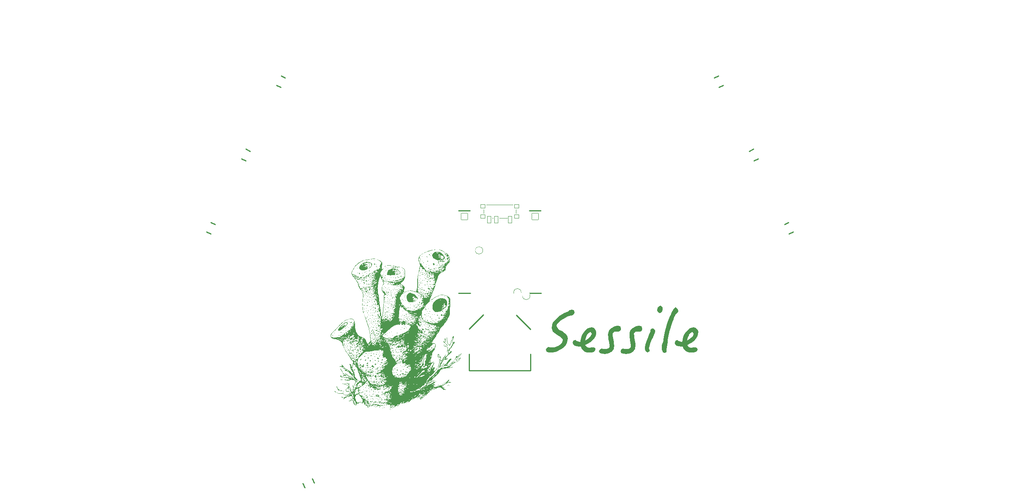
<source format=gbr>
%TF.GenerationSoftware,KiCad,Pcbnew,8.0.7*%
%TF.CreationDate,2025-01-10T10:44:28-08:00*%
%TF.ProjectId,sessile,73657373-696c-4652-9e6b-696361645f70,0.1*%
%TF.SameCoordinates,Original*%
%TF.FileFunction,Legend,Top*%
%TF.FilePolarity,Positive*%
%FSLAX46Y46*%
G04 Gerber Fmt 4.6, Leading zero omitted, Abs format (unit mm)*
G04 Created by KiCad (PCBNEW 8.0.7) date 2025-01-10 10:44:28*
%MOMM*%
%LPD*%
G01*
G04 APERTURE LIST*
G04 Aperture macros list*
%AMRoundRect*
0 Rectangle with rounded corners*
0 $1 Rounding radius*
0 $2 $3 $4 $5 $6 $7 $8 $9 X,Y pos of 4 corners*
0 Add a 4 corners polygon primitive as box body*
4,1,4,$2,$3,$4,$5,$6,$7,$8,$9,$2,$3,0*
0 Add four circle primitives for the rounded corners*
1,1,$1+$1,$2,$3*
1,1,$1+$1,$4,$5*
1,1,$1+$1,$6,$7*
1,1,$1+$1,$8,$9*
0 Add four rect primitives between the rounded corners*
20,1,$1+$1,$2,$3,$4,$5,0*
20,1,$1+$1,$4,$5,$6,$7,0*
20,1,$1+$1,$6,$7,$8,$9,0*
20,1,$1+$1,$8,$9,$2,$3,0*%
G04 Aperture macros list end*
%ADD10C,0.300000*%
%ADD11C,0.100000*%
%ADD12C,0.250000*%
%ADD13C,0.120000*%
%ADD14C,0.000000*%
%ADD15C,2.362000*%
%ADD16RoundRect,0.050000X-0.447144X0.007915X-0.274618X-0.352966X0.447144X-0.007915X0.274618X0.352966X0*%
%ADD17C,1.801800*%
%ADD18C,3.529000*%
%ADD19C,2.132000*%
%ADD20RoundRect,0.050000X0.274618X-0.352966X0.447144X0.007915X-0.274618X0.352966X-0.447144X-0.007915X0*%
%ADD21RoundRect,0.050000X-0.002372X0.447207X-0.359189X0.266426X0.002372X-0.447207X0.359189X-0.266426X0*%
%ADD22C,2.700000*%
%ADD23C,8.100000*%
%ADD24C,1.500000*%
%ADD25O,2.850000X1.600000*%
%ADD26C,1.576200*%
%ADD27C,1.497000*%
%ADD28RoundRect,0.050000X0.500000X0.400000X-0.500000X0.400000X-0.500000X-0.400000X0.500000X-0.400000X0*%
%ADD29C,1.000000*%
%ADD30RoundRect,0.050000X0.350000X0.750000X-0.350000X0.750000X-0.350000X-0.750000X0.350000X-0.750000X0*%
%ADD31RoundRect,0.050000X-0.700000X-0.700000X0.700000X-0.700000X0.700000X0.700000X-0.700000X0.700000X0*%
G04 APERTURE END LIST*
D10*
G36*
X195150628Y-139907191D02*
G01*
X195067407Y-139463048D01*
X195049511Y-139441175D01*
X194640201Y-139280114D01*
X194592288Y-139278510D01*
X194137165Y-139358031D01*
X193754439Y-139619720D01*
X193691032Y-139693967D01*
X193253386Y-139870450D01*
X192840257Y-140061626D01*
X192451124Y-140268278D01*
X192026766Y-140529974D01*
X191633531Y-140815041D01*
X191288455Y-141095108D01*
X190939253Y-141438769D01*
X190659690Y-141790616D01*
X190419926Y-142211336D01*
X190271358Y-142642942D01*
X190257466Y-142705481D01*
X190208624Y-143146756D01*
X190282668Y-143618114D01*
X190502820Y-144019731D01*
X190530041Y-144052969D01*
X190863115Y-144359275D01*
X191254198Y-144605772D01*
X191519225Y-144745397D01*
X191923177Y-144983772D01*
X192280189Y-145253922D01*
X192574120Y-145621581D01*
X192618318Y-145930219D01*
X192438125Y-146353356D01*
X192125550Y-146701962D01*
X191726193Y-146982555D01*
X191622540Y-147040303D01*
X191200627Y-147230299D01*
X190754880Y-147366461D01*
X190290716Y-147427910D01*
X190209106Y-147429382D01*
X189896964Y-147381022D01*
X189567236Y-147317274D01*
X189180355Y-147506318D01*
X188958339Y-147884406D01*
X189079348Y-148323489D01*
X189512024Y-148495644D01*
X189943126Y-148526277D01*
X190416710Y-148492019D01*
X190896271Y-148389797D01*
X191380840Y-148220440D01*
X191799441Y-148022470D01*
X192150104Y-147820659D01*
X192576690Y-147524160D01*
X192935578Y-147201376D01*
X193225378Y-146852916D01*
X193474302Y-146414739D01*
X193625087Y-145943408D01*
X193666885Y-145481084D01*
X193576481Y-145023587D01*
X193343719Y-144620101D01*
X193012486Y-144307971D01*
X192629369Y-144042193D01*
X192330355Y-143863925D01*
X191933701Y-143627129D01*
X191547012Y-143325888D01*
X191277481Y-142942217D01*
X191262037Y-142718670D01*
X191434624Y-142297806D01*
X191728643Y-141931606D01*
X192094806Y-141615421D01*
X192489774Y-141346347D01*
X192638101Y-141256877D01*
X193075178Y-141016625D01*
X193515745Y-140809882D01*
X193960769Y-140637338D01*
X194411217Y-140499683D01*
X194671423Y-140436953D01*
X195041315Y-140185514D01*
X195150628Y-139907191D01*
G37*
G36*
X198804074Y-143047953D02*
G01*
X199228101Y-143188868D01*
X199553593Y-143499026D01*
X199633758Y-143614392D01*
X199800735Y-144040792D01*
X199790997Y-144494804D01*
X199657022Y-144922508D01*
X199436478Y-145331808D01*
X199129418Y-145722653D01*
X198735890Y-146094993D01*
X198358845Y-146379508D01*
X197926520Y-146652122D01*
X197438939Y-146912808D01*
X197524402Y-147041535D01*
X197874305Y-147353492D01*
X198311618Y-147455760D01*
X198341111Y-147455414D01*
X198788625Y-147418391D01*
X198828420Y-147413476D01*
X199267829Y-147367833D01*
X199577773Y-147530498D01*
X199648115Y-147908586D01*
X199561151Y-148115784D01*
X199195973Y-148387988D01*
X198765448Y-148495897D01*
X198276448Y-148526277D01*
X197784174Y-148480995D01*
X197363307Y-148344862D01*
X196962546Y-148070632D01*
X196658978Y-147671461D01*
X196476133Y-147229347D01*
X196104640Y-147229347D01*
X196074822Y-147229160D01*
X195612628Y-147173726D01*
X195196789Y-147027114D01*
X194843290Y-146787611D01*
X194721981Y-146345676D01*
X194888770Y-145985037D01*
X195311095Y-145818112D01*
X195643021Y-146007156D01*
X195683901Y-146040771D01*
X196106838Y-146196200D01*
X196392602Y-146196200D01*
X196396501Y-146117293D01*
X196422206Y-145906039D01*
X197414759Y-145906039D01*
X197492386Y-145859993D01*
X197912125Y-145588563D01*
X198301925Y-145282309D01*
X198615343Y-144945868D01*
X198808408Y-144545362D01*
X198744661Y-144255202D01*
X198474284Y-144129905D01*
X198089521Y-144329841D01*
X197836810Y-144697037D01*
X197769268Y-144815533D01*
X197581960Y-145240006D01*
X197460921Y-145679626D01*
X197414759Y-145906039D01*
X196422206Y-145906039D01*
X196449755Y-145679626D01*
X196570415Y-145233257D01*
X196744037Y-144800901D01*
X196970004Y-144382559D01*
X197247697Y-143978230D01*
X197517153Y-143662846D01*
X197884241Y-143342622D01*
X198308834Y-143120550D01*
X198746859Y-143046200D01*
X198804074Y-143047953D01*
G37*
G36*
X205106210Y-143562773D02*
G01*
X205093021Y-143272613D01*
X204913045Y-142847264D01*
X204484952Y-142714342D01*
X204286287Y-142705481D01*
X203837831Y-142777116D01*
X203492742Y-143019822D01*
X203072579Y-143216284D01*
X202713896Y-143520031D01*
X202474505Y-143910239D01*
X202380460Y-144217833D01*
X202343250Y-144702996D01*
X202373347Y-145181130D01*
X202430920Y-145618197D01*
X202477180Y-145892850D01*
X202557421Y-146349054D01*
X202624459Y-146816088D01*
X202645361Y-147267564D01*
X202639846Y-147304085D01*
X202368217Y-147664191D01*
X201932030Y-147745921D01*
X201489869Y-147716530D01*
X201338520Y-147695362D01*
X200942847Y-147644804D01*
X200615317Y-147847037D01*
X200400480Y-148236323D01*
X200397697Y-148249305D01*
X200639772Y-148653497D01*
X201090749Y-148765372D01*
X201602302Y-148792257D01*
X202086646Y-148755375D01*
X202520839Y-148646606D01*
X202939085Y-148447294D01*
X202973970Y-148425160D01*
X203316967Y-148107138D01*
X203545970Y-147696897D01*
X203591660Y-147530498D01*
X203632861Y-147065455D01*
X203608877Y-146574395D01*
X203556352Y-146124674D01*
X203501535Y-145767554D01*
X203419487Y-145299443D01*
X203352058Y-144831127D01*
X203331833Y-144384448D01*
X203334473Y-144369508D01*
X203632260Y-144039293D01*
X203892812Y-144002411D01*
X204224738Y-144015600D01*
X204539078Y-144039780D01*
X204899581Y-143901294D01*
X205106210Y-143562773D01*
G37*
G36*
X209704815Y-143562773D02*
G01*
X209691625Y-143272613D01*
X209511649Y-142847264D01*
X209083557Y-142714342D01*
X208884891Y-142705481D01*
X208436435Y-142777116D01*
X208091346Y-143019822D01*
X207671184Y-143216284D01*
X207312500Y-143520031D01*
X207073109Y-143910239D01*
X206979064Y-144217833D01*
X206941854Y-144702996D01*
X206971952Y-145181130D01*
X207029524Y-145618197D01*
X207075785Y-145892850D01*
X207156025Y-146349054D01*
X207223063Y-146816088D01*
X207243965Y-147267564D01*
X207238450Y-147304085D01*
X206966821Y-147664191D01*
X206530635Y-147745921D01*
X206088473Y-147716530D01*
X205937124Y-147695362D01*
X205541451Y-147644804D01*
X205213921Y-147847037D01*
X204999084Y-148236323D01*
X204996301Y-148249305D01*
X205238376Y-148653497D01*
X205689354Y-148765372D01*
X206200907Y-148792257D01*
X206685251Y-148755375D01*
X207119443Y-148646606D01*
X207537689Y-148447294D01*
X207572575Y-148425160D01*
X207915572Y-148107138D01*
X208144574Y-147696897D01*
X208190265Y-147530498D01*
X208231465Y-147065455D01*
X208207481Y-146574395D01*
X208154956Y-146124674D01*
X208100139Y-145767554D01*
X208018092Y-145299443D01*
X207950662Y-144831127D01*
X207930437Y-144384448D01*
X207933077Y-144369508D01*
X208230865Y-144039293D01*
X208491416Y-144002411D01*
X208823342Y-144015600D01*
X209137683Y-144039780D01*
X209498185Y-143901294D01*
X209704815Y-143562773D01*
G37*
G36*
X214066015Y-139238942D02*
G01*
X214087409Y-138782742D01*
X213790241Y-138424222D01*
X213617585Y-138383848D01*
X213220862Y-138585825D01*
X212980111Y-138961971D01*
X212941580Y-139436599D01*
X213142919Y-139852751D01*
X213307641Y-139944560D01*
X213505478Y-139995118D01*
X213882449Y-139756468D01*
X214045664Y-139330752D01*
X214066015Y-139238942D01*
G37*
G36*
X212487718Y-144116716D02*
G01*
X212485044Y-143664597D01*
X212146641Y-143361061D01*
X211837055Y-143323171D01*
X211503771Y-143622299D01*
X211469958Y-143725439D01*
X211445778Y-144028789D01*
X211222576Y-144540378D01*
X211024413Y-145008458D01*
X210851186Y-145433004D01*
X210669560Y-145902427D01*
X210502544Y-146375822D01*
X210377479Y-146804033D01*
X210355478Y-146901817D01*
X210282291Y-147348270D01*
X210274024Y-147846179D01*
X210427307Y-148268417D01*
X210869853Y-148451538D01*
X211116050Y-148337233D01*
X211285310Y-148124009D01*
X211236160Y-147677640D01*
X211155617Y-147556877D01*
X211271165Y-147120704D01*
X211415085Y-146662245D01*
X211587462Y-146180545D01*
X211752912Y-145760683D01*
X211938236Y-145323464D01*
X212100837Y-144960819D01*
X212487718Y-144116716D01*
G37*
G36*
X217490788Y-139617030D02*
G01*
X217374159Y-139185475D01*
X217297348Y-139063087D01*
X216956389Y-138769424D01*
X216844521Y-138748747D01*
X216483672Y-139050856D01*
X216257606Y-139441175D01*
X216036961Y-139882075D01*
X215828770Y-140325630D01*
X215632968Y-140771829D01*
X215449489Y-141220662D01*
X215278270Y-141672118D01*
X215119243Y-142126186D01*
X214972345Y-142582854D01*
X214837509Y-143042113D01*
X214714672Y-143503950D01*
X214603766Y-143968356D01*
X214536427Y-144279382D01*
X214449801Y-144729471D01*
X214367535Y-145216811D01*
X214290251Y-145715179D01*
X214239672Y-146057714D01*
X214054962Y-146456994D01*
X213949511Y-146875439D01*
X213890121Y-147342481D01*
X213917722Y-147816895D01*
X213973691Y-148060261D01*
X214174001Y-148474070D01*
X214488066Y-148614204D01*
X214729867Y-148502096D01*
X214894731Y-148313053D01*
X214914515Y-148097630D01*
X214940893Y-147858028D01*
X215012703Y-147303106D01*
X215081371Y-146790946D01*
X215146844Y-146321857D01*
X215224115Y-145796534D01*
X215296214Y-145339596D01*
X215375764Y-144882389D01*
X215424494Y-144633290D01*
X215546175Y-144089969D01*
X215685322Y-143546493D01*
X215841883Y-143002914D01*
X216015806Y-142459284D01*
X216207039Y-141915654D01*
X216415532Y-141372075D01*
X216583197Y-140964456D01*
X216760519Y-140556917D01*
X216884089Y-140285279D01*
X216996196Y-140159982D01*
X217355954Y-139896902D01*
X217490788Y-139617030D01*
G37*
G36*
X220759552Y-143047953D02*
G01*
X221183579Y-143188868D01*
X221509071Y-143499026D01*
X221589236Y-143614392D01*
X221756213Y-144040792D01*
X221746475Y-144494804D01*
X221612500Y-144922508D01*
X221391956Y-145331808D01*
X221084896Y-145722653D01*
X220691368Y-146094993D01*
X220314323Y-146379508D01*
X219881998Y-146652122D01*
X219394417Y-146912808D01*
X219479880Y-147041535D01*
X219829783Y-147353492D01*
X220267096Y-147455760D01*
X220296589Y-147455414D01*
X220744103Y-147418391D01*
X220783898Y-147413476D01*
X221223307Y-147367833D01*
X221533251Y-147530498D01*
X221603593Y-147908586D01*
X221516629Y-148115784D01*
X221151451Y-148387988D01*
X220720926Y-148495897D01*
X220231926Y-148526277D01*
X219739652Y-148480995D01*
X219318785Y-148344862D01*
X218918024Y-148070632D01*
X218614456Y-147671461D01*
X218431612Y-147229347D01*
X218060118Y-147229347D01*
X218030300Y-147229160D01*
X217568106Y-147173726D01*
X217152267Y-147027114D01*
X216798768Y-146787611D01*
X216677459Y-146345676D01*
X216844248Y-145985037D01*
X217266573Y-145818112D01*
X217598499Y-146007156D01*
X217639379Y-146040771D01*
X218062316Y-146196200D01*
X218348080Y-146196200D01*
X218351979Y-146117293D01*
X218377684Y-145906039D01*
X219370237Y-145906039D01*
X219447864Y-145859993D01*
X219867603Y-145588563D01*
X220257403Y-145282309D01*
X220570821Y-144945868D01*
X220763886Y-144545362D01*
X220700139Y-144255202D01*
X220429762Y-144129905D01*
X220044999Y-144329841D01*
X219792288Y-144697037D01*
X219724746Y-144815533D01*
X219537438Y-145240006D01*
X219416399Y-145679626D01*
X219370237Y-145906039D01*
X218377684Y-145906039D01*
X218405233Y-145679626D01*
X218525893Y-145233257D01*
X218699515Y-144800901D01*
X218925482Y-144382559D01*
X219203175Y-143978230D01*
X219472631Y-143662846D01*
X219839719Y-143342622D01*
X220264312Y-143120550D01*
X220702337Y-143046200D01*
X220759552Y-143047953D01*
G37*
X155078572Y-141849757D02*
X154935715Y-141778328D01*
X154935715Y-141778328D02*
X154721429Y-141778328D01*
X154721429Y-141778328D02*
X154507143Y-141849757D01*
X154507143Y-141849757D02*
X154364286Y-141992614D01*
X154364286Y-141992614D02*
X154292857Y-142135471D01*
X154292857Y-142135471D02*
X154221429Y-142421185D01*
X154221429Y-142421185D02*
X154221429Y-142635471D01*
X154221429Y-142635471D02*
X154292857Y-142921185D01*
X154292857Y-142921185D02*
X154364286Y-143064042D01*
X154364286Y-143064042D02*
X154507143Y-143206900D01*
X154507143Y-143206900D02*
X154721429Y-143278328D01*
X154721429Y-143278328D02*
X154864286Y-143278328D01*
X154864286Y-143278328D02*
X155078572Y-143206900D01*
X155078572Y-143206900D02*
X155150000Y-143135471D01*
X155150000Y-143135471D02*
X155150000Y-142635471D01*
X155150000Y-142635471D02*
X154864286Y-142635471D01*
X156007143Y-141778328D02*
X156007143Y-142135471D01*
X155650000Y-141992614D02*
X156007143Y-142135471D01*
X156007143Y-142135471D02*
X156364286Y-141992614D01*
X155792857Y-142421185D02*
X156007143Y-142135471D01*
X156007143Y-142135471D02*
X156221429Y-142421185D01*
X157150000Y-141778328D02*
X157150000Y-142135471D01*
X156792857Y-141992614D02*
X157150000Y-142135471D01*
X157150000Y-142135471D02*
X157507143Y-141992614D01*
X156935714Y-142421185D02*
X157150000Y-142135471D01*
X157150000Y-142135471D02*
X157364286Y-142421185D01*
X158292857Y-141778328D02*
X158292857Y-142135471D01*
X157935714Y-141992614D02*
X158292857Y-142135471D01*
X158292857Y-142135471D02*
X158650000Y-141992614D01*
X158078571Y-142421185D02*
X158292857Y-142135471D01*
X158292857Y-142135471D02*
X158507143Y-142421185D01*
D11*
%TO.C,J27*%
X199061039Y-100500293D02*
G75*
G02*
X197791039Y-100500293I-635000J0D01*
G01*
X197791039Y-100500293D02*
G75*
G02*
X199061039Y-100500293I635000J0D01*
G01*
%TO.C,J48*%
X255077631Y-92176577D02*
G75*
G02*
X253807631Y-92176577I-635000J0D01*
G01*
X253807631Y-92176577D02*
G75*
G02*
X255077631Y-92176577I635000J0D01*
G01*
D12*
%TO.C,D7*%
X233664149Y-104666196D02*
X232743903Y-105106136D01*
X233727299Y-107163156D02*
X234647545Y-106723216D01*
D11*
%TO.C,J7*%
X103178898Y-108333751D02*
G75*
G02*
X101908898Y-108333751I-635000J0D01*
G01*
X101908898Y-108333751D02*
G75*
G02*
X103178898Y-108333751I635000J0D01*
G01*
%TO.C,J32*%
X82424317Y-116575931D02*
G75*
G02*
X81154317Y-116575931I-635000J0D01*
G01*
X81154317Y-116575931D02*
G75*
G02*
X82424317Y-116575931I635000J0D01*
G01*
%TO.C,J4*%
X77994683Y-113447298D02*
G75*
G02*
X76724683Y-113447298I-635000J0D01*
G01*
X76724683Y-113447298D02*
G75*
G02*
X77994683Y-113447298I635000J0D01*
G01*
D12*
%TO.C,D3*%
X115842523Y-122511746D02*
X116762769Y-122951686D01*
X117746165Y-120894666D02*
X116825919Y-120454726D01*
%TO.C,D6*%
X241212149Y-120454726D02*
X240291903Y-120894666D01*
X241275299Y-122951686D02*
X242195545Y-122511746D01*
D11*
%TO.C,J9*%
X116126278Y-75816596D02*
G75*
G02*
X114856278Y-75816596I-635000J0D01*
G01*
X114856278Y-75816596D02*
G75*
G02*
X116126278Y-75816596I635000J0D01*
G01*
%TO.C,J12*%
X137097278Y-80562807D02*
G75*
G02*
X135827278Y-80562807I-635000J0D01*
G01*
X135827278Y-80562807D02*
G75*
G02*
X137097278Y-80562807I635000J0D01*
G01*
D12*
%TO.C,D9*%
X136589366Y-176680871D02*
X137050357Y-177590754D01*
X139084214Y-176560303D02*
X138623223Y-175650420D01*
D11*
%TO.C,J10*%
X122001276Y-112139867D02*
G75*
G02*
X120731276Y-112139867I-635000J0D01*
G01*
X120731276Y-112139867D02*
G75*
G02*
X122001276Y-112139867I635000J0D01*
G01*
D12*
%TO.C,BAT1*%
X172419034Y-152409218D02*
X172419034Y-148799218D01*
X175459034Y-140359218D02*
X172419034Y-143399218D01*
X182599034Y-140429218D02*
X185629034Y-143459218D01*
X185629034Y-152409218D02*
X172419034Y-152409218D01*
X185629034Y-152409218D02*
X185629034Y-148799218D01*
D11*
%TO.C,J34*%
X89970478Y-82399105D02*
G75*
G02*
X88700478Y-82399105I-635000J0D01*
G01*
X88700478Y-82399105D02*
G75*
G02*
X89970478Y-82399105I635000J0D01*
G01*
%TO.C,J16*%
X281313386Y-113447298D02*
G75*
G02*
X280043386Y-113447298I-635000J0D01*
G01*
X280043386Y-113447298D02*
G75*
G02*
X281313386Y-113447298I635000J0D01*
G01*
%TO.C,J54*%
X215719621Y-111974248D02*
G75*
G02*
X214449621Y-111974248I-635000J0D01*
G01*
X214449621Y-111974248D02*
G75*
G02*
X215719621Y-111974248I635000J0D01*
G01*
D12*
%TO.C,D8*%
X226116148Y-88877666D02*
X225195902Y-89317606D01*
X226179298Y-91374626D02*
X227099544Y-90934686D01*
D11*
%TO.C,J1*%
X175374034Y-126502218D02*
G75*
G02*
X173774034Y-126502218I-800000J0D01*
G01*
X173774034Y-126502218D02*
G75*
G02*
X175374034Y-126502218I800000J0D01*
G01*
%TO.C,J59*%
X215513681Y-168318783D02*
G75*
G02*
X214243681Y-168318783I-635000J0D01*
G01*
X214243681Y-168318783D02*
G75*
G02*
X215513681Y-168318783I635000J0D01*
G01*
%TO.C,J24*%
X222210791Y-80562807D02*
G75*
G02*
X220940791Y-80562807I-635000J0D01*
G01*
X220940791Y-80562807D02*
G75*
G02*
X222210791Y-80562807I635000J0D01*
G01*
%TO.C,J28*%
X134488890Y-154212891D02*
G75*
G02*
X133218890Y-154212891I-635000J0D01*
G01*
X133218890Y-154212891D02*
G75*
G02*
X134488890Y-154212891I635000J0D01*
G01*
%TO.C,J46*%
X279102398Y-80243059D02*
G75*
G02*
X277832398Y-80243059I-635000J0D01*
G01*
X277832398Y-80243059D02*
G75*
G02*
X279102398Y-80243059I635000J0D01*
G01*
%TO.C,J51*%
X235175560Y-96089389D02*
G75*
G02*
X233905560Y-96089389I-635000J0D01*
G01*
X233905560Y-96089389D02*
G75*
G02*
X235175560Y-96089389I635000J0D01*
G01*
%TO.C,J41*%
X139609323Y-131733209D02*
G75*
G02*
X138339323Y-131733209I-635000J0D01*
G01*
X138339323Y-131733209D02*
G75*
G02*
X139609323Y-131733209I635000J0D01*
G01*
%TO.C,J35*%
X107047363Y-112134406D02*
G75*
G02*
X105777363Y-112134406I-635000J0D01*
G01*
X105777363Y-112134406D02*
G75*
G02*
X107047363Y-112134406I635000J0D01*
G01*
%TO.C,J38*%
X125606525Y-116191063D02*
G75*
G02*
X124336525Y-116191063I-635000J0D01*
G01*
X124336525Y-116191063D02*
G75*
G02*
X125606525Y-116191063I635000J0D01*
G01*
%TO.C,J40*%
X140702526Y-84614003D02*
G75*
G02*
X139432526Y-84614003I-635000J0D01*
G01*
X139432526Y-84614003D02*
G75*
G02*
X140702526Y-84614003I635000J0D01*
G01*
%TO.C,J55*%
X204208421Y-98793115D02*
G75*
G02*
X202938421Y-98793115I-635000J0D01*
G01*
X202938421Y-98793115D02*
G75*
G02*
X204208421Y-98793115I635000J0D01*
G01*
%TO.C,J14*%
X148735829Y-113681426D02*
G75*
G02*
X147465829Y-113681426I-635000J0D01*
G01*
X147465829Y-113681426D02*
G75*
G02*
X148735829Y-113681426I635000J0D01*
G01*
D12*
%TO.C,D5*%
X130938525Y-90934686D02*
X131858771Y-91374626D01*
X132842167Y-89317606D02*
X131921921Y-88877666D01*
D11*
%TO.C,J42*%
X151120523Y-118552076D02*
G75*
G02*
X149850523Y-118552076I-635000J0D01*
G01*
X149850523Y-118552076D02*
G75*
G02*
X151120523Y-118552076I635000J0D01*
G01*
%TO.C,J45*%
X282875479Y-97331472D02*
G75*
G02*
X281605479Y-97331472I-635000J0D01*
G01*
X281605479Y-97331472D02*
G75*
G02*
X282875479Y-97331472I635000J0D01*
G01*
%TO.C,J17*%
X277540305Y-96358885D02*
G75*
G02*
X276270305Y-96358885I-635000J0D01*
G01*
X276270305Y-96358885D02*
G75*
G02*
X277540305Y-96358885I635000J0D01*
G01*
%TO.C,J15*%
X160247029Y-100500293D02*
G75*
G02*
X158977029Y-100500293I-635000J0D01*
G01*
X158977029Y-100500293D02*
G75*
G02*
X160247029Y-100500293I635000J0D01*
G01*
%TO.C,J47*%
X261551321Y-108435155D02*
G75*
G02*
X260281321Y-108435155I-635000J0D01*
G01*
X260281321Y-108435155D02*
G75*
G02*
X261551321Y-108435155I635000J0D01*
G01*
%TO.C,J58*%
X229966560Y-152505712D02*
G75*
G02*
X228696560Y-152505712I-635000J0D01*
G01*
X228696560Y-152505712D02*
G75*
G02*
X229966560Y-152505712I635000J0D01*
G01*
%TO.C,J44*%
X286648559Y-114419885D02*
G75*
G02*
X285378559Y-114419885I-635000J0D01*
G01*
X285378559Y-114419885D02*
G75*
G02*
X286648559Y-114419885I635000J0D01*
G01*
%TO.C,J56*%
X136873584Y-159083541D02*
G75*
G02*
X135603584Y-159083541I-635000J0D01*
G01*
X135603584Y-159083541D02*
G75*
G02*
X136873584Y-159083541I635000J0D01*
G01*
D13*
%TO.C,SW1*%
X175569034Y-117704218D02*
X175569034Y-118494218D01*
X177619034Y-119544218D02*
X177419034Y-119544218D01*
X180619034Y-119544218D02*
X178919034Y-119544218D01*
X181869034Y-116694218D02*
X176169034Y-116694218D01*
X182469034Y-118494218D02*
X182469034Y-117704218D01*
D11*
%TO.C,J20*%
X249655480Y-92075174D02*
G75*
G02*
X248385480Y-92075174I-635000J0D01*
G01*
X248385480Y-92075174D02*
G75*
G02*
X249655480Y-92075174I635000J0D01*
G01*
%TO.C,J23*%
X229758791Y-96351337D02*
G75*
G02*
X228488791Y-96351337I-635000J0D01*
G01*
X228488791Y-96351337D02*
G75*
G02*
X229758791Y-96351337I635000J0D01*
G01*
%TO.C,J30*%
X224819178Y-154212891D02*
G75*
G02*
X223549178Y-154212891I-635000J0D01*
G01*
X223549178Y-154212891D02*
G75*
G02*
X224819178Y-154212891I635000J0D01*
G01*
%TO.C,J19*%
X256129170Y-108333751D02*
G75*
G02*
X254859170Y-108333751I-635000J0D01*
G01*
X254859170Y-108333751D02*
G75*
G02*
X256129170Y-108333751I635000J0D01*
G01*
%TO.C,J37*%
X119994743Y-79617251D02*
G75*
G02*
X118724743Y-79617251I-635000J0D01*
G01*
X118724743Y-79617251D02*
G75*
G02*
X119994743Y-79617251I635000J0D01*
G01*
%TO.C,J29*%
X147927437Y-171829894D02*
G75*
G02*
X146657437Y-171829894I-635000J0D01*
G01*
X146657437Y-171829894D02*
G75*
G02*
X147927437Y-171829894I635000J0D01*
G01*
%TO.C,J50*%
X242723561Y-111877919D02*
G75*
G02*
X241453561Y-111877919I-635000J0D01*
G01*
X241453561Y-111877919D02*
G75*
G02*
X242723561Y-111877919I635000J0D01*
G01*
%TO.C,J22*%
X237306792Y-112139867D02*
G75*
G02*
X236036792Y-112139867I-635000J0D01*
G01*
X236036792Y-112139867D02*
G75*
G02*
X237306792Y-112139867I635000J0D01*
G01*
%TO.C,J57*%
X148313909Y-177239205D02*
G75*
G02*
X147043909Y-177239205I-635000J0D01*
G01*
X147043909Y-177239205D02*
G75*
G02*
X148313909Y-177239205I635000J0D01*
G01*
D14*
%TO.C,G\u002A\u002A\u002A*%
G36*
X144598769Y-144886000D02*
G01*
X144579231Y-144905539D01*
X144559692Y-144886000D01*
X144579231Y-144866462D01*
X144598769Y-144886000D01*
G37*
G36*
X144598769Y-145003231D02*
G01*
X144579231Y-145022769D01*
X144559692Y-145003231D01*
X144579231Y-144983692D01*
X144598769Y-145003231D01*
G37*
G36*
X145067692Y-157234308D02*
G01*
X145048154Y-157253846D01*
X145028616Y-157234308D01*
X145048154Y-157214769D01*
X145067692Y-157234308D01*
G37*
G36*
X145224000Y-144338923D02*
G01*
X145204462Y-144358462D01*
X145184923Y-144338923D01*
X145204462Y-144319385D01*
X145224000Y-144338923D01*
G37*
G36*
X145458462Y-145862923D02*
G01*
X145438923Y-145882462D01*
X145419385Y-145862923D01*
X145438923Y-145843385D01*
X145458462Y-145862923D01*
G37*
G36*
X145732000Y-146175539D02*
G01*
X145712462Y-146195077D01*
X145692923Y-146175539D01*
X145712462Y-146156000D01*
X145732000Y-146175539D01*
G37*
G36*
X146044616Y-146136462D02*
G01*
X146025077Y-146156000D01*
X146005539Y-146136462D01*
X146025077Y-146116923D01*
X146044616Y-146136462D01*
G37*
G36*
X146318154Y-146644462D02*
G01*
X146298616Y-146664000D01*
X146279077Y-146644462D01*
X146298616Y-146624923D01*
X146318154Y-146644462D01*
G37*
G36*
X146513539Y-157703231D02*
G01*
X146494000Y-157722769D01*
X146474462Y-157703231D01*
X146494000Y-157683692D01*
X146513539Y-157703231D01*
G37*
G36*
X146630769Y-143440154D02*
G01*
X146611231Y-143459692D01*
X146591692Y-143440154D01*
X146611231Y-143420616D01*
X146630769Y-143440154D01*
G37*
G36*
X147099692Y-149614308D02*
G01*
X147080154Y-149633846D01*
X147060616Y-149614308D01*
X147080154Y-149594769D01*
X147099692Y-149614308D01*
G37*
G36*
X147256000Y-146722616D02*
G01*
X147236462Y-146742154D01*
X147216923Y-146722616D01*
X147236462Y-146703077D01*
X147256000Y-146722616D01*
G37*
G36*
X147256000Y-150005077D02*
G01*
X147236462Y-150024616D01*
X147216923Y-150005077D01*
X147236462Y-149985539D01*
X147256000Y-150005077D01*
G37*
G36*
X147451385Y-142385077D02*
G01*
X147431846Y-142404616D01*
X147412308Y-142385077D01*
X147431846Y-142365539D01*
X147451385Y-142385077D01*
G37*
G36*
X147490462Y-144768769D02*
G01*
X147470923Y-144788308D01*
X147451385Y-144768769D01*
X147470923Y-144749231D01*
X147490462Y-144768769D01*
G37*
G36*
X147490462Y-153600154D02*
G01*
X147470923Y-153619692D01*
X147451385Y-153600154D01*
X147470923Y-153580616D01*
X147490462Y-153600154D01*
G37*
G36*
X147529539Y-148871846D02*
G01*
X147510000Y-148891385D01*
X147490462Y-148871846D01*
X147510000Y-148852308D01*
X147529539Y-148871846D01*
G37*
G36*
X147607692Y-148832769D02*
G01*
X147588154Y-148852308D01*
X147568616Y-148832769D01*
X147588154Y-148813231D01*
X147607692Y-148832769D01*
G37*
G36*
X147724923Y-148637385D02*
G01*
X147705385Y-148656923D01*
X147685846Y-148637385D01*
X147705385Y-148617846D01*
X147724923Y-148637385D01*
G37*
G36*
X147842154Y-148207539D02*
G01*
X147822616Y-148227077D01*
X147803077Y-148207539D01*
X147822616Y-148188000D01*
X147842154Y-148207539D01*
G37*
G36*
X147842154Y-148559231D02*
G01*
X147822616Y-148578769D01*
X147803077Y-148559231D01*
X147822616Y-148539692D01*
X147842154Y-148559231D01*
G37*
G36*
X147881231Y-145784769D02*
G01*
X147861692Y-145804308D01*
X147842154Y-145784769D01*
X147861692Y-145765231D01*
X147881231Y-145784769D01*
G37*
G36*
X147920308Y-149340769D02*
G01*
X147900769Y-149360308D01*
X147881231Y-149340769D01*
X147900769Y-149321231D01*
X147920308Y-149340769D01*
G37*
G36*
X147959385Y-155827539D02*
G01*
X147939846Y-155847077D01*
X147920308Y-155827539D01*
X147939846Y-155808000D01*
X147959385Y-155827539D01*
G37*
G36*
X148076616Y-146957077D02*
G01*
X148057077Y-146976616D01*
X148037539Y-146957077D01*
X148057077Y-146937539D01*
X148076616Y-146957077D01*
G37*
G36*
X148115692Y-148481077D02*
G01*
X148096154Y-148500616D01*
X148076616Y-148481077D01*
X148096154Y-148461539D01*
X148115692Y-148481077D01*
G37*
G36*
X148154769Y-131912462D02*
G01*
X148135231Y-131932000D01*
X148115692Y-131912462D01*
X148135231Y-131892923D01*
X148154769Y-131912462D01*
G37*
G36*
X148467385Y-145315846D02*
G01*
X148447846Y-145335385D01*
X148428308Y-145315846D01*
X148447846Y-145296308D01*
X148467385Y-145315846D01*
G37*
G36*
X148506462Y-147308769D02*
G01*
X148486923Y-147328308D01*
X148467385Y-147308769D01*
X148486923Y-147289231D01*
X148506462Y-147308769D01*
G37*
G36*
X148623692Y-150982000D02*
G01*
X148604154Y-151001539D01*
X148584616Y-150982000D01*
X148604154Y-150962462D01*
X148623692Y-150982000D01*
G37*
G36*
X148740923Y-147191539D02*
G01*
X148721385Y-147211077D01*
X148701846Y-147191539D01*
X148721385Y-147172000D01*
X148740923Y-147191539D01*
G37*
G36*
X148780000Y-151724462D02*
G01*
X148760462Y-151744000D01*
X148740923Y-151724462D01*
X148760462Y-151704923D01*
X148780000Y-151724462D01*
G37*
G36*
X148897231Y-145628462D02*
G01*
X148877692Y-145648000D01*
X148858154Y-145628462D01*
X148877692Y-145608923D01*
X148897231Y-145628462D01*
G37*
G36*
X148936308Y-147426000D02*
G01*
X148916769Y-147445539D01*
X148897231Y-147426000D01*
X148916769Y-147406462D01*
X148936308Y-147426000D01*
G37*
G36*
X149170769Y-133788154D02*
G01*
X149151231Y-133807692D01*
X149131692Y-133788154D01*
X149151231Y-133768616D01*
X149170769Y-133788154D01*
G37*
G36*
X149170769Y-134335231D02*
G01*
X149151231Y-134354769D01*
X149131692Y-134335231D01*
X149151231Y-134315692D01*
X149170769Y-134335231D01*
G37*
G36*
X149209846Y-153326616D02*
G01*
X149190308Y-153346154D01*
X149170769Y-153326616D01*
X149190308Y-153307077D01*
X149209846Y-153326616D01*
G37*
G36*
X149288000Y-148246616D02*
G01*
X149268462Y-148266154D01*
X149248923Y-148246616D01*
X149268462Y-148227077D01*
X149288000Y-148246616D01*
G37*
G36*
X149288000Y-148402923D02*
G01*
X149268462Y-148422462D01*
X149248923Y-148402923D01*
X149268462Y-148383385D01*
X149288000Y-148402923D01*
G37*
G36*
X149327077Y-146214616D02*
G01*
X149307539Y-146234154D01*
X149288000Y-146214616D01*
X149307539Y-146195077D01*
X149327077Y-146214616D01*
G37*
G36*
X149327077Y-150044154D02*
G01*
X149307539Y-150063692D01*
X149288000Y-150044154D01*
X149307539Y-150024616D01*
X149327077Y-150044154D01*
G37*
G36*
X149366154Y-151841692D02*
G01*
X149346616Y-151861231D01*
X149327077Y-151841692D01*
X149346616Y-151822154D01*
X149366154Y-151841692D01*
G37*
G36*
X149405231Y-133631846D02*
G01*
X149385692Y-133651385D01*
X149366154Y-133631846D01*
X149385692Y-133612308D01*
X149405231Y-133631846D01*
G37*
G36*
X149405231Y-134061692D02*
G01*
X149385692Y-134081231D01*
X149366154Y-134061692D01*
X149385692Y-134042154D01*
X149405231Y-134061692D01*
G37*
G36*
X149483385Y-148168462D02*
G01*
X149463846Y-148188000D01*
X149444308Y-148168462D01*
X149463846Y-148148923D01*
X149483385Y-148168462D01*
G37*
G36*
X149639692Y-154655231D02*
G01*
X149620154Y-154674769D01*
X149600616Y-154655231D01*
X149620154Y-154635692D01*
X149639692Y-154655231D01*
G37*
G36*
X149756923Y-152349692D02*
G01*
X149737385Y-152369231D01*
X149717846Y-152349692D01*
X149737385Y-152330154D01*
X149756923Y-152349692D01*
G37*
G36*
X149835077Y-151529077D02*
G01*
X149815539Y-151548616D01*
X149796000Y-151529077D01*
X149815539Y-151509539D01*
X149835077Y-151529077D01*
G37*
G36*
X149952308Y-132107846D02*
G01*
X149932769Y-132127385D01*
X149913231Y-132107846D01*
X149932769Y-132088308D01*
X149952308Y-132107846D01*
G37*
G36*
X149952308Y-132694000D02*
G01*
X149932769Y-132713539D01*
X149913231Y-132694000D01*
X149932769Y-132674462D01*
X149952308Y-132694000D01*
G37*
G36*
X150030462Y-132654923D02*
G01*
X150010923Y-132674462D01*
X149991385Y-132654923D01*
X150010923Y-132635385D01*
X150030462Y-132654923D01*
G37*
G36*
X150186769Y-129333385D02*
G01*
X150167231Y-129352923D01*
X150147692Y-129333385D01*
X150167231Y-129313846D01*
X150186769Y-129333385D01*
G37*
G36*
X150186769Y-134608769D02*
G01*
X150167231Y-134628308D01*
X150147692Y-134608769D01*
X150167231Y-134589231D01*
X150186769Y-134608769D01*
G37*
G36*
X150343077Y-132576769D02*
G01*
X150323539Y-132596308D01*
X150304000Y-132576769D01*
X150323539Y-132557231D01*
X150343077Y-132576769D01*
G37*
G36*
X150499385Y-134061692D02*
G01*
X150479846Y-134081231D01*
X150460308Y-134061692D01*
X150479846Y-134042154D01*
X150499385Y-134061692D01*
G37*
G36*
X150538462Y-151802616D02*
G01*
X150518923Y-151822154D01*
X150499385Y-151802616D01*
X150518923Y-151783077D01*
X150538462Y-151802616D01*
G37*
G36*
X150577539Y-129646000D02*
G01*
X150558000Y-129665539D01*
X150538462Y-129646000D01*
X150558000Y-129626462D01*
X150577539Y-129646000D01*
G37*
G36*
X150577539Y-133788154D02*
G01*
X150558000Y-133807692D01*
X150538462Y-133788154D01*
X150558000Y-133768616D01*
X150577539Y-133788154D01*
G37*
G36*
X150577539Y-151998000D02*
G01*
X150558000Y-152017539D01*
X150538462Y-151998000D01*
X150558000Y-151978462D01*
X150577539Y-151998000D01*
G37*
G36*
X150616616Y-156296462D02*
G01*
X150597077Y-156316000D01*
X150577539Y-156296462D01*
X150597077Y-156276923D01*
X150616616Y-156296462D01*
G37*
G36*
X150733846Y-134139846D02*
G01*
X150714308Y-134159385D01*
X150694769Y-134139846D01*
X150714308Y-134120308D01*
X150733846Y-134139846D01*
G37*
G36*
X150890154Y-129567846D02*
G01*
X150870616Y-129587385D01*
X150851077Y-129567846D01*
X150870616Y-129548308D01*
X150890154Y-129567846D01*
G37*
G36*
X150890154Y-132303231D02*
G01*
X150870616Y-132322769D01*
X150851077Y-132303231D01*
X150870616Y-132283692D01*
X150890154Y-132303231D01*
G37*
G36*
X150890154Y-156101077D02*
G01*
X150870616Y-156120616D01*
X150851077Y-156101077D01*
X150870616Y-156081539D01*
X150890154Y-156101077D01*
G37*
G36*
X150929231Y-131834308D02*
G01*
X150909692Y-131853846D01*
X150890154Y-131834308D01*
X150909692Y-131814769D01*
X150929231Y-131834308D01*
G37*
G36*
X150968308Y-132264154D02*
G01*
X150948769Y-132283692D01*
X150929231Y-132264154D01*
X150948769Y-132244616D01*
X150968308Y-132264154D01*
G37*
G36*
X150968308Y-135351231D02*
G01*
X150948769Y-135370769D01*
X150929231Y-135351231D01*
X150948769Y-135331692D01*
X150968308Y-135351231D01*
G37*
G36*
X150968308Y-159227231D02*
G01*
X150948769Y-159246769D01*
X150929231Y-159227231D01*
X150948769Y-159207692D01*
X150968308Y-159227231D01*
G37*
G36*
X151007385Y-152115231D02*
G01*
X150987846Y-152134769D01*
X150968308Y-152115231D01*
X150987846Y-152095692D01*
X151007385Y-152115231D01*
G37*
G36*
X151046462Y-131873385D02*
G01*
X151026923Y-131892923D01*
X151007385Y-131873385D01*
X151026923Y-131853846D01*
X151046462Y-131873385D01*
G37*
G36*
X151046462Y-133241077D02*
G01*
X151026923Y-133260616D01*
X151007385Y-133241077D01*
X151026923Y-133221539D01*
X151046462Y-133241077D01*
G37*
G36*
X151085539Y-139024462D02*
G01*
X151066000Y-139044000D01*
X151046462Y-139024462D01*
X151066000Y-139004923D01*
X151085539Y-139024462D01*
G37*
G36*
X151202769Y-129646000D02*
G01*
X151183231Y-129665539D01*
X151163692Y-129646000D01*
X151183231Y-129626462D01*
X151202769Y-129646000D01*
G37*
G36*
X151202769Y-134061692D02*
G01*
X151183231Y-134081231D01*
X151163692Y-134061692D01*
X151183231Y-134042154D01*
X151202769Y-134061692D01*
G37*
G36*
X151241846Y-153092154D02*
G01*
X151222308Y-153111692D01*
X151202769Y-153092154D01*
X151222308Y-153072616D01*
X151241846Y-153092154D01*
G37*
G36*
X151280923Y-129411539D02*
G01*
X151261385Y-129431077D01*
X151241846Y-129411539D01*
X151261385Y-129392000D01*
X151280923Y-129411539D01*
G37*
G36*
X151280923Y-133592769D02*
G01*
X151261385Y-133612308D01*
X151241846Y-133592769D01*
X151261385Y-133573231D01*
X151280923Y-133592769D01*
G37*
G36*
X151280923Y-153990923D02*
G01*
X151261385Y-154010462D01*
X151241846Y-153990923D01*
X151261385Y-153971385D01*
X151280923Y-153990923D01*
G37*
G36*
X151320000Y-132186000D02*
G01*
X151300462Y-132205539D01*
X151280923Y-132186000D01*
X151300462Y-132166462D01*
X151320000Y-132186000D01*
G37*
G36*
X151320000Y-133241077D02*
G01*
X151300462Y-133260616D01*
X151280923Y-133241077D01*
X151300462Y-133221539D01*
X151320000Y-133241077D01*
G37*
G36*
X151320000Y-134257077D02*
G01*
X151300462Y-134276616D01*
X151280923Y-134257077D01*
X151300462Y-134237539D01*
X151320000Y-134257077D01*
G37*
G36*
X151320000Y-134569692D02*
G01*
X151300462Y-134589231D01*
X151280923Y-134569692D01*
X151300462Y-134550154D01*
X151320000Y-134569692D01*
G37*
G36*
X151359077Y-135429385D02*
G01*
X151339539Y-135448923D01*
X151320000Y-135429385D01*
X151339539Y-135409846D01*
X151359077Y-135429385D01*
G37*
G36*
X151359077Y-137500462D02*
G01*
X151339539Y-137520000D01*
X151320000Y-137500462D01*
X151339539Y-137480923D01*
X151359077Y-137500462D01*
G37*
G36*
X151359077Y-145628462D02*
G01*
X151339539Y-145648000D01*
X151320000Y-145628462D01*
X151339539Y-145608923D01*
X151359077Y-145628462D01*
G37*
G36*
X151359077Y-155554000D02*
G01*
X151339539Y-155573539D01*
X151320000Y-155554000D01*
X151339539Y-155534462D01*
X151359077Y-155554000D01*
G37*
G36*
X151437231Y-154928769D02*
G01*
X151417692Y-154948308D01*
X151398154Y-154928769D01*
X151417692Y-154909231D01*
X151437231Y-154928769D01*
G37*
G36*
X151515385Y-133631846D02*
G01*
X151495846Y-133651385D01*
X151476308Y-133631846D01*
X151495846Y-133612308D01*
X151515385Y-133631846D01*
G37*
G36*
X151515385Y-137891231D02*
G01*
X151495846Y-137910769D01*
X151476308Y-137891231D01*
X151495846Y-137871692D01*
X151515385Y-137891231D01*
G37*
G36*
X151593539Y-131091846D02*
G01*
X151574000Y-131111385D01*
X151554462Y-131091846D01*
X151574000Y-131072308D01*
X151593539Y-131091846D01*
G37*
G36*
X151593539Y-144221692D02*
G01*
X151574000Y-144241231D01*
X151554462Y-144221692D01*
X151574000Y-144202154D01*
X151593539Y-144221692D01*
G37*
G36*
X151632616Y-129020769D02*
G01*
X151613077Y-129040308D01*
X151593539Y-129020769D01*
X151613077Y-129001231D01*
X151632616Y-129020769D01*
G37*
G36*
X151671692Y-132068769D02*
G01*
X151652154Y-132088308D01*
X151632616Y-132068769D01*
X151652154Y-132049231D01*
X151671692Y-132068769D01*
G37*
G36*
X151710769Y-140392154D02*
G01*
X151691231Y-140411692D01*
X151671692Y-140392154D01*
X151691231Y-140372616D01*
X151710769Y-140392154D01*
G37*
G36*
X151749846Y-132186000D02*
G01*
X151730308Y-132205539D01*
X151710769Y-132186000D01*
X151730308Y-132166462D01*
X151749846Y-132186000D01*
G37*
G36*
X151788923Y-152896769D02*
G01*
X151769385Y-152916308D01*
X151749846Y-152896769D01*
X151769385Y-152877231D01*
X151788923Y-152896769D01*
G37*
G36*
X151788923Y-160086923D02*
G01*
X151769385Y-160106462D01*
X151749846Y-160086923D01*
X151769385Y-160067385D01*
X151788923Y-160086923D01*
G37*
G36*
X151906154Y-142189692D02*
G01*
X151886616Y-142209231D01*
X151867077Y-142189692D01*
X151886616Y-142170154D01*
X151906154Y-142189692D01*
G37*
G36*
X151906154Y-158797385D02*
G01*
X151886616Y-158816923D01*
X151867077Y-158797385D01*
X151886616Y-158777846D01*
X151906154Y-158797385D01*
G37*
G36*
X151945231Y-158680154D02*
G01*
X151925692Y-158699692D01*
X151906154Y-158680154D01*
X151925692Y-158660616D01*
X151945231Y-158680154D01*
G37*
G36*
X151984308Y-151646308D02*
G01*
X151964769Y-151665846D01*
X151945231Y-151646308D01*
X151964769Y-151626769D01*
X151984308Y-151646308D01*
G37*
G36*
X151984308Y-153639231D02*
G01*
X151964769Y-153658769D01*
X151945231Y-153639231D01*
X151964769Y-153619692D01*
X151984308Y-153639231D01*
G37*
G36*
X152023385Y-137852154D02*
G01*
X152003846Y-137871692D01*
X151984308Y-137852154D01*
X152003846Y-137832616D01*
X152023385Y-137852154D01*
G37*
G36*
X152062462Y-146058308D02*
G01*
X152042923Y-146077846D01*
X152023385Y-146058308D01*
X152042923Y-146038769D01*
X152062462Y-146058308D01*
G37*
G36*
X152101539Y-153248462D02*
G01*
X152082000Y-153268000D01*
X152062462Y-153248462D01*
X152082000Y-153228923D01*
X152101539Y-153248462D01*
G37*
G36*
X152140616Y-140392154D02*
G01*
X152121077Y-140411692D01*
X152101539Y-140392154D01*
X152121077Y-140372616D01*
X152140616Y-140392154D01*
G37*
G36*
X152140616Y-145862923D02*
G01*
X152121077Y-145882462D01*
X152101539Y-145862923D01*
X152121077Y-145843385D01*
X152140616Y-145862923D01*
G37*
G36*
X152140616Y-160126000D02*
G01*
X152121077Y-160145539D01*
X152101539Y-160126000D01*
X152121077Y-160106462D01*
X152140616Y-160126000D01*
G37*
G36*
X152179692Y-138399231D02*
G01*
X152160154Y-138418769D01*
X152140616Y-138399231D01*
X152160154Y-138379692D01*
X152179692Y-138399231D01*
G37*
G36*
X152296923Y-144338923D02*
G01*
X152277385Y-144358462D01*
X152257846Y-144338923D01*
X152277385Y-144319385D01*
X152296923Y-144338923D01*
G37*
G36*
X152336000Y-134257077D02*
G01*
X152316462Y-134276616D01*
X152296923Y-134257077D01*
X152316462Y-134237539D01*
X152336000Y-134257077D01*
G37*
G36*
X152375077Y-144221692D02*
G01*
X152355539Y-144241231D01*
X152336000Y-144221692D01*
X152355539Y-144202154D01*
X152375077Y-144221692D01*
G37*
G36*
X152453231Y-144573385D02*
G01*
X152433692Y-144592923D01*
X152414154Y-144573385D01*
X152433692Y-144553846D01*
X152453231Y-144573385D01*
G37*
G36*
X152492308Y-135976462D02*
G01*
X152472769Y-135996000D01*
X152453231Y-135976462D01*
X152472769Y-135956923D01*
X152492308Y-135976462D01*
G37*
G36*
X152492308Y-140431231D02*
G01*
X152472769Y-140450769D01*
X152453231Y-140431231D01*
X152472769Y-140411692D01*
X152492308Y-140431231D01*
G37*
G36*
X152531385Y-158289385D02*
G01*
X152511846Y-158308923D01*
X152492308Y-158289385D01*
X152511846Y-158269846D01*
X152531385Y-158289385D01*
G37*
G36*
X152531385Y-158445692D02*
G01*
X152511846Y-158465231D01*
X152492308Y-158445692D01*
X152511846Y-158426154D01*
X152531385Y-158445692D01*
G37*
G36*
X152570462Y-144456154D02*
G01*
X152550923Y-144475692D01*
X152531385Y-144456154D01*
X152550923Y-144436616D01*
X152570462Y-144456154D01*
G37*
G36*
X152570462Y-146800769D02*
G01*
X152550923Y-146820308D01*
X152531385Y-146800769D01*
X152550923Y-146781231D01*
X152570462Y-146800769D01*
G37*
G36*
X152570462Y-159422616D02*
G01*
X152550923Y-159442154D01*
X152531385Y-159422616D01*
X152550923Y-159403077D01*
X152570462Y-159422616D01*
G37*
G36*
X152648616Y-140353077D02*
G01*
X152629077Y-140372616D01*
X152609539Y-140353077D01*
X152629077Y-140333539D01*
X152648616Y-140353077D01*
G37*
G36*
X152648616Y-153873692D02*
G01*
X152629077Y-153893231D01*
X152609539Y-153873692D01*
X152629077Y-153854154D01*
X152648616Y-153873692D01*
G37*
G36*
X152648616Y-158562923D02*
G01*
X152629077Y-158582462D01*
X152609539Y-158562923D01*
X152629077Y-158543385D01*
X152648616Y-158562923D01*
G37*
G36*
X152687692Y-130310308D02*
G01*
X152668154Y-130329846D01*
X152648616Y-130310308D01*
X152668154Y-130290769D01*
X152687692Y-130310308D01*
G37*
G36*
X152687692Y-130466616D02*
G01*
X152668154Y-130486154D01*
X152648616Y-130466616D01*
X152668154Y-130447077D01*
X152687692Y-130466616D01*
G37*
G36*
X152687692Y-159618000D02*
G01*
X152668154Y-159637539D01*
X152648616Y-159618000D01*
X152668154Y-159598462D01*
X152687692Y-159618000D01*
G37*
G36*
X152726769Y-153834616D02*
G01*
X152707231Y-153854154D01*
X152687692Y-153834616D01*
X152707231Y-153815077D01*
X152726769Y-153834616D01*
G37*
G36*
X152765846Y-151646308D02*
G01*
X152746308Y-151665846D01*
X152726769Y-151646308D01*
X152746308Y-151626769D01*
X152765846Y-151646308D01*
G37*
G36*
X152804923Y-144182616D02*
G01*
X152785385Y-144202154D01*
X152765846Y-144182616D01*
X152785385Y-144163077D01*
X152804923Y-144182616D01*
G37*
G36*
X152804923Y-159500769D02*
G01*
X152785385Y-159520308D01*
X152765846Y-159500769D01*
X152785385Y-159481231D01*
X152804923Y-159500769D01*
G37*
G36*
X152844000Y-129372462D02*
G01*
X152824462Y-129392000D01*
X152804923Y-129372462D01*
X152824462Y-129352923D01*
X152844000Y-129372462D01*
G37*
G36*
X152844000Y-138594616D02*
G01*
X152824462Y-138614154D01*
X152804923Y-138594616D01*
X152824462Y-138575077D01*
X152844000Y-138594616D01*
G37*
G36*
X152844000Y-145315846D02*
G01*
X152824462Y-145335385D01*
X152804923Y-145315846D01*
X152824462Y-145296308D01*
X152844000Y-145315846D01*
G37*
G36*
X152883077Y-143088462D02*
G01*
X152863539Y-143108000D01*
X152844000Y-143088462D01*
X152863539Y-143068923D01*
X152883077Y-143088462D01*
G37*
G36*
X152883077Y-145433077D02*
G01*
X152863539Y-145452616D01*
X152844000Y-145433077D01*
X152863539Y-145413539D01*
X152883077Y-145433077D01*
G37*
G36*
X152883077Y-151607231D02*
G01*
X152863539Y-151626769D01*
X152844000Y-151607231D01*
X152863539Y-151587692D01*
X152883077Y-151607231D01*
G37*
G36*
X152922154Y-158172154D02*
G01*
X152902616Y-158191692D01*
X152883077Y-158172154D01*
X152902616Y-158152616D01*
X152922154Y-158172154D01*
G37*
G36*
X152961231Y-129958616D02*
G01*
X152941692Y-129978154D01*
X152922154Y-129958616D01*
X152941692Y-129939077D01*
X152961231Y-129958616D01*
G37*
G36*
X152961231Y-140118616D02*
G01*
X152941692Y-140138154D01*
X152922154Y-140118616D01*
X152941692Y-140099077D01*
X152961231Y-140118616D01*
G37*
G36*
X152961231Y-143049385D02*
G01*
X152941692Y-143068923D01*
X152922154Y-143049385D01*
X152941692Y-143029846D01*
X152961231Y-143049385D01*
G37*
G36*
X153000308Y-159110000D02*
G01*
X152980769Y-159129539D01*
X152961231Y-159110000D01*
X152980769Y-159090462D01*
X153000308Y-159110000D01*
G37*
G36*
X153000308Y-160165077D02*
G01*
X152980769Y-160184616D01*
X152961231Y-160165077D01*
X152980769Y-160145539D01*
X153000308Y-160165077D01*
G37*
G36*
X153039385Y-139141692D02*
G01*
X153019846Y-139161231D01*
X153000308Y-139141692D01*
X153019846Y-139122154D01*
X153039385Y-139141692D01*
G37*
G36*
X153039385Y-140079539D02*
G01*
X153019846Y-140099077D01*
X153000308Y-140079539D01*
X153019846Y-140060000D01*
X153039385Y-140079539D01*
G37*
G36*
X153039385Y-153795539D02*
G01*
X153019846Y-153815077D01*
X153000308Y-153795539D01*
X153019846Y-153776000D01*
X153039385Y-153795539D01*
G37*
G36*
X153117539Y-139727846D02*
G01*
X153098000Y-139747385D01*
X153078462Y-139727846D01*
X153098000Y-139708308D01*
X153117539Y-139727846D01*
G37*
G36*
X153156616Y-153053077D02*
G01*
X153137077Y-153072616D01*
X153117539Y-153053077D01*
X153137077Y-153033539D01*
X153156616Y-153053077D01*
G37*
G36*
X153195692Y-156101077D02*
G01*
X153176154Y-156120616D01*
X153156616Y-156101077D01*
X153176154Y-156081539D01*
X153195692Y-156101077D01*
G37*
G36*
X153234769Y-142072462D02*
G01*
X153215231Y-142092000D01*
X153195692Y-142072462D01*
X153215231Y-142052923D01*
X153234769Y-142072462D01*
G37*
G36*
X153234769Y-144299846D02*
G01*
X153215231Y-144319385D01*
X153195692Y-144299846D01*
X153215231Y-144280308D01*
X153234769Y-144299846D01*
G37*
G36*
X153234769Y-158719231D02*
G01*
X153215231Y-158738769D01*
X153195692Y-158719231D01*
X153215231Y-158699692D01*
X153234769Y-158719231D01*
G37*
G36*
X153234769Y-160438616D02*
G01*
X153215231Y-160458154D01*
X153195692Y-160438616D01*
X153215231Y-160419077D01*
X153234769Y-160438616D01*
G37*
G36*
X153273846Y-151255539D02*
G01*
X153254308Y-151275077D01*
X153234769Y-151255539D01*
X153254308Y-151236000D01*
X153273846Y-151255539D01*
G37*
G36*
X153312923Y-153131231D02*
G01*
X153293385Y-153150769D01*
X153273846Y-153131231D01*
X153293385Y-153111692D01*
X153312923Y-153131231D01*
G37*
G36*
X153312923Y-157703231D02*
G01*
X153293385Y-157722769D01*
X153273846Y-157703231D01*
X153293385Y-157683692D01*
X153312923Y-157703231D01*
G37*
G36*
X153312923Y-158680154D02*
G01*
X153293385Y-158699692D01*
X153273846Y-158680154D01*
X153293385Y-158660616D01*
X153312923Y-158680154D01*
G37*
G36*
X153352000Y-148129385D02*
G01*
X153332462Y-148148923D01*
X153312923Y-148129385D01*
X153332462Y-148109846D01*
X153352000Y-148129385D01*
G37*
G36*
X153352000Y-151216462D02*
G01*
X153332462Y-151236000D01*
X153312923Y-151216462D01*
X153332462Y-151196923D01*
X153352000Y-151216462D01*
G37*
G36*
X153391077Y-153951846D02*
G01*
X153371539Y-153971385D01*
X153352000Y-153951846D01*
X153371539Y-153932308D01*
X153391077Y-153951846D01*
G37*
G36*
X153391077Y-158523846D02*
G01*
X153371539Y-158543385D01*
X153352000Y-158523846D01*
X153371539Y-158504308D01*
X153391077Y-158523846D01*
G37*
G36*
X153430154Y-144846923D02*
G01*
X153410616Y-144866462D01*
X153391077Y-144846923D01*
X153410616Y-144827385D01*
X153430154Y-144846923D01*
G37*
G36*
X153469231Y-148051231D02*
G01*
X153449692Y-148070769D01*
X153430154Y-148051231D01*
X153449692Y-148031692D01*
X153469231Y-148051231D01*
G37*
G36*
X153469231Y-156179231D02*
G01*
X153449692Y-156198769D01*
X153430154Y-156179231D01*
X153449692Y-156159692D01*
X153469231Y-156179231D01*
G37*
G36*
X153469231Y-159618000D02*
G01*
X153449692Y-159637539D01*
X153430154Y-159618000D01*
X153449692Y-159598462D01*
X153469231Y-159618000D01*
G37*
G36*
X153508308Y-151568154D02*
G01*
X153488769Y-151587692D01*
X153469231Y-151568154D01*
X153488769Y-151548616D01*
X153508308Y-151568154D01*
G37*
G36*
X153508308Y-155241385D02*
G01*
X153488769Y-155260923D01*
X153469231Y-155241385D01*
X153488769Y-155221846D01*
X153508308Y-155241385D01*
G37*
G36*
X153703692Y-160438616D02*
G01*
X153684154Y-160458154D01*
X153664616Y-160438616D01*
X153684154Y-160419077D01*
X153703692Y-160438616D01*
G37*
G36*
X153742769Y-158289385D02*
G01*
X153723231Y-158308923D01*
X153703692Y-158289385D01*
X153723231Y-158269846D01*
X153742769Y-158289385D01*
G37*
G36*
X153781846Y-148207539D02*
G01*
X153762308Y-148227077D01*
X153742769Y-148207539D01*
X153762308Y-148188000D01*
X153781846Y-148207539D01*
G37*
G36*
X153781846Y-156257385D02*
G01*
X153762308Y-156276923D01*
X153742769Y-156257385D01*
X153762308Y-156237846D01*
X153781846Y-156257385D01*
G37*
G36*
X153899077Y-150552154D02*
G01*
X153879539Y-150571692D01*
X153860000Y-150552154D01*
X153879539Y-150532616D01*
X153899077Y-150552154D01*
G37*
G36*
X153899077Y-157703231D02*
G01*
X153879539Y-157722769D01*
X153860000Y-157703231D01*
X153879539Y-157683692D01*
X153899077Y-157703231D01*
G37*
G36*
X153938154Y-132459539D02*
G01*
X153918616Y-132479077D01*
X153899077Y-132459539D01*
X153918616Y-132440000D01*
X153938154Y-132459539D01*
G37*
G36*
X153938154Y-158172154D02*
G01*
X153918616Y-158191692D01*
X153899077Y-158172154D01*
X153918616Y-158152616D01*
X153938154Y-158172154D01*
G37*
G36*
X153938154Y-158836462D02*
G01*
X153918616Y-158856000D01*
X153899077Y-158836462D01*
X153918616Y-158816923D01*
X153938154Y-158836462D01*
G37*
G36*
X153977231Y-158953692D02*
G01*
X153957692Y-158973231D01*
X153938154Y-158953692D01*
X153957692Y-158934154D01*
X153977231Y-158953692D01*
G37*
G36*
X153977231Y-159813385D02*
G01*
X153957692Y-159832923D01*
X153938154Y-159813385D01*
X153957692Y-159793846D01*
X153977231Y-159813385D01*
G37*
G36*
X154016308Y-151802616D02*
G01*
X153996769Y-151822154D01*
X153977231Y-151802616D01*
X153996769Y-151783077D01*
X154016308Y-151802616D01*
G37*
G36*
X154172616Y-150669385D02*
G01*
X154153077Y-150688923D01*
X154133539Y-150669385D01*
X154153077Y-150649846D01*
X154172616Y-150669385D01*
G37*
G36*
X154172616Y-156218308D02*
G01*
X154153077Y-156237846D01*
X154133539Y-156218308D01*
X154153077Y-156198769D01*
X154172616Y-156218308D01*
G37*
G36*
X154211692Y-133319231D02*
G01*
X154192154Y-133338769D01*
X154172616Y-133319231D01*
X154192154Y-133299692D01*
X154211692Y-133319231D01*
G37*
G36*
X154250769Y-159852462D02*
G01*
X154231231Y-159872000D01*
X154211692Y-159852462D01*
X154231231Y-159832923D01*
X154250769Y-159852462D01*
G37*
G36*
X154289846Y-159031846D02*
G01*
X154270308Y-159051385D01*
X154250769Y-159031846D01*
X154270308Y-159012308D01*
X154289846Y-159031846D01*
G37*
G36*
X154368000Y-132694000D02*
G01*
X154348462Y-132713539D01*
X154328923Y-132694000D01*
X154348462Y-132674462D01*
X154368000Y-132694000D01*
G37*
G36*
X154368000Y-156101077D02*
G01*
X154348462Y-156120616D01*
X154328923Y-156101077D01*
X154348462Y-156081539D01*
X154368000Y-156101077D01*
G37*
G36*
X154368000Y-159852462D02*
G01*
X154348462Y-159872000D01*
X154328923Y-159852462D01*
X154348462Y-159832923D01*
X154368000Y-159852462D01*
G37*
G36*
X154407077Y-159031846D02*
G01*
X154387539Y-159051385D01*
X154368000Y-159031846D01*
X154387539Y-159012308D01*
X154407077Y-159031846D01*
G37*
G36*
X154446154Y-131638923D02*
G01*
X154426616Y-131658462D01*
X154407077Y-131638923D01*
X154426616Y-131619385D01*
X154446154Y-131638923D01*
G37*
G36*
X154485231Y-138985385D02*
G01*
X154465692Y-139004923D01*
X154446154Y-138985385D01*
X154465692Y-138965846D01*
X154485231Y-138985385D01*
G37*
G36*
X154485231Y-158094000D02*
G01*
X154465692Y-158113539D01*
X154446154Y-158094000D01*
X154465692Y-158074462D01*
X154485231Y-158094000D01*
G37*
G36*
X154485231Y-158992769D02*
G01*
X154465692Y-159012308D01*
X154446154Y-158992769D01*
X154465692Y-158973231D01*
X154485231Y-158992769D01*
G37*
G36*
X154524308Y-132772154D02*
G01*
X154504769Y-132791692D01*
X154485231Y-132772154D01*
X154504769Y-132752616D01*
X154524308Y-132772154D01*
G37*
G36*
X154524308Y-137852154D02*
G01*
X154504769Y-137871692D01*
X154485231Y-137852154D01*
X154504769Y-137832616D01*
X154524308Y-137852154D01*
G37*
G36*
X154524308Y-159891539D02*
G01*
X154504769Y-159911077D01*
X154485231Y-159891539D01*
X154504769Y-159872000D01*
X154524308Y-159891539D01*
G37*
G36*
X154563385Y-139766923D02*
G01*
X154543846Y-139786462D01*
X154524308Y-139766923D01*
X154543846Y-139747385D01*
X154563385Y-139766923D01*
G37*
G36*
X154563385Y-158914616D02*
G01*
X154543846Y-158934154D01*
X154524308Y-158914616D01*
X154543846Y-158895077D01*
X154563385Y-158914616D01*
G37*
G36*
X154641539Y-140665692D02*
G01*
X154622000Y-140685231D01*
X154602462Y-140665692D01*
X154622000Y-140646154D01*
X154641539Y-140665692D01*
G37*
G36*
X154641539Y-150434923D02*
G01*
X154622000Y-150454462D01*
X154602462Y-150434923D01*
X154622000Y-150415385D01*
X154641539Y-150434923D01*
G37*
G36*
X154680616Y-154694308D02*
G01*
X154661077Y-154713846D01*
X154641539Y-154694308D01*
X154661077Y-154674769D01*
X154680616Y-154694308D01*
G37*
G36*
X154758769Y-156179231D02*
G01*
X154739231Y-156198769D01*
X154719692Y-156179231D01*
X154739231Y-156159692D01*
X154758769Y-156179231D01*
G37*
G36*
X154797846Y-156452769D02*
G01*
X154778308Y-156472308D01*
X154758769Y-156452769D01*
X154778308Y-156433231D01*
X154797846Y-156452769D01*
G37*
G36*
X154876000Y-150747539D02*
G01*
X154856462Y-150767077D01*
X154836923Y-150747539D01*
X154856462Y-150728000D01*
X154876000Y-150747539D01*
G37*
G36*
X154915077Y-145784769D02*
G01*
X154895539Y-145804308D01*
X154876000Y-145784769D01*
X154895539Y-145765231D01*
X154915077Y-145784769D01*
G37*
G36*
X155032308Y-157586000D02*
G01*
X155012769Y-157605539D01*
X154993231Y-157586000D01*
X155012769Y-157566462D01*
X155032308Y-157586000D01*
G37*
G36*
X155071385Y-130466616D02*
G01*
X155051846Y-130486154D01*
X155032308Y-130466616D01*
X155051846Y-130447077D01*
X155071385Y-130466616D01*
G37*
G36*
X155110462Y-130388462D02*
G01*
X155090923Y-130408000D01*
X155071385Y-130388462D01*
X155090923Y-130368923D01*
X155110462Y-130388462D01*
G37*
G36*
X155110462Y-157859539D02*
G01*
X155090923Y-157879077D01*
X155071385Y-157859539D01*
X155090923Y-157840000D01*
X155110462Y-157859539D01*
G37*
G36*
X155149539Y-136484462D02*
G01*
X155130000Y-136504000D01*
X155110462Y-136484462D01*
X155130000Y-136464923D01*
X155149539Y-136484462D01*
G37*
G36*
X155188616Y-132850308D02*
G01*
X155169077Y-132869846D01*
X155149539Y-132850308D01*
X155169077Y-132830769D01*
X155188616Y-132850308D01*
G37*
G36*
X155266769Y-140587539D02*
G01*
X155247231Y-140607077D01*
X155227692Y-140587539D01*
X155247231Y-140568000D01*
X155266769Y-140587539D01*
G37*
G36*
X155344923Y-135976462D02*
G01*
X155325385Y-135996000D01*
X155305846Y-135976462D01*
X155325385Y-135956923D01*
X155344923Y-135976462D01*
G37*
G36*
X155384000Y-156374616D02*
G01*
X155364462Y-156394154D01*
X155344923Y-156374616D01*
X155364462Y-156355077D01*
X155384000Y-156374616D01*
G37*
G36*
X155501231Y-133827231D02*
G01*
X155481692Y-133846769D01*
X155462154Y-133827231D01*
X155481692Y-133807692D01*
X155501231Y-133827231D01*
G37*
G36*
X155501231Y-156062000D02*
G01*
X155481692Y-156081539D01*
X155462154Y-156062000D01*
X155481692Y-156042462D01*
X155501231Y-156062000D01*
G37*
G36*
X155540308Y-135898308D02*
G01*
X155520769Y-135917846D01*
X155501231Y-135898308D01*
X155520769Y-135878769D01*
X155540308Y-135898308D01*
G37*
G36*
X155540308Y-156179231D02*
G01*
X155520769Y-156198769D01*
X155501231Y-156179231D01*
X155520769Y-156159692D01*
X155540308Y-156179231D01*
G37*
G36*
X155618462Y-139532462D02*
G01*
X155598923Y-139552000D01*
X155579385Y-139532462D01*
X155598923Y-139512923D01*
X155618462Y-139532462D01*
G37*
G36*
X155618462Y-159422616D02*
G01*
X155598923Y-159442154D01*
X155579385Y-159422616D01*
X155598923Y-159403077D01*
X155618462Y-159422616D01*
G37*
G36*
X155657539Y-133241077D02*
G01*
X155638000Y-133260616D01*
X155618462Y-133241077D01*
X155638000Y-133221539D01*
X155657539Y-133241077D01*
G37*
G36*
X155657539Y-137813077D02*
G01*
X155638000Y-137832616D01*
X155618462Y-137813077D01*
X155638000Y-137793539D01*
X155657539Y-137813077D01*
G37*
G36*
X155696616Y-136484462D02*
G01*
X155677077Y-136504000D01*
X155657539Y-136484462D01*
X155677077Y-136464923D01*
X155696616Y-136484462D01*
G37*
G36*
X155696616Y-140353077D02*
G01*
X155677077Y-140372616D01*
X155657539Y-140353077D01*
X155677077Y-140333539D01*
X155696616Y-140353077D01*
G37*
G36*
X155735692Y-140978308D02*
G01*
X155716154Y-140997846D01*
X155696616Y-140978308D01*
X155716154Y-140958769D01*
X155735692Y-140978308D01*
G37*
G36*
X155774769Y-160594923D02*
G01*
X155755231Y-160614462D01*
X155735692Y-160594923D01*
X155755231Y-160575385D01*
X155774769Y-160594923D01*
G37*
G36*
X155813846Y-133670923D02*
G01*
X155794308Y-133690462D01*
X155774769Y-133670923D01*
X155794308Y-133651385D01*
X155813846Y-133670923D01*
G37*
G36*
X155813846Y-135624769D02*
G01*
X155794308Y-135644308D01*
X155774769Y-135624769D01*
X155794308Y-135605231D01*
X155813846Y-135624769D01*
G37*
G36*
X155852923Y-155436769D02*
G01*
X155833385Y-155456308D01*
X155813846Y-155436769D01*
X155833385Y-155417231D01*
X155852923Y-155436769D01*
G37*
G36*
X155892000Y-136210923D02*
G01*
X155872462Y-136230462D01*
X155852923Y-136210923D01*
X155872462Y-136191385D01*
X155892000Y-136210923D01*
G37*
G36*
X155892000Y-139493385D02*
G01*
X155872462Y-139512923D01*
X155852923Y-139493385D01*
X155872462Y-139473846D01*
X155892000Y-139493385D01*
G37*
G36*
X155970154Y-140743846D02*
G01*
X155950616Y-140763385D01*
X155931077Y-140743846D01*
X155950616Y-140724308D01*
X155970154Y-140743846D01*
G37*
G36*
X156009231Y-131091846D02*
G01*
X155989692Y-131111385D01*
X155970154Y-131091846D01*
X155989692Y-131072308D01*
X156009231Y-131091846D01*
G37*
G36*
X156048308Y-138555539D02*
G01*
X156028769Y-138575077D01*
X156009231Y-138555539D01*
X156028769Y-138536000D01*
X156048308Y-138555539D01*
G37*
G36*
X156048308Y-147934000D02*
G01*
X156028769Y-147953539D01*
X156009231Y-147934000D01*
X156028769Y-147914462D01*
X156048308Y-147934000D01*
G37*
G36*
X156087385Y-148598308D02*
G01*
X156067846Y-148617846D01*
X156048308Y-148598308D01*
X156067846Y-148578769D01*
X156087385Y-148598308D01*
G37*
G36*
X156126462Y-139258923D02*
G01*
X156106923Y-139278462D01*
X156087385Y-139258923D01*
X156106923Y-139239385D01*
X156126462Y-139258923D01*
G37*
G36*
X156126462Y-139727846D02*
G01*
X156106923Y-139747385D01*
X156087385Y-139727846D01*
X156106923Y-139708308D01*
X156126462Y-139727846D01*
G37*
G36*
X156165539Y-135663846D02*
G01*
X156146000Y-135683385D01*
X156126462Y-135663846D01*
X156146000Y-135644308D01*
X156165539Y-135663846D01*
G37*
G36*
X156204616Y-132420462D02*
G01*
X156185077Y-132440000D01*
X156165539Y-132420462D01*
X156185077Y-132400923D01*
X156204616Y-132420462D01*
G37*
G36*
X156204616Y-137813077D02*
G01*
X156185077Y-137832616D01*
X156165539Y-137813077D01*
X156185077Y-137793539D01*
X156204616Y-137813077D01*
G37*
G36*
X156204616Y-153326616D02*
G01*
X156185077Y-153346154D01*
X156165539Y-153326616D01*
X156185077Y-153307077D01*
X156204616Y-153326616D01*
G37*
G36*
X156243692Y-137617692D02*
G01*
X156224154Y-137637231D01*
X156204616Y-137617692D01*
X156224154Y-137598154D01*
X156243692Y-137617692D01*
G37*
G36*
X156282769Y-133202000D02*
G01*
X156263231Y-133221539D01*
X156243692Y-133202000D01*
X156263231Y-133182462D01*
X156282769Y-133202000D01*
G37*
G36*
X156282769Y-140509385D02*
G01*
X156263231Y-140528923D01*
X156243692Y-140509385D01*
X156263231Y-140489846D01*
X156282769Y-140509385D01*
G37*
G36*
X156282769Y-160008769D02*
G01*
X156263231Y-160028308D01*
X156243692Y-160008769D01*
X156263231Y-159989231D01*
X156282769Y-160008769D01*
G37*
G36*
X156360923Y-137070616D02*
G01*
X156341385Y-137090154D01*
X156321846Y-137070616D01*
X156341385Y-137051077D01*
X156360923Y-137070616D01*
G37*
G36*
X156439077Y-149809692D02*
G01*
X156419539Y-149829231D01*
X156400000Y-149809692D01*
X156419539Y-149790154D01*
X156439077Y-149809692D01*
G37*
G36*
X156556308Y-131638923D02*
G01*
X156536769Y-131658462D01*
X156517231Y-131638923D01*
X156536769Y-131619385D01*
X156556308Y-131638923D01*
G37*
G36*
X156595385Y-136250000D02*
G01*
X156575846Y-136269539D01*
X156556308Y-136250000D01*
X156575846Y-136230462D01*
X156595385Y-136250000D01*
G37*
G36*
X156595385Y-148793692D02*
G01*
X156575846Y-148813231D01*
X156556308Y-148793692D01*
X156575846Y-148774154D01*
X156595385Y-148793692D01*
G37*
G36*
X156634462Y-130935539D02*
G01*
X156614923Y-130955077D01*
X156595385Y-130935539D01*
X156614923Y-130916000D01*
X156634462Y-130935539D01*
G37*
G36*
X156712616Y-130974616D02*
G01*
X156693077Y-130994154D01*
X156673539Y-130974616D01*
X156693077Y-130955077D01*
X156712616Y-130974616D01*
G37*
G36*
X156751692Y-135351231D02*
G01*
X156732154Y-135370769D01*
X156712616Y-135351231D01*
X156732154Y-135331692D01*
X156751692Y-135351231D01*
G37*
G36*
X156751692Y-147230616D02*
G01*
X156732154Y-147250154D01*
X156712616Y-147230616D01*
X156732154Y-147211077D01*
X156751692Y-147230616D01*
G37*
G36*
X156829846Y-147738616D02*
G01*
X156810308Y-147758154D01*
X156790769Y-147738616D01*
X156810308Y-147719077D01*
X156829846Y-147738616D01*
G37*
G36*
X156908000Y-135468462D02*
G01*
X156888462Y-135488000D01*
X156868923Y-135468462D01*
X156888462Y-135448923D01*
X156908000Y-135468462D01*
G37*
G36*
X156908000Y-142775846D02*
G01*
X156888462Y-142795385D01*
X156868923Y-142775846D01*
X156888462Y-142756308D01*
X156908000Y-142775846D01*
G37*
G36*
X156908000Y-148520154D02*
G01*
X156888462Y-148539692D01*
X156868923Y-148520154D01*
X156888462Y-148500616D01*
X156908000Y-148520154D01*
G37*
G36*
X156986154Y-134139846D02*
G01*
X156966616Y-134159385D01*
X156947077Y-134139846D01*
X156966616Y-134120308D01*
X156986154Y-134139846D01*
G37*
G36*
X156986154Y-142697692D02*
G01*
X156966616Y-142717231D01*
X156947077Y-142697692D01*
X156966616Y-142678154D01*
X156986154Y-142697692D01*
G37*
G36*
X157025231Y-146683539D02*
G01*
X157005692Y-146703077D01*
X156986154Y-146683539D01*
X157005692Y-146664000D01*
X157025231Y-146683539D01*
G37*
G36*
X157025231Y-150630308D02*
G01*
X157005692Y-150649846D01*
X156986154Y-150630308D01*
X157005692Y-150610769D01*
X157025231Y-150630308D01*
G37*
G36*
X157064308Y-131248154D02*
G01*
X157044769Y-131267692D01*
X157025231Y-131248154D01*
X157044769Y-131228616D01*
X157064308Y-131248154D01*
G37*
G36*
X157064308Y-148168462D02*
G01*
X157044769Y-148188000D01*
X157025231Y-148168462D01*
X157044769Y-148148923D01*
X157064308Y-148168462D01*
G37*
G36*
X157103385Y-132264154D02*
G01*
X157083846Y-132283692D01*
X157064308Y-132264154D01*
X157083846Y-132244616D01*
X157103385Y-132264154D01*
G37*
G36*
X157142462Y-148754616D02*
G01*
X157122923Y-148774154D01*
X157103385Y-148754616D01*
X157122923Y-148735077D01*
X157142462Y-148754616D01*
G37*
G36*
X157142462Y-149106308D02*
G01*
X157122923Y-149125846D01*
X157103385Y-149106308D01*
X157122923Y-149086769D01*
X157142462Y-149106308D01*
G37*
G36*
X157220616Y-132733077D02*
G01*
X157201077Y-132752616D01*
X157181539Y-132733077D01*
X157201077Y-132713539D01*
X157220616Y-132733077D01*
G37*
G36*
X157220616Y-153834616D02*
G01*
X157201077Y-153854154D01*
X157181539Y-153834616D01*
X157201077Y-153815077D01*
X157220616Y-153834616D01*
G37*
G36*
X157259692Y-130193077D02*
G01*
X157240154Y-130212616D01*
X157220616Y-130193077D01*
X157240154Y-130173539D01*
X157259692Y-130193077D01*
G37*
G36*
X157259692Y-133202000D02*
G01*
X157240154Y-133221539D01*
X157220616Y-133202000D01*
X157240154Y-133182462D01*
X157259692Y-133202000D01*
G37*
G36*
X157259692Y-145394000D02*
G01*
X157240154Y-145413539D01*
X157220616Y-145394000D01*
X157240154Y-145374462D01*
X157259692Y-145394000D01*
G37*
G36*
X157259692Y-147699539D02*
G01*
X157240154Y-147719077D01*
X157220616Y-147699539D01*
X157240154Y-147680000D01*
X157259692Y-147699539D01*
G37*
G36*
X157259692Y-148754616D02*
G01*
X157240154Y-148774154D01*
X157220616Y-148754616D01*
X157240154Y-148735077D01*
X157259692Y-148754616D01*
G37*
G36*
X157376923Y-140822000D02*
G01*
X157357385Y-140841539D01*
X157337846Y-140822000D01*
X157357385Y-140802462D01*
X157376923Y-140822000D01*
G37*
G36*
X157376923Y-146214616D02*
G01*
X157357385Y-146234154D01*
X157337846Y-146214616D01*
X157357385Y-146195077D01*
X157376923Y-146214616D01*
G37*
G36*
X157376923Y-156413692D02*
G01*
X157357385Y-156433231D01*
X157337846Y-156413692D01*
X157357385Y-156394154D01*
X157376923Y-156413692D01*
G37*
G36*
X157455077Y-134569692D02*
G01*
X157435539Y-134589231D01*
X157416000Y-134569692D01*
X157435539Y-134550154D01*
X157455077Y-134569692D01*
G37*
G36*
X157611385Y-147738616D02*
G01*
X157591846Y-147758154D01*
X157572308Y-147738616D01*
X157591846Y-147719077D01*
X157611385Y-147738616D01*
G37*
G36*
X157650462Y-146878923D02*
G01*
X157630923Y-146898462D01*
X157611385Y-146878923D01*
X157630923Y-146859385D01*
X157650462Y-146878923D01*
G37*
G36*
X157728616Y-143049385D02*
G01*
X157709077Y-143068923D01*
X157689539Y-143049385D01*
X157709077Y-143029846D01*
X157728616Y-143049385D01*
G37*
G36*
X157728616Y-144807846D02*
G01*
X157709077Y-144827385D01*
X157689539Y-144807846D01*
X157709077Y-144788308D01*
X157728616Y-144807846D01*
G37*
G36*
X157767692Y-143518308D02*
G01*
X157748154Y-143537846D01*
X157728616Y-143518308D01*
X157748154Y-143498769D01*
X157767692Y-143518308D01*
G37*
G36*
X157767692Y-149145385D02*
G01*
X157748154Y-149164923D01*
X157728616Y-149145385D01*
X157748154Y-149125846D01*
X157767692Y-149145385D01*
G37*
G36*
X157767692Y-156726308D02*
G01*
X157748154Y-156745846D01*
X157728616Y-156726308D01*
X157748154Y-156706769D01*
X157767692Y-156726308D01*
G37*
G36*
X157806769Y-146058308D02*
G01*
X157787231Y-146077846D01*
X157767692Y-146058308D01*
X157787231Y-146038769D01*
X157806769Y-146058308D01*
G37*
G36*
X157806769Y-148871846D02*
G01*
X157787231Y-148891385D01*
X157767692Y-148871846D01*
X157787231Y-148852308D01*
X157806769Y-148871846D01*
G37*
G36*
X157806769Y-155788462D02*
G01*
X157787231Y-155808000D01*
X157767692Y-155788462D01*
X157787231Y-155768923D01*
X157806769Y-155788462D01*
G37*
G36*
X157806769Y-156218308D02*
G01*
X157787231Y-156237846D01*
X157767692Y-156218308D01*
X157787231Y-156198769D01*
X157806769Y-156218308D01*
G37*
G36*
X157845846Y-132342308D02*
G01*
X157826308Y-132361846D01*
X157806769Y-132342308D01*
X157826308Y-132322769D01*
X157845846Y-132342308D01*
G37*
G36*
X157845846Y-139024462D02*
G01*
X157826308Y-139044000D01*
X157806769Y-139024462D01*
X157826308Y-139004923D01*
X157845846Y-139024462D01*
G37*
G36*
X157845846Y-153678308D02*
G01*
X157826308Y-153697846D01*
X157806769Y-153678308D01*
X157826308Y-153658769D01*
X157845846Y-153678308D01*
G37*
G36*
X157845846Y-156648154D02*
G01*
X157826308Y-156667692D01*
X157806769Y-156648154D01*
X157826308Y-156628616D01*
X157845846Y-156648154D01*
G37*
G36*
X157884923Y-146058308D02*
G01*
X157865385Y-146077846D01*
X157845846Y-146058308D01*
X157865385Y-146038769D01*
X157884923Y-146058308D01*
G37*
G36*
X157884923Y-148442000D02*
G01*
X157865385Y-148461539D01*
X157845846Y-148442000D01*
X157865385Y-148422462D01*
X157884923Y-148442000D01*
G37*
G36*
X157924000Y-141798923D02*
G01*
X157904462Y-141818462D01*
X157884923Y-141798923D01*
X157904462Y-141779385D01*
X157924000Y-141798923D01*
G37*
G36*
X157924000Y-147386923D02*
G01*
X157904462Y-147406462D01*
X157884923Y-147386923D01*
X157904462Y-147367385D01*
X157924000Y-147386923D01*
G37*
G36*
X158002154Y-141720769D02*
G01*
X157982616Y-141740308D01*
X157963077Y-141720769D01*
X157982616Y-141701231D01*
X158002154Y-141720769D01*
G37*
G36*
X158002154Y-156491846D02*
G01*
X157982616Y-156511385D01*
X157963077Y-156491846D01*
X157982616Y-156472308D01*
X158002154Y-156491846D01*
G37*
G36*
X158041231Y-138790000D02*
G01*
X158021692Y-138809539D01*
X158002154Y-138790000D01*
X158021692Y-138770462D01*
X158041231Y-138790000D01*
G37*
G36*
X158080308Y-148012154D02*
G01*
X158060769Y-148031692D01*
X158041231Y-148012154D01*
X158060769Y-147992616D01*
X158080308Y-148012154D01*
G37*
G36*
X158119385Y-130896462D02*
G01*
X158099846Y-130916000D01*
X158080308Y-130896462D01*
X158099846Y-130876923D01*
X158119385Y-130896462D01*
G37*
G36*
X158158462Y-137344154D02*
G01*
X158138923Y-137363692D01*
X158119385Y-137344154D01*
X158138923Y-137324616D01*
X158158462Y-137344154D01*
G37*
G36*
X158158462Y-156530923D02*
G01*
X158138923Y-156550462D01*
X158119385Y-156530923D01*
X158138923Y-156511385D01*
X158158462Y-156530923D01*
G37*
G36*
X158197539Y-151177385D02*
G01*
X158178000Y-151196923D01*
X158158462Y-151177385D01*
X158178000Y-151157846D01*
X158197539Y-151177385D01*
G37*
G36*
X158197539Y-156765385D02*
G01*
X158178000Y-156784923D01*
X158158462Y-156765385D01*
X158178000Y-156745846D01*
X158197539Y-156765385D01*
G37*
G36*
X158236616Y-141603539D02*
G01*
X158217077Y-141623077D01*
X158197539Y-141603539D01*
X158217077Y-141584000D01*
X158236616Y-141603539D01*
G37*
G36*
X158236616Y-145081385D02*
G01*
X158217077Y-145100923D01*
X158197539Y-145081385D01*
X158217077Y-145061846D01*
X158236616Y-145081385D01*
G37*
G36*
X158275692Y-137226923D02*
G01*
X158256154Y-137246462D01*
X158236616Y-137226923D01*
X158256154Y-137207385D01*
X158275692Y-137226923D01*
G37*
G36*
X158275692Y-137344154D02*
G01*
X158256154Y-137363692D01*
X158236616Y-137344154D01*
X158256154Y-137324616D01*
X158275692Y-137344154D01*
G37*
G36*
X158275692Y-147191539D02*
G01*
X158256154Y-147211077D01*
X158236616Y-147191539D01*
X158256154Y-147172000D01*
X158275692Y-147191539D01*
G37*
G36*
X158353846Y-130896462D02*
G01*
X158334308Y-130916000D01*
X158314769Y-130896462D01*
X158334308Y-130876923D01*
X158353846Y-130896462D01*
G37*
G36*
X158392923Y-131951539D02*
G01*
X158373385Y-131971077D01*
X158353846Y-131951539D01*
X158373385Y-131932000D01*
X158392923Y-131951539D01*
G37*
G36*
X158392923Y-149262616D02*
G01*
X158373385Y-149282154D01*
X158353846Y-149262616D01*
X158373385Y-149243077D01*
X158392923Y-149262616D01*
G37*
G36*
X158510154Y-150161385D02*
G01*
X158490616Y-150180923D01*
X158471077Y-150161385D01*
X158490616Y-150141846D01*
X158510154Y-150161385D01*
G37*
G36*
X158549231Y-137656769D02*
G01*
X158529692Y-137676308D01*
X158510154Y-137656769D01*
X158529692Y-137637231D01*
X158549231Y-137656769D01*
G37*
G36*
X158588308Y-148051231D02*
G01*
X158568769Y-148070769D01*
X158549231Y-148051231D01*
X158568769Y-148031692D01*
X158588308Y-148051231D01*
G37*
G36*
X158627385Y-150942923D02*
G01*
X158607846Y-150962462D01*
X158588308Y-150942923D01*
X158607846Y-150923385D01*
X158627385Y-150942923D01*
G37*
G36*
X158666462Y-139884154D02*
G01*
X158646923Y-139903692D01*
X158627385Y-139884154D01*
X158646923Y-139864616D01*
X158666462Y-139884154D01*
G37*
G36*
X158783692Y-155866616D02*
G01*
X158764154Y-155886154D01*
X158744616Y-155866616D01*
X158764154Y-155847077D01*
X158783692Y-155866616D01*
G37*
G36*
X158861846Y-147504154D02*
G01*
X158842308Y-147523692D01*
X158822769Y-147504154D01*
X158842308Y-147484616D01*
X158861846Y-147504154D01*
G37*
G36*
X158861846Y-155866616D02*
G01*
X158842308Y-155886154D01*
X158822769Y-155866616D01*
X158842308Y-155847077D01*
X158861846Y-155866616D01*
G37*
G36*
X158900923Y-137734923D02*
G01*
X158881385Y-137754462D01*
X158861846Y-137734923D01*
X158881385Y-137715385D01*
X158900923Y-137734923D01*
G37*
G36*
X158940000Y-153092154D02*
G01*
X158920462Y-153111692D01*
X158900923Y-153092154D01*
X158920462Y-153072616D01*
X158940000Y-153092154D01*
G37*
G36*
X158979077Y-142189692D02*
G01*
X158959539Y-142209231D01*
X158940000Y-142189692D01*
X158959539Y-142170154D01*
X158979077Y-142189692D01*
G37*
G36*
X159135385Y-148520154D02*
G01*
X159115846Y-148539692D01*
X159096308Y-148520154D01*
X159115846Y-148500616D01*
X159135385Y-148520154D01*
G37*
G36*
X159252616Y-140079539D02*
G01*
X159233077Y-140099077D01*
X159213539Y-140079539D01*
X159233077Y-140060000D01*
X159252616Y-140079539D01*
G37*
G36*
X159369846Y-143166616D02*
G01*
X159350308Y-143186154D01*
X159330769Y-143166616D01*
X159350308Y-143147077D01*
X159369846Y-143166616D01*
G37*
G36*
X159408923Y-135507539D02*
G01*
X159389385Y-135527077D01*
X159369846Y-135507539D01*
X159389385Y-135488000D01*
X159408923Y-135507539D01*
G37*
G36*
X159526154Y-152506000D02*
G01*
X159506616Y-152525539D01*
X159487077Y-152506000D01*
X159506616Y-152486462D01*
X159526154Y-152506000D01*
G37*
G36*
X159760616Y-139376154D02*
G01*
X159741077Y-139395692D01*
X159721539Y-139376154D01*
X159741077Y-139356616D01*
X159760616Y-139376154D01*
G37*
G36*
X159838769Y-140431231D02*
G01*
X159819231Y-140450769D01*
X159799692Y-140431231D01*
X159819231Y-140411692D01*
X159838769Y-140431231D01*
G37*
G36*
X160034154Y-141173692D02*
G01*
X160014616Y-141193231D01*
X159995077Y-141173692D01*
X160014616Y-141154154D01*
X160034154Y-141173692D01*
G37*
G36*
X160190462Y-141798923D02*
G01*
X160170923Y-141818462D01*
X160151385Y-141798923D01*
X160170923Y-141779385D01*
X160190462Y-141798923D01*
G37*
G36*
X160229539Y-141564462D02*
G01*
X160210000Y-141584000D01*
X160190462Y-141564462D01*
X160210000Y-141544923D01*
X160229539Y-141564462D01*
G37*
G36*
X160385846Y-136562616D02*
G01*
X160366308Y-136582154D01*
X160346769Y-136562616D01*
X160366308Y-136543077D01*
X160385846Y-136562616D01*
G37*
G36*
X160385846Y-148559231D02*
G01*
X160366308Y-148578769D01*
X160346769Y-148559231D01*
X160366308Y-148539692D01*
X160385846Y-148559231D01*
G37*
G36*
X160503077Y-138360154D02*
G01*
X160483539Y-138379692D01*
X160464000Y-138360154D01*
X160483539Y-138340616D01*
X160503077Y-138360154D01*
G37*
G36*
X160776616Y-158484769D02*
G01*
X160757077Y-158504308D01*
X160737539Y-158484769D01*
X160757077Y-158465231D01*
X160776616Y-158484769D01*
G37*
G36*
X160893846Y-136836154D02*
G01*
X160874308Y-136855692D01*
X160854769Y-136836154D01*
X160874308Y-136816616D01*
X160893846Y-136836154D01*
G37*
G36*
X160972000Y-158406616D02*
G01*
X160952462Y-158426154D01*
X160932923Y-158406616D01*
X160952462Y-158387077D01*
X160972000Y-158406616D01*
G37*
G36*
X161128308Y-139180769D02*
G01*
X161108769Y-139200308D01*
X161089231Y-139180769D01*
X161108769Y-139161231D01*
X161128308Y-139180769D01*
G37*
G36*
X161206462Y-139258923D02*
G01*
X161186923Y-139278462D01*
X161167385Y-139258923D01*
X161186923Y-139239385D01*
X161206462Y-139258923D01*
G37*
G36*
X161401846Y-142697692D02*
G01*
X161382308Y-142717231D01*
X161362769Y-142697692D01*
X161382308Y-142678154D01*
X161401846Y-142697692D01*
G37*
G36*
X161401846Y-146996154D02*
G01*
X161382308Y-147015692D01*
X161362769Y-146996154D01*
X161382308Y-146976616D01*
X161401846Y-146996154D01*
G37*
G36*
X161480000Y-146918000D02*
G01*
X161460462Y-146937539D01*
X161440923Y-146918000D01*
X161460462Y-146898462D01*
X161480000Y-146918000D01*
G37*
G36*
X161519077Y-156335539D02*
G01*
X161499539Y-156355077D01*
X161480000Y-156335539D01*
X161499539Y-156316000D01*
X161519077Y-156335539D01*
G37*
G36*
X161558154Y-146683539D02*
G01*
X161538616Y-146703077D01*
X161519077Y-146683539D01*
X161538616Y-146664000D01*
X161558154Y-146683539D01*
G37*
G36*
X161636308Y-156530923D02*
G01*
X161616769Y-156550462D01*
X161597231Y-156530923D01*
X161616769Y-156511385D01*
X161636308Y-156530923D01*
G37*
G36*
X161675385Y-144026308D02*
G01*
X161655846Y-144045846D01*
X161636308Y-144026308D01*
X161655846Y-144006769D01*
X161675385Y-144026308D01*
G37*
G36*
X161675385Y-156413692D02*
G01*
X161655846Y-156433231D01*
X161636308Y-156413692D01*
X161655846Y-156394154D01*
X161675385Y-156413692D01*
G37*
G36*
X161714462Y-128473692D02*
G01*
X161694923Y-128493231D01*
X161675385Y-128473692D01*
X161694923Y-128454154D01*
X161714462Y-128473692D01*
G37*
G36*
X161753539Y-145706616D02*
G01*
X161734000Y-145726154D01*
X161714462Y-145706616D01*
X161734000Y-145687077D01*
X161753539Y-145706616D01*
G37*
G36*
X161792616Y-144846923D02*
G01*
X161773077Y-144866462D01*
X161753539Y-144846923D01*
X161773077Y-144827385D01*
X161792616Y-144846923D01*
G37*
G36*
X161831692Y-137539539D02*
G01*
X161812154Y-137559077D01*
X161792616Y-137539539D01*
X161812154Y-137520000D01*
X161831692Y-137539539D01*
G37*
G36*
X161909846Y-136328154D02*
G01*
X161890308Y-136347692D01*
X161870769Y-136328154D01*
X161890308Y-136308616D01*
X161909846Y-136328154D01*
G37*
G36*
X161988000Y-143518308D02*
G01*
X161968462Y-143537846D01*
X161948923Y-143518308D01*
X161968462Y-143498769D01*
X161988000Y-143518308D01*
G37*
G36*
X162027077Y-134218000D02*
G01*
X162007539Y-134237539D01*
X161988000Y-134218000D01*
X162007539Y-134198462D01*
X162027077Y-134218000D01*
G37*
G36*
X162066154Y-129216154D02*
G01*
X162046616Y-129235692D01*
X162027077Y-129216154D01*
X162046616Y-129196616D01*
X162066154Y-129216154D01*
G37*
G36*
X162066154Y-145237692D02*
G01*
X162046616Y-145257231D01*
X162027077Y-145237692D01*
X162046616Y-145218154D01*
X162066154Y-145237692D01*
G37*
G36*
X162066154Y-151255539D02*
G01*
X162046616Y-151275077D01*
X162027077Y-151255539D01*
X162046616Y-151236000D01*
X162066154Y-151255539D01*
G37*
G36*
X162105231Y-128630000D02*
G01*
X162085692Y-128649539D01*
X162066154Y-128630000D01*
X162085692Y-128610462D01*
X162105231Y-128630000D01*
G37*
G36*
X162105231Y-134530616D02*
G01*
X162085692Y-134550154D01*
X162066154Y-134530616D01*
X162085692Y-134511077D01*
X162105231Y-134530616D01*
G37*
G36*
X162105231Y-136758000D02*
G01*
X162085692Y-136777539D01*
X162066154Y-136758000D01*
X162085692Y-136738462D01*
X162105231Y-136758000D01*
G37*
G36*
X162105231Y-138477385D02*
G01*
X162085692Y-138496923D01*
X162066154Y-138477385D01*
X162085692Y-138457846D01*
X162105231Y-138477385D01*
G37*
G36*
X162105231Y-151177385D02*
G01*
X162085692Y-151196923D01*
X162066154Y-151177385D01*
X162085692Y-151157846D01*
X162105231Y-151177385D01*
G37*
G36*
X162183385Y-128512769D02*
G01*
X162163846Y-128532308D01*
X162144308Y-128512769D01*
X162163846Y-128493231D01*
X162183385Y-128512769D01*
G37*
G36*
X162183385Y-136718923D02*
G01*
X162163846Y-136738462D01*
X162144308Y-136718923D01*
X162163846Y-136699385D01*
X162183385Y-136718923D01*
G37*
G36*
X162183385Y-142736769D02*
G01*
X162163846Y-142756308D01*
X162144308Y-142736769D01*
X162163846Y-142717231D01*
X162183385Y-142736769D01*
G37*
G36*
X162261539Y-146253692D02*
G01*
X162242000Y-146273231D01*
X162222462Y-146253692D01*
X162242000Y-146234154D01*
X162261539Y-146253692D01*
G37*
G36*
X162339692Y-129489692D02*
G01*
X162320154Y-129509231D01*
X162300616Y-129489692D01*
X162320154Y-129470154D01*
X162339692Y-129489692D01*
G37*
G36*
X162339692Y-146214616D02*
G01*
X162320154Y-146234154D01*
X162300616Y-146214616D01*
X162320154Y-146195077D01*
X162339692Y-146214616D01*
G37*
G36*
X162339692Y-150708462D02*
G01*
X162320154Y-150728000D01*
X162300616Y-150708462D01*
X162320154Y-150688923D01*
X162339692Y-150708462D01*
G37*
G36*
X162339692Y-151724462D02*
G01*
X162320154Y-151744000D01*
X162300616Y-151724462D01*
X162320154Y-151704923D01*
X162339692Y-151724462D01*
G37*
G36*
X162378769Y-139610616D02*
G01*
X162359231Y-139630154D01*
X162339692Y-139610616D01*
X162359231Y-139591077D01*
X162378769Y-139610616D01*
G37*
G36*
X162417846Y-144573385D02*
G01*
X162398308Y-144592923D01*
X162378769Y-144573385D01*
X162398308Y-144553846D01*
X162417846Y-144573385D01*
G37*
G36*
X162456923Y-144807846D02*
G01*
X162437385Y-144827385D01*
X162417846Y-144807846D01*
X162437385Y-144788308D01*
X162456923Y-144807846D01*
G37*
G36*
X162535077Y-149536154D02*
G01*
X162515539Y-149555692D01*
X162496000Y-149536154D01*
X162515539Y-149516616D01*
X162535077Y-149536154D01*
G37*
G36*
X162652308Y-140079539D02*
G01*
X162632769Y-140099077D01*
X162613231Y-140079539D01*
X162632769Y-140060000D01*
X162652308Y-140079539D01*
G37*
G36*
X162691385Y-136171846D02*
G01*
X162671846Y-136191385D01*
X162652308Y-136171846D01*
X162671846Y-136152308D01*
X162691385Y-136171846D01*
G37*
G36*
X162730462Y-150669385D02*
G01*
X162710923Y-150688923D01*
X162691385Y-150669385D01*
X162710923Y-150649846D01*
X162730462Y-150669385D01*
G37*
G36*
X162847692Y-144299846D02*
G01*
X162828154Y-144319385D01*
X162808616Y-144299846D01*
X162828154Y-144280308D01*
X162847692Y-144299846D01*
G37*
G36*
X163004000Y-144534308D02*
G01*
X162984462Y-144553846D01*
X162964923Y-144534308D01*
X162984462Y-144514769D01*
X163004000Y-144534308D01*
G37*
G36*
X163004000Y-145862923D02*
G01*
X162984462Y-145882462D01*
X162964923Y-145862923D01*
X162984462Y-145843385D01*
X163004000Y-145862923D01*
G37*
G36*
X163043077Y-134960462D02*
G01*
X163023539Y-134980000D01*
X163004000Y-134960462D01*
X163023539Y-134940923D01*
X163043077Y-134960462D01*
G37*
G36*
X163043077Y-135468462D02*
G01*
X163023539Y-135488000D01*
X163004000Y-135468462D01*
X163023539Y-135448923D01*
X163043077Y-135468462D01*
G37*
G36*
X163160308Y-128082923D02*
G01*
X163140769Y-128102462D01*
X163121231Y-128082923D01*
X163140769Y-128063385D01*
X163160308Y-128082923D01*
G37*
G36*
X163160308Y-144925077D02*
G01*
X163140769Y-144944616D01*
X163121231Y-144925077D01*
X163140769Y-144905539D01*
X163160308Y-144925077D01*
G37*
G36*
X163238462Y-147973077D02*
G01*
X163218923Y-147992616D01*
X163199385Y-147973077D01*
X163218923Y-147953539D01*
X163238462Y-147973077D01*
G37*
G36*
X163316616Y-142111539D02*
G01*
X163297077Y-142131077D01*
X163277539Y-142111539D01*
X163297077Y-142092000D01*
X163316616Y-142111539D01*
G37*
G36*
X163394769Y-134452462D02*
G01*
X163375231Y-134472000D01*
X163355692Y-134452462D01*
X163375231Y-134432923D01*
X163394769Y-134452462D01*
G37*
G36*
X163433846Y-130505692D02*
G01*
X163414308Y-130525231D01*
X163394769Y-130505692D01*
X163414308Y-130486154D01*
X163433846Y-130505692D01*
G37*
G36*
X163433846Y-130701077D02*
G01*
X163414308Y-130720616D01*
X163394769Y-130701077D01*
X163414308Y-130681539D01*
X163433846Y-130701077D01*
G37*
G36*
X163472923Y-134178923D02*
G01*
X163453385Y-134198462D01*
X163433846Y-134178923D01*
X163453385Y-134159385D01*
X163472923Y-134178923D01*
G37*
G36*
X163472923Y-136328154D02*
G01*
X163453385Y-136347692D01*
X163433846Y-136328154D01*
X163453385Y-136308616D01*
X163472923Y-136328154D01*
G37*
G36*
X163512000Y-156530923D02*
G01*
X163492462Y-156550462D01*
X163472923Y-156530923D01*
X163492462Y-156511385D01*
X163512000Y-156530923D01*
G37*
G36*
X163551077Y-141369077D02*
G01*
X163531539Y-141388616D01*
X163512000Y-141369077D01*
X163531539Y-141349539D01*
X163551077Y-141369077D01*
G37*
G36*
X163551077Y-144651539D02*
G01*
X163531539Y-144671077D01*
X163512000Y-144651539D01*
X163531539Y-144632000D01*
X163551077Y-144651539D01*
G37*
G36*
X163668308Y-143870000D02*
G01*
X163648769Y-143889539D01*
X163629231Y-143870000D01*
X163648769Y-143850462D01*
X163668308Y-143870000D01*
G37*
G36*
X163668308Y-145237692D02*
G01*
X163648769Y-145257231D01*
X163629231Y-145237692D01*
X163648769Y-145218154D01*
X163668308Y-145237692D01*
G37*
G36*
X163707385Y-131130923D02*
G01*
X163687846Y-131150462D01*
X163668308Y-131130923D01*
X163687846Y-131111385D01*
X163707385Y-131130923D01*
G37*
G36*
X163707385Y-132029692D02*
G01*
X163687846Y-132049231D01*
X163668308Y-132029692D01*
X163687846Y-132010154D01*
X163707385Y-132029692D01*
G37*
G36*
X163707385Y-141681692D02*
G01*
X163687846Y-141701231D01*
X163668308Y-141681692D01*
X163687846Y-141662154D01*
X163707385Y-141681692D01*
G37*
G36*
X163707385Y-143713692D02*
G01*
X163687846Y-143733231D01*
X163668308Y-143713692D01*
X163687846Y-143694154D01*
X163707385Y-143713692D01*
G37*
G36*
X163746462Y-142736769D02*
G01*
X163726923Y-142756308D01*
X163707385Y-142736769D01*
X163726923Y-142717231D01*
X163746462Y-142736769D01*
G37*
G36*
X163746462Y-152349692D02*
G01*
X163726923Y-152369231D01*
X163707385Y-152349692D01*
X163726923Y-152330154D01*
X163746462Y-152349692D01*
G37*
G36*
X163824616Y-144690616D02*
G01*
X163805077Y-144710154D01*
X163785539Y-144690616D01*
X163805077Y-144671077D01*
X163824616Y-144690616D01*
G37*
G36*
X163863692Y-135194923D02*
G01*
X163844154Y-135214462D01*
X163824616Y-135194923D01*
X163844154Y-135175385D01*
X163863692Y-135194923D01*
G37*
G36*
X163863692Y-141447231D02*
G01*
X163844154Y-141466769D01*
X163824616Y-141447231D01*
X163844154Y-141427692D01*
X163863692Y-141447231D01*
G37*
G36*
X163902769Y-129606923D02*
G01*
X163883231Y-129626462D01*
X163863692Y-129606923D01*
X163883231Y-129587385D01*
X163902769Y-129606923D01*
G37*
G36*
X164059077Y-129411539D02*
G01*
X164039539Y-129431077D01*
X164020000Y-129411539D01*
X164039539Y-129392000D01*
X164059077Y-129411539D01*
G37*
G36*
X164059077Y-135742000D02*
G01*
X164039539Y-135761539D01*
X164020000Y-135742000D01*
X164039539Y-135722462D01*
X164059077Y-135742000D01*
G37*
G36*
X164059077Y-142697692D02*
G01*
X164039539Y-142717231D01*
X164020000Y-142697692D01*
X164039539Y-142678154D01*
X164059077Y-142697692D01*
G37*
G36*
X164059077Y-143283846D02*
G01*
X164039539Y-143303385D01*
X164020000Y-143283846D01*
X164039539Y-143264308D01*
X164059077Y-143283846D01*
G37*
G36*
X164098154Y-152115231D02*
G01*
X164078616Y-152134769D01*
X164059077Y-152115231D01*
X164078616Y-152095692D01*
X164098154Y-152115231D01*
G37*
G36*
X164137231Y-133710000D02*
G01*
X164117692Y-133729539D01*
X164098154Y-133710000D01*
X164117692Y-133690462D01*
X164137231Y-133710000D01*
G37*
G36*
X164137231Y-148793692D02*
G01*
X164117692Y-148813231D01*
X164098154Y-148793692D01*
X164117692Y-148774154D01*
X164137231Y-148793692D01*
G37*
G36*
X164176308Y-148051231D02*
G01*
X164156769Y-148070769D01*
X164137231Y-148051231D01*
X164156769Y-148031692D01*
X164176308Y-148051231D01*
G37*
G36*
X164254462Y-135859231D02*
G01*
X164234923Y-135878769D01*
X164215385Y-135859231D01*
X164234923Y-135839692D01*
X164254462Y-135859231D01*
G37*
G36*
X164254462Y-147894923D02*
G01*
X164234923Y-147914462D01*
X164215385Y-147894923D01*
X164234923Y-147875385D01*
X164254462Y-147894923D01*
G37*
G36*
X164293539Y-153561077D02*
G01*
X164274000Y-153580616D01*
X164254462Y-153561077D01*
X164274000Y-153541539D01*
X164293539Y-153561077D01*
G37*
G36*
X164332616Y-151607231D02*
G01*
X164313077Y-151626769D01*
X164293539Y-151607231D01*
X164313077Y-151587692D01*
X164332616Y-151607231D01*
G37*
G36*
X164410769Y-132146923D02*
G01*
X164391231Y-132166462D01*
X164371692Y-132146923D01*
X164391231Y-132127385D01*
X164410769Y-132146923D01*
G37*
G36*
X164449846Y-143909077D02*
G01*
X164430308Y-143928616D01*
X164410769Y-143909077D01*
X164430308Y-143889539D01*
X164449846Y-143909077D01*
G37*
G36*
X164488923Y-132850308D02*
G01*
X164469385Y-132869846D01*
X164449846Y-132850308D01*
X164469385Y-132830769D01*
X164488923Y-132850308D01*
G37*
G36*
X164528000Y-130466616D02*
G01*
X164508462Y-130486154D01*
X164488923Y-130466616D01*
X164508462Y-130447077D01*
X164528000Y-130466616D01*
G37*
G36*
X164567077Y-147386923D02*
G01*
X164547539Y-147406462D01*
X164528000Y-147386923D01*
X164547539Y-147367385D01*
X164567077Y-147386923D01*
G37*
G36*
X164723385Y-133241077D02*
G01*
X164703846Y-133260616D01*
X164684308Y-133241077D01*
X164703846Y-133221539D01*
X164723385Y-133241077D01*
G37*
G36*
X164723385Y-134061692D02*
G01*
X164703846Y-134081231D01*
X164684308Y-134061692D01*
X164703846Y-134042154D01*
X164723385Y-134061692D01*
G37*
G36*
X164723385Y-141916154D02*
G01*
X164703846Y-141935692D01*
X164684308Y-141916154D01*
X164703846Y-141896616D01*
X164723385Y-141916154D01*
G37*
G36*
X164762462Y-143205692D02*
G01*
X164742923Y-143225231D01*
X164723385Y-143205692D01*
X164742923Y-143186154D01*
X164762462Y-143205692D01*
G37*
G36*
X164762462Y-143283846D02*
G01*
X164742923Y-143303385D01*
X164723385Y-143283846D01*
X164742923Y-143264308D01*
X164762462Y-143283846D01*
G37*
G36*
X164879692Y-142111539D02*
G01*
X164860154Y-142131077D01*
X164840616Y-142111539D01*
X164860154Y-142092000D01*
X164879692Y-142111539D01*
G37*
G36*
X165114154Y-130779231D02*
G01*
X165094616Y-130798769D01*
X165075077Y-130779231D01*
X165094616Y-130759692D01*
X165114154Y-130779231D01*
G37*
G36*
X165192308Y-130622923D02*
G01*
X165172769Y-130642462D01*
X165153231Y-130622923D01*
X165172769Y-130603385D01*
X165192308Y-130622923D01*
G37*
G36*
X165192308Y-155827539D02*
G01*
X165172769Y-155847077D01*
X165153231Y-155827539D01*
X165172769Y-155808000D01*
X165192308Y-155827539D01*
G37*
G36*
X165387692Y-142033385D02*
G01*
X165368154Y-142052923D01*
X165348616Y-142033385D01*
X165368154Y-142013846D01*
X165387692Y-142033385D01*
G37*
G36*
X165465846Y-142033385D02*
G01*
X165446308Y-142052923D01*
X165426769Y-142033385D01*
X165446308Y-142013846D01*
X165465846Y-142033385D01*
G37*
G36*
X165544000Y-129685077D02*
G01*
X165524462Y-129704616D01*
X165504923Y-129685077D01*
X165524462Y-129665539D01*
X165544000Y-129685077D01*
G37*
G36*
X165583077Y-141720769D02*
G01*
X165563539Y-141740308D01*
X165544000Y-141720769D01*
X165563539Y-141701231D01*
X165583077Y-141720769D01*
G37*
G36*
X165622154Y-130114923D02*
G01*
X165602616Y-130134462D01*
X165583077Y-130114923D01*
X165602616Y-130095385D01*
X165622154Y-130114923D01*
G37*
G36*
X165739385Y-130505692D02*
G01*
X165719846Y-130525231D01*
X165700308Y-130505692D01*
X165719846Y-130486154D01*
X165739385Y-130505692D01*
G37*
G36*
X165778462Y-130662000D02*
G01*
X165758923Y-130681539D01*
X165739385Y-130662000D01*
X165758923Y-130642462D01*
X165778462Y-130662000D01*
G37*
G36*
X165895692Y-130466616D02*
G01*
X165876154Y-130486154D01*
X165856616Y-130466616D01*
X165876154Y-130447077D01*
X165895692Y-130466616D01*
G37*
G36*
X165934769Y-129489692D02*
G01*
X165915231Y-129509231D01*
X165895692Y-129489692D01*
X165915231Y-129470154D01*
X165934769Y-129489692D01*
G37*
G36*
X166247385Y-130349385D02*
G01*
X166227846Y-130368923D01*
X166208308Y-130349385D01*
X166227846Y-130329846D01*
X166247385Y-130349385D01*
G37*
G36*
X166325539Y-155436769D02*
G01*
X166306000Y-155456308D01*
X166286462Y-155436769D01*
X166306000Y-155417231D01*
X166325539Y-155436769D01*
G37*
G36*
X166403692Y-129020769D02*
G01*
X166384154Y-129040308D01*
X166364616Y-129020769D01*
X166384154Y-129001231D01*
X166403692Y-129020769D01*
G37*
G36*
X166481846Y-126793385D02*
G01*
X166462308Y-126812923D01*
X166442769Y-126793385D01*
X166462308Y-126773846D01*
X166481846Y-126793385D01*
G37*
G36*
X166520923Y-155358616D02*
G01*
X166501385Y-155378154D01*
X166481846Y-155358616D01*
X166501385Y-155339077D01*
X166520923Y-155358616D01*
G37*
G36*
X166560000Y-130114923D02*
G01*
X166540462Y-130134462D01*
X166520923Y-130114923D01*
X166540462Y-130095385D01*
X166560000Y-130114923D01*
G37*
G36*
X166599077Y-136640769D02*
G01*
X166579539Y-136660308D01*
X166560000Y-136640769D01*
X166579539Y-136621231D01*
X166599077Y-136640769D01*
G37*
G36*
X166911692Y-129255231D02*
G01*
X166892154Y-129274769D01*
X166872616Y-129255231D01*
X166892154Y-129235692D01*
X166911692Y-129255231D01*
G37*
G36*
X167107077Y-129020769D02*
G01*
X167087539Y-129040308D01*
X167068000Y-129020769D01*
X167087539Y-129001231D01*
X167107077Y-129020769D01*
G37*
G36*
X167146154Y-127731231D02*
G01*
X167126616Y-127750769D01*
X167107077Y-127731231D01*
X167126616Y-127711692D01*
X167146154Y-127731231D01*
G37*
G36*
X167146154Y-136406308D02*
G01*
X167126616Y-136425846D01*
X167107077Y-136406308D01*
X167126616Y-136386769D01*
X167146154Y-136406308D01*
G37*
G36*
X167536923Y-128864462D02*
G01*
X167517385Y-128884000D01*
X167497846Y-128864462D01*
X167517385Y-128844923D01*
X167536923Y-128864462D01*
G37*
G36*
X167615077Y-149145385D02*
G01*
X167595539Y-149164923D01*
X167576000Y-149145385D01*
X167595539Y-149125846D01*
X167615077Y-149145385D01*
G37*
G36*
X167810462Y-137422308D02*
G01*
X167790923Y-137441846D01*
X167771385Y-137422308D01*
X167790923Y-137402769D01*
X167810462Y-137422308D01*
G37*
G36*
X167927692Y-128317385D02*
G01*
X167908154Y-128336923D01*
X167888616Y-128317385D01*
X167908154Y-128297846D01*
X167927692Y-128317385D01*
G37*
G36*
X168123077Y-136836154D02*
G01*
X168103539Y-136855692D01*
X168084000Y-136836154D01*
X168103539Y-136816616D01*
X168123077Y-136836154D01*
G37*
G36*
X168162154Y-138282000D02*
G01*
X168142616Y-138301539D01*
X168123077Y-138282000D01*
X168142616Y-138262462D01*
X168162154Y-138282000D01*
G37*
G36*
X143452513Y-144293333D02*
G01*
X143447149Y-144316565D01*
X143426462Y-144319385D01*
X143394297Y-144305087D01*
X143400410Y-144293333D01*
X143446786Y-144288657D01*
X143452513Y-144293333D01*
G37*
G36*
X145328205Y-144527795D02*
G01*
X145332882Y-144574170D01*
X145328205Y-144579898D01*
X145304974Y-144574533D01*
X145302154Y-144553846D01*
X145316452Y-144521682D01*
X145328205Y-144527795D01*
G37*
G36*
X145562667Y-152968410D02*
G01*
X145557303Y-152991642D01*
X145536616Y-152994462D01*
X145504451Y-152980164D01*
X145510564Y-152968410D01*
X145556939Y-152963734D01*
X145562667Y-152968410D01*
G37*
G36*
X145640821Y-145856410D02*
G01*
X145635457Y-145879642D01*
X145614769Y-145882462D01*
X145582605Y-145868164D01*
X145588718Y-145856410D01*
X145635093Y-145851734D01*
X145640821Y-145856410D01*
G37*
G36*
X145718974Y-144605949D02*
G01*
X145713610Y-144629180D01*
X145692923Y-144632000D01*
X145660758Y-144617702D01*
X145666872Y-144605949D01*
X145713247Y-144601272D01*
X145718974Y-144605949D01*
G37*
G36*
X145758051Y-142222257D02*
G01*
X145762728Y-142268632D01*
X145758051Y-142274359D01*
X145734820Y-142268995D01*
X145732000Y-142248308D01*
X145746298Y-142216143D01*
X145758051Y-142222257D01*
G37*
G36*
X145758051Y-147653949D02*
G01*
X145752687Y-147677180D01*
X145732000Y-147680000D01*
X145699835Y-147665702D01*
X145705949Y-147653949D01*
X145752324Y-147649272D01*
X145758051Y-147653949D01*
G37*
G36*
X145836205Y-145934564D02*
G01*
X145830841Y-145957795D01*
X145810154Y-145960616D01*
X145777989Y-145946318D01*
X145784103Y-145934564D01*
X145830478Y-145929887D01*
X145836205Y-145934564D01*
G37*
G36*
X145953436Y-143863487D02*
G01*
X145958113Y-143909862D01*
X145953436Y-143915590D01*
X145930205Y-143910226D01*
X145927385Y-143889539D01*
X145941682Y-143857374D01*
X145953436Y-143863487D01*
G37*
G36*
X145992513Y-146286257D02*
G01*
X145987149Y-146309488D01*
X145966462Y-146312308D01*
X145934297Y-146298010D01*
X145940410Y-146286257D01*
X145986786Y-146281580D01*
X145992513Y-146286257D01*
G37*
G36*
X146249769Y-154062736D02*
G01*
X146254678Y-154076998D01*
X146200923Y-154082445D01*
X146145448Y-154076304D01*
X146152077Y-154062736D01*
X146232081Y-154057574D01*
X146249769Y-154062736D01*
G37*
G36*
X146930359Y-145074872D02*
G01*
X146924995Y-145098103D01*
X146904308Y-145100923D01*
X146872143Y-145086626D01*
X146878257Y-145074872D01*
X146924632Y-145070195D01*
X146930359Y-145074872D01*
G37*
G36*
X147242974Y-149529641D02*
G01*
X147237610Y-149552872D01*
X147216923Y-149555692D01*
X147184758Y-149541395D01*
X147190872Y-149529641D01*
X147237247Y-149524964D01*
X147242974Y-149529641D01*
G37*
G36*
X147321128Y-141792410D02*
G01*
X147315764Y-141815642D01*
X147295077Y-141818462D01*
X147262912Y-141804164D01*
X147269026Y-141792410D01*
X147315401Y-141787734D01*
X147321128Y-141792410D01*
G37*
G36*
X147750974Y-147106872D02*
G01*
X147745610Y-147130103D01*
X147724923Y-147132923D01*
X147692758Y-147118626D01*
X147698872Y-147106872D01*
X147745247Y-147102195D01*
X147750974Y-147106872D01*
G37*
G36*
X147829128Y-150233026D02*
G01*
X147823764Y-150256257D01*
X147803077Y-150259077D01*
X147770912Y-150244779D01*
X147777026Y-150233026D01*
X147823401Y-150228349D01*
X147829128Y-150233026D01*
G37*
G36*
X147868205Y-155938257D02*
G01*
X147872882Y-155984632D01*
X147868205Y-155990359D01*
X147844974Y-155984995D01*
X147842154Y-155964308D01*
X147856452Y-155932143D01*
X147868205Y-155938257D01*
G37*
G36*
X147907111Y-159197923D02*
G01*
X147912272Y-159277927D01*
X147907111Y-159295616D01*
X147892848Y-159300524D01*
X147887401Y-159246769D01*
X147893542Y-159191295D01*
X147907111Y-159197923D01*
G37*
G36*
X147907282Y-148396410D02*
G01*
X147901918Y-148419642D01*
X147881231Y-148422462D01*
X147849066Y-148408164D01*
X147855180Y-148396410D01*
X147901555Y-148391734D01*
X147907282Y-148396410D01*
G37*
G36*
X147985436Y-149764103D02*
G01*
X147990113Y-149810478D01*
X147985436Y-149816205D01*
X147962205Y-149810841D01*
X147959385Y-149790154D01*
X147973682Y-149757989D01*
X147985436Y-149764103D01*
G37*
G36*
X148727898Y-145465641D02*
G01*
X148732574Y-145512016D01*
X148727898Y-145517744D01*
X148704666Y-145512380D01*
X148701846Y-145491692D01*
X148716144Y-145459528D01*
X148727898Y-145465641D01*
G37*
G36*
X148806051Y-147302257D02*
G01*
X148810728Y-147348632D01*
X148806051Y-147354359D01*
X148782820Y-147348995D01*
X148780000Y-147328308D01*
X148794298Y-147296143D01*
X148806051Y-147302257D01*
G37*
G36*
X148946077Y-133000274D02*
G01*
X148950986Y-133014537D01*
X148897231Y-133019984D01*
X148841756Y-133013843D01*
X148848385Y-133000274D01*
X148928389Y-132995113D01*
X148946077Y-133000274D01*
G37*
G36*
X149121109Y-133901314D02*
G01*
X149109455Y-133919075D01*
X149069821Y-133921838D01*
X149028124Y-133912295D01*
X149046212Y-133898229D01*
X149107284Y-133893571D01*
X149121109Y-133901314D01*
G37*
G36*
X149431282Y-133977026D02*
G01*
X149425918Y-134000257D01*
X149405231Y-134003077D01*
X149373066Y-133988779D01*
X149379180Y-133977026D01*
X149425555Y-133972349D01*
X149431282Y-133977026D01*
G37*
G36*
X149470359Y-134172410D02*
G01*
X149475036Y-134218786D01*
X149470359Y-134224513D01*
X149447128Y-134219149D01*
X149444308Y-134198462D01*
X149458605Y-134166297D01*
X149470359Y-134172410D01*
G37*
G36*
X149470359Y-134367795D02*
G01*
X149464995Y-134391026D01*
X149444308Y-134393846D01*
X149412143Y-134379549D01*
X149418257Y-134367795D01*
X149464632Y-134363118D01*
X149470359Y-134367795D01*
G37*
G36*
X149509436Y-129522257D02*
G01*
X149514113Y-129568632D01*
X149509436Y-129574359D01*
X149486205Y-129568995D01*
X149483385Y-129548308D01*
X149497682Y-129516143D01*
X149509436Y-129522257D01*
G37*
G36*
X149548513Y-154375180D02*
G01*
X149553190Y-154421555D01*
X149548513Y-154427282D01*
X149525282Y-154421918D01*
X149522462Y-154401231D01*
X149536759Y-154369066D01*
X149548513Y-154375180D01*
G37*
G36*
X149626667Y-132843795D02*
G01*
X149621303Y-132867026D01*
X149600616Y-132869846D01*
X149568451Y-132855549D01*
X149574564Y-132843795D01*
X149620939Y-132839118D01*
X149626667Y-132843795D01*
G37*
G36*
X149705463Y-146734827D02*
G01*
X149710122Y-146795900D01*
X149702378Y-146809724D01*
X149684617Y-146798070D01*
X149681854Y-146758436D01*
X149691398Y-146716740D01*
X149705463Y-146734827D01*
G37*
G36*
X149743898Y-132648410D02*
G01*
X149738533Y-132671642D01*
X149717846Y-132674462D01*
X149685682Y-132660164D01*
X149691795Y-132648410D01*
X149738170Y-132643734D01*
X149743898Y-132648410D01*
G37*
G36*
X149861128Y-152265026D02*
G01*
X149855764Y-152288257D01*
X149835077Y-152291077D01*
X149802912Y-152276779D01*
X149809026Y-152265026D01*
X149855401Y-152260349D01*
X149861128Y-152265026D01*
G37*
G36*
X149902648Y-152384699D02*
G01*
X149890993Y-152402460D01*
X149851359Y-152405223D01*
X149809663Y-152395679D01*
X149827750Y-152381614D01*
X149888823Y-152376955D01*
X149902648Y-152384699D01*
G37*
G36*
X149939282Y-152694872D02*
G01*
X149933918Y-152718103D01*
X149913231Y-152720923D01*
X149881066Y-152706626D01*
X149887180Y-152694872D01*
X149933555Y-152690195D01*
X149939282Y-152694872D01*
G37*
G36*
X150017436Y-140268410D02*
G01*
X150012072Y-140291642D01*
X149991385Y-140294462D01*
X149959220Y-140280164D01*
X149965333Y-140268410D01*
X150011709Y-140263734D01*
X150017436Y-140268410D01*
G37*
G36*
X150056513Y-132062257D02*
G01*
X150051149Y-132085488D01*
X150030462Y-132088308D01*
X149998297Y-132074010D01*
X150004410Y-132062257D01*
X150050786Y-132057580D01*
X150056513Y-132062257D01*
G37*
G36*
X150056513Y-154375180D02*
G01*
X150051149Y-154398411D01*
X150030462Y-154401231D01*
X149998297Y-154386933D01*
X150004410Y-154375180D01*
X150050786Y-154370503D01*
X150056513Y-154375180D01*
G37*
G36*
X150095590Y-132531180D02*
G01*
X150090226Y-132554411D01*
X150069539Y-132557231D01*
X150037374Y-132542933D01*
X150043487Y-132531180D01*
X150089862Y-132526503D01*
X150095590Y-132531180D01*
G37*
G36*
X150095590Y-151170872D02*
G01*
X150100267Y-151217247D01*
X150095590Y-151222974D01*
X150072359Y-151217610D01*
X150069539Y-151196923D01*
X150083836Y-151164758D01*
X150095590Y-151170872D01*
G37*
G36*
X150173744Y-140229333D02*
G01*
X150178420Y-140275709D01*
X150173744Y-140281436D01*
X150150513Y-140276072D01*
X150147692Y-140255385D01*
X150161990Y-140223220D01*
X150173744Y-140229333D01*
G37*
G36*
X150212821Y-132492103D02*
G01*
X150207457Y-132515334D01*
X150186769Y-132518154D01*
X150154605Y-132503856D01*
X150160718Y-132492103D01*
X150207093Y-132487426D01*
X150212821Y-132492103D01*
G37*
G36*
X150330051Y-151678872D02*
G01*
X150334728Y-151725247D01*
X150330051Y-151730974D01*
X150306820Y-151725610D01*
X150304000Y-151704923D01*
X150318298Y-151672758D01*
X150330051Y-151678872D01*
G37*
G36*
X150330051Y-151835180D02*
G01*
X150334728Y-151881555D01*
X150330051Y-151887282D01*
X150306820Y-151881918D01*
X150304000Y-151861231D01*
X150318298Y-151829066D01*
X150330051Y-151835180D01*
G37*
G36*
X150408205Y-152538564D02*
G01*
X150402841Y-152561795D01*
X150382154Y-152564616D01*
X150349989Y-152550318D01*
X150356103Y-152538564D01*
X150402478Y-152533887D01*
X150408205Y-152538564D01*
G37*
G36*
X150486359Y-156094564D02*
G01*
X150480995Y-156117795D01*
X150460308Y-156120616D01*
X150428143Y-156106318D01*
X150434257Y-156094564D01*
X150480632Y-156089887D01*
X150486359Y-156094564D01*
G37*
G36*
X150487002Y-133487750D02*
G01*
X150491660Y-133548823D01*
X150483917Y-133562648D01*
X150466156Y-133550993D01*
X150463393Y-133511359D01*
X150472936Y-133469663D01*
X150487002Y-133487750D01*
G37*
G36*
X150525436Y-158400103D02*
G01*
X150530113Y-158446478D01*
X150525436Y-158452205D01*
X150502205Y-158446841D01*
X150499385Y-158426154D01*
X150513682Y-158393989D01*
X150525436Y-158400103D01*
G37*
G36*
X150564513Y-136087180D02*
G01*
X150559149Y-136110411D01*
X150538462Y-136113231D01*
X150506297Y-136098933D01*
X150512410Y-136087180D01*
X150558786Y-136082503D01*
X150564513Y-136087180D01*
G37*
G36*
X150564513Y-151874257D02*
G01*
X150559149Y-151897488D01*
X150538462Y-151900308D01*
X150506297Y-151886010D01*
X150512410Y-151874257D01*
X150558786Y-151869580D01*
X150564513Y-151874257D01*
G37*
G36*
X150626385Y-134602428D02*
G01*
X150631294Y-134616691D01*
X150577539Y-134622138D01*
X150522064Y-134615997D01*
X150528692Y-134602428D01*
X150608696Y-134597267D01*
X150626385Y-134602428D01*
G37*
G36*
X150642667Y-129717641D02*
G01*
X150647344Y-129764016D01*
X150642667Y-129769744D01*
X150619436Y-129764380D01*
X150616616Y-129743692D01*
X150630913Y-129711528D01*
X150642667Y-129717641D01*
G37*
G36*
X150642667Y-134172410D02*
G01*
X150637303Y-134195642D01*
X150616616Y-134198462D01*
X150584451Y-134184164D01*
X150590564Y-134172410D01*
X150636939Y-134167734D01*
X150642667Y-134172410D01*
G37*
G36*
X150645109Y-157621007D02*
G01*
X150633455Y-157638767D01*
X150593821Y-157641530D01*
X150552124Y-157631987D01*
X150570212Y-157617922D01*
X150631284Y-157613263D01*
X150645109Y-157621007D01*
G37*
G36*
X150720821Y-132218564D02*
G01*
X150715457Y-132241795D01*
X150694769Y-132244616D01*
X150662605Y-132230318D01*
X150668718Y-132218564D01*
X150715093Y-132213887D01*
X150720821Y-132218564D01*
G37*
G36*
X150720821Y-135735487D02*
G01*
X150725497Y-135781862D01*
X150720821Y-135787590D01*
X150697589Y-135782226D01*
X150694769Y-135761539D01*
X150709067Y-135729374D01*
X150720821Y-135735487D01*
G37*
G36*
X150838051Y-160275795D02*
G01*
X150832687Y-160299026D01*
X150812000Y-160301846D01*
X150779835Y-160287549D01*
X150785949Y-160275795D01*
X150832324Y-160271118D01*
X150838051Y-160275795D01*
G37*
G36*
X150877128Y-152929333D02*
G01*
X150871764Y-152952565D01*
X150851077Y-152955385D01*
X150818912Y-152941087D01*
X150825026Y-152929333D01*
X150871401Y-152924657D01*
X150877128Y-152929333D01*
G37*
G36*
X151189572Y-137588385D02*
G01*
X151194734Y-137668389D01*
X151189572Y-137686077D01*
X151175310Y-137690986D01*
X151169862Y-137637231D01*
X151176003Y-137581756D01*
X151189572Y-137588385D01*
G37*
G36*
X151228821Y-139955795D02*
G01*
X151223457Y-139979026D01*
X151202769Y-139981846D01*
X151170605Y-139967549D01*
X151176718Y-139955795D01*
X151223093Y-139951118D01*
X151228821Y-139955795D01*
G37*
G36*
X151228821Y-158634564D02*
G01*
X151223457Y-158657795D01*
X151202769Y-158660616D01*
X151170605Y-158646318D01*
X151176718Y-158634564D01*
X151223093Y-158629887D01*
X151228821Y-158634564D01*
G37*
G36*
X151267898Y-154414257D02*
G01*
X151262533Y-154437488D01*
X151241846Y-154440308D01*
X151209682Y-154426010D01*
X151215795Y-154414257D01*
X151262170Y-154409580D01*
X151267898Y-154414257D01*
G37*
G36*
X151306974Y-144762257D02*
G01*
X151311651Y-144808632D01*
X151306974Y-144814359D01*
X151283743Y-144808995D01*
X151280923Y-144788308D01*
X151295221Y-144756143D01*
X151306974Y-144762257D01*
G37*
G36*
X151346051Y-132882872D02*
G01*
X151350728Y-132929247D01*
X151346051Y-132934974D01*
X151322820Y-132929610D01*
X151320000Y-132908923D01*
X151334298Y-132876758D01*
X151346051Y-132882872D01*
G37*
G36*
X151346051Y-158556410D02*
G01*
X151340687Y-158579642D01*
X151320000Y-158582462D01*
X151287835Y-158568164D01*
X151293949Y-158556410D01*
X151340324Y-158551734D01*
X151346051Y-158556410D01*
G37*
G36*
X151424205Y-132804718D02*
G01*
X151428882Y-132851093D01*
X151424205Y-132856821D01*
X151400974Y-132851457D01*
X151398154Y-132830769D01*
X151412452Y-132798605D01*
X151424205Y-132804718D01*
G37*
G36*
X151463282Y-144996718D02*
G01*
X151467959Y-145043093D01*
X151463282Y-145048821D01*
X151440051Y-145043457D01*
X151437231Y-145022769D01*
X151451529Y-144990605D01*
X151463282Y-144996718D01*
G37*
G36*
X151463282Y-156055487D02*
G01*
X151457918Y-156078718D01*
X151437231Y-156081539D01*
X151405066Y-156067241D01*
X151411180Y-156055487D01*
X151457555Y-156050811D01*
X151463282Y-156055487D01*
G37*
G36*
X151541436Y-148748103D02*
G01*
X151536072Y-148771334D01*
X151515385Y-148774154D01*
X151483220Y-148759856D01*
X151489333Y-148748103D01*
X151535709Y-148743426D01*
X151541436Y-148748103D01*
G37*
G36*
X151580513Y-153007487D02*
G01*
X151575149Y-153030718D01*
X151554462Y-153033539D01*
X151522297Y-153019241D01*
X151528410Y-153007487D01*
X151574786Y-153002811D01*
X151580513Y-153007487D01*
G37*
G36*
X151580513Y-153671795D02*
G01*
X151575149Y-153695026D01*
X151554462Y-153697846D01*
X151522297Y-153683549D01*
X151528410Y-153671795D01*
X151574786Y-153667118D01*
X151580513Y-153671795D01*
G37*
G36*
X151580513Y-153749949D02*
G01*
X151575149Y-153773180D01*
X151554462Y-153776000D01*
X151522297Y-153761702D01*
X151528410Y-153749949D01*
X151574786Y-153745272D01*
X151580513Y-153749949D01*
G37*
G36*
X151580513Y-158790872D02*
G01*
X151575149Y-158814103D01*
X151554462Y-158816923D01*
X151522297Y-158802626D01*
X151528410Y-158790872D01*
X151574786Y-158786195D01*
X151580513Y-158790872D01*
G37*
G36*
X151658667Y-156133641D02*
G01*
X151653303Y-156156872D01*
X151632616Y-156159692D01*
X151600451Y-156145395D01*
X151606564Y-156133641D01*
X151652939Y-156128964D01*
X151658667Y-156133641D01*
G37*
G36*
X151697744Y-159337949D02*
G01*
X151692380Y-159361180D01*
X151671692Y-159364000D01*
X151639528Y-159349702D01*
X151645641Y-159337949D01*
X151692016Y-159333272D01*
X151697744Y-159337949D01*
G37*
G36*
X151778340Y-153674237D02*
G01*
X151766686Y-153691998D01*
X151727051Y-153694761D01*
X151685355Y-153685218D01*
X151703442Y-153671152D01*
X151764515Y-153666494D01*
X151778340Y-153674237D01*
G37*
G36*
X151814974Y-136204410D02*
G01*
X151809610Y-136227642D01*
X151788923Y-136230462D01*
X151756758Y-136216164D01*
X151762872Y-136204410D01*
X151809247Y-136199734D01*
X151814974Y-136204410D01*
G37*
G36*
X151814974Y-154492410D02*
G01*
X151809610Y-154515642D01*
X151788923Y-154518462D01*
X151756758Y-154504164D01*
X151762872Y-154492410D01*
X151809247Y-154487734D01*
X151814974Y-154492410D01*
G37*
G36*
X151893128Y-152890257D02*
G01*
X151887764Y-152913488D01*
X151867077Y-152916308D01*
X151834912Y-152902010D01*
X151841026Y-152890257D01*
X151887401Y-152885580D01*
X151893128Y-152890257D01*
G37*
G36*
X151932205Y-139604103D02*
G01*
X151936882Y-139650478D01*
X151932205Y-139656205D01*
X151908974Y-139650841D01*
X151906154Y-139630154D01*
X151920452Y-139597989D01*
X151932205Y-139604103D01*
G37*
G36*
X151971282Y-138392718D02*
G01*
X151975959Y-138439093D01*
X151971282Y-138444821D01*
X151948051Y-138439457D01*
X151945231Y-138418769D01*
X151959529Y-138386605D01*
X151971282Y-138392718D01*
G37*
G36*
X152049436Y-137259487D02*
G01*
X152054113Y-137305862D01*
X152049436Y-137311590D01*
X152026205Y-137306226D01*
X152023385Y-137285539D01*
X152037682Y-137253374D01*
X152049436Y-137259487D01*
G37*
G36*
X152089156Y-137121904D02*
G01*
X152093814Y-137182976D01*
X152086071Y-137196801D01*
X152068310Y-137185147D01*
X152065547Y-137145513D01*
X152075090Y-137103817D01*
X152089156Y-137121904D01*
G37*
G36*
X152150385Y-152851351D02*
G01*
X152155294Y-152865614D01*
X152101539Y-152871061D01*
X152046064Y-152864920D01*
X152052692Y-152851351D01*
X152132696Y-152846190D01*
X152150385Y-152851351D01*
G37*
G36*
X152244821Y-136634257D02*
G01*
X152249497Y-136680632D01*
X152244821Y-136686359D01*
X152221589Y-136680995D01*
X152218769Y-136660308D01*
X152233067Y-136628143D01*
X152244821Y-136634257D01*
G37*
G36*
X152244821Y-160158564D02*
G01*
X152239457Y-160181795D01*
X152218769Y-160184616D01*
X152186605Y-160170318D01*
X152192718Y-160158564D01*
X152239093Y-160153887D01*
X152244821Y-160158564D01*
G37*
G36*
X152289808Y-156963640D02*
G01*
X152248077Y-157004731D01*
X152223235Y-156999069D01*
X152226910Y-156975423D01*
X152257472Y-156932726D01*
X152270872Y-156931462D01*
X152289808Y-156963640D01*
G37*
G36*
X152322974Y-145387487D02*
G01*
X152327651Y-145433862D01*
X152322974Y-145439590D01*
X152299743Y-145434226D01*
X152296923Y-145413539D01*
X152311221Y-145381374D01*
X152322974Y-145387487D01*
G37*
G36*
X152401128Y-158048410D02*
G01*
X152395764Y-158071642D01*
X152375077Y-158074462D01*
X152342912Y-158060164D01*
X152349026Y-158048410D01*
X152395401Y-158043734D01*
X152401128Y-158048410D01*
G37*
G36*
X152440205Y-158478257D02*
G01*
X152434841Y-158501488D01*
X152414154Y-158504308D01*
X152381989Y-158490010D01*
X152388103Y-158478257D01*
X152434478Y-158473580D01*
X152440205Y-158478257D01*
G37*
G36*
X152440205Y-159416103D02*
G01*
X152434841Y-159439334D01*
X152414154Y-159442154D01*
X152381989Y-159427856D01*
X152388103Y-159416103D01*
X152434478Y-159411426D01*
X152440205Y-159416103D01*
G37*
G36*
X152518359Y-137025026D02*
G01*
X152523036Y-137071401D01*
X152518359Y-137077128D01*
X152495128Y-137071764D01*
X152492308Y-137051077D01*
X152506605Y-137018912D01*
X152518359Y-137025026D01*
G37*
G36*
X152518359Y-140502872D02*
G01*
X152523036Y-140549247D01*
X152518359Y-140554974D01*
X152495128Y-140549610D01*
X152492308Y-140528923D01*
X152506605Y-140496758D01*
X152518359Y-140502872D01*
G37*
G36*
X152518359Y-141870564D02*
G01*
X152523036Y-141916939D01*
X152518359Y-141922667D01*
X152495128Y-141917303D01*
X152492308Y-141896616D01*
X152506605Y-141864451D01*
X152518359Y-141870564D01*
G37*
G36*
X152557436Y-153554564D02*
G01*
X152552072Y-153577795D01*
X152531385Y-153580616D01*
X152499220Y-153566318D01*
X152505333Y-153554564D01*
X152551709Y-153549887D01*
X152557436Y-153554564D01*
G37*
G36*
X152713744Y-141010872D02*
G01*
X152718420Y-141057247D01*
X152713744Y-141062974D01*
X152690513Y-141057610D01*
X152687692Y-141036923D01*
X152701990Y-141004758D01*
X152713744Y-141010872D01*
G37*
G36*
X152713744Y-144137026D02*
G01*
X152718420Y-144183401D01*
X152713744Y-144189128D01*
X152690513Y-144183764D01*
X152687692Y-144163077D01*
X152701990Y-144130912D01*
X152713744Y-144137026D01*
G37*
G36*
X152713744Y-154609641D02*
G01*
X152708380Y-154632872D01*
X152687692Y-154635692D01*
X152655528Y-154621395D01*
X152661641Y-154609641D01*
X152708016Y-154604964D01*
X152713744Y-154609641D01*
G37*
G36*
X152752821Y-140659180D02*
G01*
X152757497Y-140705555D01*
X152752821Y-140711282D01*
X152729589Y-140705918D01*
X152726769Y-140685231D01*
X152741067Y-140653066D01*
X152752821Y-140659180D01*
G37*
G36*
X152752821Y-158517333D02*
G01*
X152747457Y-158540565D01*
X152726769Y-158543385D01*
X152694605Y-158529087D01*
X152700718Y-158517333D01*
X152747093Y-158512657D01*
X152752821Y-158517333D01*
G37*
G36*
X152830974Y-142026872D02*
G01*
X152835651Y-142073247D01*
X152830974Y-142078974D01*
X152807743Y-142073610D01*
X152804923Y-142052923D01*
X152819221Y-142020758D01*
X152830974Y-142026872D01*
G37*
G36*
X152830974Y-155039487D02*
G01*
X152835651Y-155085862D01*
X152830974Y-155091590D01*
X152807743Y-155086226D01*
X152804923Y-155065539D01*
X152819221Y-155033374D01*
X152830974Y-155039487D01*
G37*
G36*
X152830974Y-159611487D02*
G01*
X152825610Y-159634718D01*
X152804923Y-159637539D01*
X152772758Y-159623241D01*
X152778872Y-159611487D01*
X152825247Y-159606811D01*
X152830974Y-159611487D01*
G37*
G36*
X152870051Y-142300410D02*
G01*
X152864687Y-142323642D01*
X152844000Y-142326462D01*
X152811835Y-142312164D01*
X152817949Y-142300410D01*
X152864324Y-142295734D01*
X152870051Y-142300410D01*
G37*
G36*
X152870051Y-159103487D02*
G01*
X152864687Y-159126718D01*
X152844000Y-159129539D01*
X152811835Y-159115241D01*
X152817949Y-159103487D01*
X152864324Y-159098811D01*
X152870051Y-159103487D01*
G37*
G36*
X152987282Y-141440718D02*
G01*
X152991959Y-141487093D01*
X152987282Y-141492821D01*
X152964051Y-141487457D01*
X152961231Y-141466769D01*
X152975529Y-141434605D01*
X152987282Y-141440718D01*
G37*
G36*
X153026359Y-140463795D02*
G01*
X153031036Y-140510170D01*
X153026359Y-140515898D01*
X153003128Y-140510533D01*
X153000308Y-140489846D01*
X153014605Y-140457682D01*
X153026359Y-140463795D01*
G37*
G36*
X153026359Y-143550872D02*
G01*
X153031036Y-143597247D01*
X153026359Y-143602974D01*
X153003128Y-143597610D01*
X153000308Y-143576923D01*
X153014605Y-143544758D01*
X153026359Y-143550872D01*
G37*
G36*
X153182667Y-141284410D02*
G01*
X153187344Y-141330786D01*
X153182667Y-141336513D01*
X153159436Y-141331149D01*
X153156616Y-141310462D01*
X153170913Y-141278297D01*
X153182667Y-141284410D01*
G37*
G36*
X153182667Y-148044718D02*
G01*
X153187344Y-148091093D01*
X153182667Y-148096821D01*
X153159436Y-148091457D01*
X153156616Y-148070769D01*
X153170913Y-148038605D01*
X153182667Y-148044718D01*
G37*
G36*
X153338974Y-141831487D02*
G01*
X153343651Y-141877862D01*
X153338974Y-141883590D01*
X153315743Y-141878226D01*
X153312923Y-141857539D01*
X153327221Y-141825374D01*
X153338974Y-141831487D01*
G37*
G36*
X153338974Y-153789026D02*
G01*
X153333610Y-153812257D01*
X153312923Y-153815077D01*
X153280758Y-153800779D01*
X153286872Y-153789026D01*
X153333247Y-153784349D01*
X153338974Y-153789026D01*
G37*
G36*
X153341417Y-158910545D02*
G01*
X153329763Y-158928306D01*
X153290128Y-158931069D01*
X153248432Y-158921526D01*
X153266519Y-158907460D01*
X153327592Y-158902801D01*
X153341417Y-158910545D01*
G37*
G36*
X153456205Y-153789026D02*
G01*
X153450841Y-153812257D01*
X153430154Y-153815077D01*
X153397989Y-153800779D01*
X153404103Y-153789026D01*
X153450478Y-153784349D01*
X153456205Y-153789026D01*
G37*
G36*
X153536801Y-160278237D02*
G01*
X153525147Y-160295998D01*
X153485513Y-160298761D01*
X153443817Y-160289218D01*
X153461904Y-160275152D01*
X153522976Y-160270494D01*
X153536801Y-160278237D01*
G37*
G36*
X153573436Y-154062564D02*
G01*
X153568072Y-154085795D01*
X153547385Y-154088616D01*
X153515220Y-154074318D01*
X153521333Y-154062564D01*
X153567709Y-154057887D01*
X153573436Y-154062564D01*
G37*
G36*
X153612513Y-142261333D02*
G01*
X153617190Y-142307709D01*
X153612513Y-142313436D01*
X153589282Y-142308072D01*
X153586462Y-142287385D01*
X153600759Y-142255220D01*
X153612513Y-142261333D01*
G37*
G36*
X153651590Y-145895487D02*
G01*
X153656267Y-145941862D01*
X153651590Y-145947590D01*
X153628359Y-145942226D01*
X153625539Y-145921539D01*
X153639836Y-145889374D01*
X153651590Y-145895487D01*
G37*
G36*
X153651590Y-151874257D02*
G01*
X153646226Y-151897488D01*
X153625539Y-151900308D01*
X153593374Y-151886010D01*
X153599487Y-151874257D01*
X153645862Y-151869580D01*
X153651590Y-151874257D01*
G37*
G36*
X153651590Y-158947180D02*
G01*
X153646226Y-158970411D01*
X153625539Y-158973231D01*
X153593374Y-158958933D01*
X153599487Y-158947180D01*
X153645862Y-158942503D01*
X153651590Y-158947180D01*
G37*
G36*
X153674385Y-159572582D02*
G01*
X153679294Y-159586845D01*
X153625539Y-159592292D01*
X153570064Y-159586151D01*
X153576692Y-159572582D01*
X153656696Y-159567421D01*
X153674385Y-159572582D01*
G37*
G36*
X153690667Y-156329026D02*
G01*
X153685303Y-156352257D01*
X153664616Y-156355077D01*
X153632451Y-156340779D01*
X153638564Y-156329026D01*
X153684939Y-156324349D01*
X153690667Y-156329026D01*
G37*
G36*
X153693109Y-157581930D02*
G01*
X153681455Y-157599691D01*
X153641821Y-157602454D01*
X153600124Y-157592910D01*
X153618212Y-157578845D01*
X153679284Y-157574186D01*
X153693109Y-157581930D01*
G37*
G36*
X153807898Y-157618564D02*
G01*
X153802533Y-157641795D01*
X153781846Y-157644616D01*
X153749682Y-157630318D01*
X153755795Y-157618564D01*
X153802170Y-157613887D01*
X153807898Y-157618564D01*
G37*
G36*
X154003282Y-160236718D02*
G01*
X154007959Y-160283093D01*
X154003282Y-160288821D01*
X153980051Y-160283457D01*
X153977231Y-160262769D01*
X153991529Y-160230605D01*
X154003282Y-160236718D01*
G37*
G36*
X154081436Y-158517333D02*
G01*
X154086113Y-158563709D01*
X154081436Y-158569436D01*
X154058205Y-158564072D01*
X154055385Y-158543385D01*
X154069682Y-158511220D01*
X154081436Y-158517333D01*
G37*
G36*
X154120513Y-155781949D02*
G01*
X154115149Y-155805180D01*
X154094462Y-155808000D01*
X154062297Y-155793702D01*
X154068410Y-155781949D01*
X154114786Y-155777272D01*
X154120513Y-155781949D01*
G37*
G36*
X154120513Y-158439180D02*
G01*
X154115149Y-158462411D01*
X154094462Y-158465231D01*
X154062297Y-158450933D01*
X154068410Y-158439180D01*
X154114786Y-158434503D01*
X154120513Y-158439180D01*
G37*
G36*
X154120513Y-159064410D02*
G01*
X154115149Y-159087642D01*
X154094462Y-159090462D01*
X154062297Y-159076164D01*
X154068410Y-159064410D01*
X154114786Y-159059734D01*
X154120513Y-159064410D01*
G37*
G36*
X154121156Y-139544673D02*
G01*
X154125814Y-139605746D01*
X154118071Y-139619571D01*
X154100310Y-139607916D01*
X154097547Y-139568282D01*
X154107090Y-139526586D01*
X154121156Y-139544673D01*
G37*
G36*
X154159590Y-160002257D02*
G01*
X154154226Y-160025488D01*
X154133539Y-160028308D01*
X154101374Y-160014010D01*
X154107487Y-160002257D01*
X154153862Y-159997580D01*
X154159590Y-160002257D01*
G37*
G36*
X154162032Y-158050853D02*
G01*
X154150378Y-158068614D01*
X154110744Y-158071377D01*
X154069047Y-158061833D01*
X154087135Y-158047768D01*
X154148207Y-158043109D01*
X154162032Y-158050853D01*
G37*
G36*
X154162032Y-159145007D02*
G01*
X154150378Y-159162767D01*
X154110744Y-159165530D01*
X154069047Y-159155987D01*
X154087135Y-159141922D01*
X154148207Y-159137263D01*
X154162032Y-159145007D01*
G37*
G36*
X154279263Y-158871468D02*
G01*
X154267609Y-158889229D01*
X154227974Y-158891992D01*
X154186278Y-158882449D01*
X154204366Y-158868383D01*
X154265438Y-158863725D01*
X154279263Y-158871468D01*
G37*
G36*
X154315898Y-149646872D02*
G01*
X154320574Y-149693247D01*
X154315898Y-149698974D01*
X154292666Y-149693610D01*
X154289846Y-149672923D01*
X154304144Y-149640758D01*
X154315898Y-149646872D01*
G37*
G36*
X154315898Y-157970257D02*
G01*
X154310533Y-157993488D01*
X154289846Y-157996308D01*
X154257682Y-157982010D01*
X154263795Y-157970257D01*
X154310170Y-157965580D01*
X154315898Y-157970257D01*
G37*
G36*
X154354974Y-159416103D02*
G01*
X154349610Y-159439334D01*
X154328923Y-159442154D01*
X154296758Y-159427856D01*
X154302872Y-159416103D01*
X154349247Y-159411426D01*
X154354974Y-159416103D01*
G37*
G36*
X154357417Y-159965622D02*
G01*
X154345763Y-159983383D01*
X154306128Y-159986146D01*
X154264432Y-159976602D01*
X154282519Y-159962537D01*
X154343592Y-159957878D01*
X154357417Y-159965622D01*
G37*
G36*
X154394051Y-131476103D02*
G01*
X154398728Y-131522478D01*
X154394051Y-131528205D01*
X154370820Y-131522841D01*
X154368000Y-131502154D01*
X154382298Y-131469989D01*
X154394051Y-131476103D01*
G37*
G36*
X154511282Y-159650564D02*
G01*
X154505918Y-159673795D01*
X154485231Y-159676616D01*
X154453066Y-159662318D01*
X154459180Y-159650564D01*
X154505555Y-159645887D01*
X154511282Y-159650564D01*
G37*
G36*
X154628513Y-154297026D02*
G01*
X154633190Y-154343401D01*
X154628513Y-154349128D01*
X154605282Y-154343764D01*
X154602462Y-154323077D01*
X154616759Y-154290912D01*
X154628513Y-154297026D01*
G37*
G36*
X154667590Y-130460103D02*
G01*
X154672267Y-130506478D01*
X154667590Y-130512205D01*
X154644359Y-130506841D01*
X154641539Y-130486154D01*
X154655836Y-130453989D01*
X154667590Y-130460103D01*
G37*
G36*
X154667590Y-133977026D02*
G01*
X154672267Y-134023401D01*
X154667590Y-134029128D01*
X154644359Y-134023764D01*
X154641539Y-134003077D01*
X154655836Y-133970912D01*
X154667590Y-133977026D01*
G37*
G36*
X154745744Y-145895487D02*
G01*
X154740380Y-145918718D01*
X154719692Y-145921539D01*
X154687528Y-145907241D01*
X154693641Y-145895487D01*
X154740016Y-145890811D01*
X154745744Y-145895487D01*
G37*
G36*
X154745744Y-156524410D02*
G01*
X154740380Y-156547642D01*
X154719692Y-156550462D01*
X154687528Y-156536164D01*
X154693641Y-156524410D01*
X154740016Y-156519734D01*
X154745744Y-156524410D01*
G37*
G36*
X154751655Y-132149794D02*
G01*
X154709923Y-132190885D01*
X154685081Y-132185222D01*
X154688757Y-132161577D01*
X154719318Y-132118880D01*
X154732718Y-132117616D01*
X154751655Y-132149794D01*
G37*
G36*
X154784821Y-130733641D02*
G01*
X154779457Y-130756872D01*
X154758769Y-130759692D01*
X154726605Y-130745395D01*
X154732718Y-130733641D01*
X154779093Y-130728964D01*
X154784821Y-130733641D01*
G37*
G36*
X154787263Y-132689930D02*
G01*
X154775609Y-132707691D01*
X154735974Y-132710454D01*
X154694278Y-132700910D01*
X154712366Y-132686845D01*
X154773438Y-132682186D01*
X154787263Y-132689930D01*
G37*
G36*
X154824540Y-134269289D02*
G01*
X154829199Y-134330361D01*
X154821455Y-134344186D01*
X154803694Y-134332532D01*
X154800931Y-134292898D01*
X154810475Y-134251201D01*
X154824540Y-134269289D01*
G37*
G36*
X154862974Y-136126257D02*
G01*
X154867651Y-136172632D01*
X154862974Y-136178359D01*
X154839743Y-136172995D01*
X154836923Y-136152308D01*
X154851221Y-136120143D01*
X154862974Y-136126257D01*
G37*
G36*
X154862974Y-138392718D02*
G01*
X154867651Y-138439093D01*
X154862974Y-138444821D01*
X154839743Y-138439457D01*
X154836923Y-138418769D01*
X154851221Y-138386605D01*
X154862974Y-138392718D01*
G37*
G36*
X155019282Y-138392718D02*
G01*
X155013918Y-138415949D01*
X154993231Y-138418769D01*
X154961066Y-138404472D01*
X154967180Y-138392718D01*
X155013555Y-138388041D01*
X155019282Y-138392718D01*
G37*
G36*
X155097436Y-136673333D02*
G01*
X155102113Y-136719709D01*
X155097436Y-136725436D01*
X155074205Y-136720072D01*
X155071385Y-136699385D01*
X155085682Y-136667220D01*
X155097436Y-136673333D01*
G37*
G36*
X155175590Y-140229333D02*
G01*
X155180267Y-140275709D01*
X155175590Y-140281436D01*
X155152359Y-140276072D01*
X155149539Y-140255385D01*
X155163836Y-140223220D01*
X155175590Y-140229333D01*
G37*
G36*
X155214667Y-139057026D02*
G01*
X155219344Y-139103401D01*
X155214667Y-139109128D01*
X155191436Y-139103764D01*
X155188616Y-139083077D01*
X155202913Y-139050912D01*
X155214667Y-139057026D01*
G37*
G36*
X155370974Y-139760410D02*
G01*
X155375651Y-139806786D01*
X155370974Y-139812513D01*
X155347743Y-139807149D01*
X155344923Y-139786462D01*
X155359221Y-139754297D01*
X155370974Y-139760410D01*
G37*
G36*
X155605436Y-132961026D02*
G01*
X155600072Y-132984257D01*
X155579385Y-132987077D01*
X155547220Y-132972779D01*
X155553333Y-132961026D01*
X155599709Y-132956349D01*
X155605436Y-132961026D01*
G37*
G36*
X155605436Y-138197333D02*
G01*
X155610113Y-138243709D01*
X155605436Y-138249436D01*
X155582205Y-138244072D01*
X155579385Y-138223385D01*
X155593682Y-138191220D01*
X155605436Y-138197333D01*
G37*
G36*
X155722667Y-138822564D02*
G01*
X155727344Y-138868939D01*
X155722667Y-138874667D01*
X155699436Y-138869303D01*
X155696616Y-138848616D01*
X155710913Y-138816451D01*
X155722667Y-138822564D01*
G37*
G36*
X155722667Y-141128103D02*
G01*
X155727344Y-141174478D01*
X155722667Y-141180205D01*
X155699436Y-141174841D01*
X155696616Y-141154154D01*
X155710913Y-141121989D01*
X155722667Y-141128103D01*
G37*
G36*
X155723309Y-140521596D02*
G01*
X155727968Y-140582669D01*
X155720224Y-140596494D01*
X155702464Y-140584839D01*
X155699701Y-140545205D01*
X155709244Y-140503509D01*
X155723309Y-140521596D01*
G37*
G36*
X155723309Y-140834212D02*
G01*
X155727968Y-140895284D01*
X155720224Y-140909109D01*
X155702464Y-140897455D01*
X155699701Y-140857821D01*
X155709244Y-140816124D01*
X155723309Y-140834212D01*
G37*
G36*
X155761744Y-130147487D02*
G01*
X155756380Y-130170718D01*
X155735692Y-130173539D01*
X155703528Y-130159241D01*
X155709641Y-130147487D01*
X155756016Y-130142811D01*
X155761744Y-130147487D01*
G37*
G36*
X155761744Y-136985949D02*
G01*
X155766420Y-137032324D01*
X155761744Y-137038051D01*
X155738513Y-137032687D01*
X155735692Y-137012000D01*
X155749990Y-136979835D01*
X155761744Y-136985949D01*
G37*
G36*
X155800821Y-140307487D02*
G01*
X155805497Y-140353862D01*
X155800821Y-140359590D01*
X155777589Y-140354226D01*
X155774769Y-140333539D01*
X155789067Y-140301374D01*
X155800821Y-140307487D01*
G37*
G36*
X155918051Y-143550872D02*
G01*
X155912687Y-143574103D01*
X155892000Y-143576923D01*
X155859835Y-143562626D01*
X155865949Y-143550872D01*
X155912324Y-143546195D01*
X155918051Y-143550872D01*
G37*
G36*
X156035282Y-146598872D02*
G01*
X156029918Y-146622103D01*
X156009231Y-146624923D01*
X155977066Y-146610626D01*
X155983180Y-146598872D01*
X156029555Y-146594195D01*
X156035282Y-146598872D01*
G37*
G36*
X156035282Y-147497641D02*
G01*
X156029918Y-147520872D01*
X156009231Y-147523692D01*
X155977066Y-147509395D01*
X155983180Y-147497641D01*
X156029555Y-147492964D01*
X156035282Y-147497641D01*
G37*
G36*
X156035282Y-152812103D02*
G01*
X156029918Y-152835334D01*
X156009231Y-152838154D01*
X155977066Y-152823856D01*
X155983180Y-152812103D01*
X156029555Y-152807426D01*
X156035282Y-152812103D01*
G37*
G36*
X156076801Y-147109314D02*
G01*
X156065147Y-147127075D01*
X156025513Y-147129838D01*
X155983817Y-147120295D01*
X156001904Y-147106229D01*
X156062976Y-147101571D01*
X156076801Y-147109314D01*
G37*
G36*
X156152513Y-135149333D02*
G01*
X156147149Y-135172565D01*
X156126462Y-135175385D01*
X156094297Y-135161087D01*
X156100410Y-135149333D01*
X156146786Y-135144657D01*
X156152513Y-135149333D01*
G37*
G36*
X156230667Y-146442564D02*
G01*
X156225303Y-146465795D01*
X156204616Y-146468616D01*
X156172451Y-146454318D01*
X156178564Y-146442564D01*
X156224939Y-146437887D01*
X156230667Y-146442564D01*
G37*
G36*
X156269744Y-140620103D02*
G01*
X156274420Y-140666478D01*
X156269744Y-140672205D01*
X156246513Y-140666841D01*
X156243692Y-140646154D01*
X156257990Y-140613989D01*
X156269744Y-140620103D01*
G37*
G36*
X156308821Y-136282564D02*
G01*
X156303457Y-136305795D01*
X156282769Y-136308616D01*
X156250605Y-136294318D01*
X156256718Y-136282564D01*
X156303093Y-136277887D01*
X156308821Y-136282564D01*
G37*
G36*
X156309463Y-135832366D02*
G01*
X156314122Y-135893438D01*
X156306378Y-135907263D01*
X156288617Y-135895609D01*
X156285854Y-135855974D01*
X156295398Y-135814278D01*
X156309463Y-135832366D01*
G37*
G36*
X156543282Y-144137026D02*
G01*
X156537918Y-144160257D01*
X156517231Y-144163077D01*
X156485066Y-144148779D01*
X156491180Y-144137026D01*
X156537555Y-144132349D01*
X156543282Y-144137026D01*
G37*
G36*
X156582359Y-138744410D02*
G01*
X156587036Y-138790786D01*
X156582359Y-138796513D01*
X156559128Y-138791149D01*
X156556308Y-138770462D01*
X156570605Y-138738297D01*
X156582359Y-138744410D01*
G37*
G36*
X156584801Y-148164391D02*
G01*
X156573147Y-148182152D01*
X156533513Y-148184915D01*
X156491817Y-148175372D01*
X156509904Y-148161306D01*
X156570976Y-148156648D01*
X156584801Y-148164391D01*
G37*
G36*
X156738667Y-134875795D02*
G01*
X156733303Y-134899026D01*
X156712616Y-134901846D01*
X156680451Y-134887549D01*
X156686564Y-134875795D01*
X156732939Y-134871118D01*
X156738667Y-134875795D01*
G37*
G36*
X156816821Y-130342872D02*
G01*
X156811457Y-130366103D01*
X156790769Y-130368923D01*
X156758605Y-130354626D01*
X156764718Y-130342872D01*
X156811093Y-130338195D01*
X156816821Y-130342872D01*
G37*
G36*
X156936494Y-130501622D02*
G01*
X156924839Y-130519383D01*
X156885205Y-130522146D01*
X156843509Y-130512602D01*
X156861596Y-130498537D01*
X156922669Y-130493878D01*
X156936494Y-130501622D01*
G37*
G36*
X156973128Y-130342872D02*
G01*
X156967764Y-130366103D01*
X156947077Y-130368923D01*
X156914912Y-130354626D01*
X156921026Y-130342872D01*
X156967401Y-130338195D01*
X156973128Y-130342872D01*
G37*
G36*
X157051282Y-131046257D02*
G01*
X157055959Y-131092632D01*
X157051282Y-131098359D01*
X157028051Y-131092995D01*
X157025231Y-131072308D01*
X157039529Y-131040143D01*
X157051282Y-131046257D01*
G37*
G36*
X157152231Y-133195659D02*
G01*
X157157140Y-133209921D01*
X157103385Y-133215369D01*
X157047910Y-133209228D01*
X157054539Y-133195659D01*
X157134543Y-133190497D01*
X157152231Y-133195659D01*
G37*
G36*
X157207590Y-134797641D02*
G01*
X157212267Y-134844016D01*
X157207590Y-134849744D01*
X157184359Y-134844380D01*
X157181539Y-134823692D01*
X157195836Y-134791528D01*
X157207590Y-134797641D01*
G37*
G36*
X157246667Y-146247180D02*
G01*
X157241303Y-146270411D01*
X157220616Y-146273231D01*
X157188451Y-146258933D01*
X157194564Y-146247180D01*
X157240939Y-146242503D01*
X157246667Y-146247180D01*
G37*
G36*
X157249109Y-148242545D02*
G01*
X157237455Y-148260306D01*
X157197821Y-148263069D01*
X157156124Y-148253526D01*
X157174212Y-148239460D01*
X157235284Y-148234801D01*
X157249109Y-148242545D01*
G37*
G36*
X157324821Y-131163487D02*
G01*
X157319457Y-131186718D01*
X157298769Y-131189539D01*
X157266605Y-131175241D01*
X157272718Y-131163487D01*
X157319093Y-131158811D01*
X157324821Y-131163487D01*
G37*
G36*
X157425769Y-134016274D02*
G01*
X157430678Y-134030537D01*
X157376923Y-134035984D01*
X157321448Y-134029843D01*
X157328077Y-134016274D01*
X157408081Y-134011113D01*
X157425769Y-134016274D01*
G37*
G36*
X157481128Y-155899180D02*
G01*
X157485805Y-155945555D01*
X157481128Y-155951282D01*
X157457897Y-155945918D01*
X157455077Y-155925231D01*
X157469375Y-155893066D01*
X157481128Y-155899180D01*
G37*
G36*
X157676513Y-149334257D02*
G01*
X157671149Y-149357488D01*
X157650462Y-149360308D01*
X157618297Y-149346010D01*
X157624410Y-149334257D01*
X157670786Y-149329580D01*
X157676513Y-149334257D01*
G37*
G36*
X157676513Y-153710872D02*
G01*
X157671149Y-153734103D01*
X157650462Y-153736923D01*
X157618297Y-153722626D01*
X157624410Y-153710872D01*
X157670786Y-153706195D01*
X157676513Y-153710872D01*
G37*
G36*
X157855616Y-133977197D02*
G01*
X157860524Y-133991460D01*
X157806769Y-133996907D01*
X157751295Y-133990766D01*
X157757923Y-133977197D01*
X157837927Y-133972036D01*
X157855616Y-133977197D01*
G37*
G36*
X157952494Y-149024083D02*
G01*
X157940839Y-149041844D01*
X157901205Y-149044607D01*
X157859509Y-149035064D01*
X157877596Y-149020998D01*
X157938669Y-149016340D01*
X157952494Y-149024083D01*
G37*
G36*
X158028205Y-148787180D02*
G01*
X158022841Y-148810411D01*
X158002154Y-148813231D01*
X157969989Y-148798933D01*
X157976103Y-148787180D01*
X158022478Y-148782503D01*
X158028205Y-148787180D01*
G37*
G36*
X158107002Y-139349289D02*
G01*
X158111660Y-139410361D01*
X158103917Y-139424186D01*
X158086156Y-139412532D01*
X158083393Y-139372898D01*
X158092936Y-139331201D01*
X158107002Y-139349289D01*
G37*
G36*
X158184513Y-131007180D02*
G01*
X158179149Y-131030411D01*
X158158462Y-131033231D01*
X158126297Y-131018933D01*
X158132410Y-131007180D01*
X158178786Y-131002503D01*
X158184513Y-131007180D01*
G37*
G36*
X158184513Y-131202564D02*
G01*
X158179149Y-131225795D01*
X158158462Y-131228616D01*
X158126297Y-131214318D01*
X158132410Y-131202564D01*
X158178786Y-131197887D01*
X158184513Y-131202564D01*
G37*
G36*
X158379898Y-131593333D02*
G01*
X158384574Y-131639709D01*
X158379898Y-131645436D01*
X158356666Y-131640072D01*
X158353846Y-131619385D01*
X158368144Y-131587220D01*
X158379898Y-131593333D01*
G37*
G36*
X158382340Y-156565930D02*
G01*
X158370686Y-156583691D01*
X158331051Y-156586454D01*
X158289355Y-156576910D01*
X158307442Y-156562845D01*
X158368515Y-156558186D01*
X158382340Y-156565930D01*
G37*
G36*
X158770667Y-137650257D02*
G01*
X158765303Y-137673488D01*
X158744616Y-137676308D01*
X158712451Y-137662010D01*
X158718564Y-137650257D01*
X158764939Y-137645580D01*
X158770667Y-137650257D01*
G37*
G36*
X158809744Y-139760410D02*
G01*
X158804380Y-139783642D01*
X158783692Y-139786462D01*
X158751528Y-139772164D01*
X158757641Y-139760410D01*
X158804016Y-139755734D01*
X158809744Y-139760410D01*
G37*
G36*
X158887898Y-139486872D02*
G01*
X158882533Y-139510103D01*
X158861846Y-139512923D01*
X158829682Y-139498626D01*
X158835795Y-139486872D01*
X158882170Y-139482195D01*
X158887898Y-139486872D01*
G37*
G36*
X158966051Y-139916718D02*
G01*
X158970728Y-139963093D01*
X158966051Y-139968821D01*
X158942820Y-139963457D01*
X158940000Y-139942769D01*
X158954298Y-139910605D01*
X158966051Y-139916718D01*
G37*
G36*
X159124801Y-151212391D02*
G01*
X159113147Y-151230152D01*
X159073513Y-151232915D01*
X159031817Y-151223372D01*
X159049904Y-151209306D01*
X159110976Y-151204648D01*
X159124801Y-151212391D01*
G37*
G36*
X159163878Y-139841007D02*
G01*
X159152224Y-139858767D01*
X159112590Y-139861530D01*
X159070893Y-139851987D01*
X159088981Y-139837922D01*
X159150053Y-139833263D01*
X159163878Y-139841007D01*
G37*
G36*
X159395898Y-147966564D02*
G01*
X159400574Y-148012939D01*
X159395898Y-148018667D01*
X159372666Y-148013303D01*
X159369846Y-147992616D01*
X159384144Y-147960451D01*
X159395898Y-147966564D01*
G37*
G36*
X159552205Y-137845641D02*
G01*
X159546841Y-137868872D01*
X159526154Y-137871692D01*
X159493989Y-137857395D01*
X159500103Y-137845641D01*
X159546478Y-137840964D01*
X159552205Y-137845641D01*
G37*
G36*
X159591282Y-151561641D02*
G01*
X159585918Y-151584872D01*
X159565231Y-151587692D01*
X159533066Y-151573395D01*
X159539180Y-151561641D01*
X159585555Y-151556964D01*
X159591282Y-151561641D01*
G37*
G36*
X159671878Y-140974237D02*
G01*
X159660224Y-140991998D01*
X159620590Y-140994761D01*
X159578893Y-140985218D01*
X159596981Y-140971152D01*
X159658053Y-140966494D01*
X159671878Y-140974237D01*
G37*
G36*
X160062648Y-140700699D02*
G01*
X160050993Y-140718460D01*
X160011359Y-140721223D01*
X159969663Y-140711679D01*
X159987750Y-140697614D01*
X160048823Y-140692955D01*
X160062648Y-140700699D01*
G37*
G36*
X160685436Y-147263180D02*
G01*
X160680072Y-147286411D01*
X160659385Y-147289231D01*
X160627220Y-147274933D01*
X160633333Y-147263180D01*
X160679709Y-147258503D01*
X160685436Y-147263180D01*
G37*
G36*
X160724513Y-138236410D02*
G01*
X160719149Y-138259642D01*
X160698462Y-138262462D01*
X160666297Y-138248164D01*
X160672410Y-138236410D01*
X160718786Y-138231734D01*
X160724513Y-138236410D01*
G37*
G36*
X160805109Y-141013314D02*
G01*
X160793455Y-141031075D01*
X160753821Y-141033838D01*
X160712124Y-141024295D01*
X160730212Y-141010229D01*
X160791284Y-141005571D01*
X160805109Y-141013314D01*
G37*
G36*
X161115282Y-146989641D02*
G01*
X161109918Y-147012872D01*
X161089231Y-147015692D01*
X161057066Y-147001395D01*
X161063180Y-146989641D01*
X161109555Y-146984964D01*
X161115282Y-146989641D01*
G37*
G36*
X161310667Y-153202872D02*
G01*
X161315344Y-153249247D01*
X161310667Y-153254974D01*
X161287436Y-153249610D01*
X161284616Y-153228923D01*
X161298913Y-153196758D01*
X161310667Y-153202872D01*
G37*
G36*
X161623282Y-146677026D02*
G01*
X161627959Y-146723401D01*
X161623282Y-146729128D01*
X161600051Y-146723764D01*
X161597231Y-146703077D01*
X161611529Y-146670912D01*
X161623282Y-146677026D01*
G37*
G36*
X161935898Y-130811795D02*
G01*
X161940574Y-130858170D01*
X161935898Y-130863898D01*
X161912666Y-130858533D01*
X161909846Y-130837846D01*
X161924144Y-130805682D01*
X161935898Y-130811795D01*
G37*
G36*
X161977417Y-141404083D02*
G01*
X161965763Y-141421844D01*
X161926128Y-141424607D01*
X161884432Y-141415064D01*
X161902519Y-141400998D01*
X161963592Y-141396340D01*
X161977417Y-141404083D01*
G37*
G36*
X162014051Y-128623487D02*
G01*
X162018728Y-128669862D01*
X162014051Y-128675590D01*
X161990820Y-128670226D01*
X161988000Y-128649539D01*
X162002298Y-128617374D01*
X162014051Y-128623487D01*
G37*
G36*
X162053128Y-142925641D02*
G01*
X162057805Y-142972016D01*
X162053128Y-142977744D01*
X162029897Y-142972380D01*
X162027077Y-142951692D01*
X162041375Y-142919528D01*
X162053128Y-142925641D01*
G37*
G36*
X162092205Y-143081949D02*
G01*
X162086841Y-143105180D01*
X162066154Y-143108000D01*
X162033989Y-143093702D01*
X162040103Y-143081949D01*
X162086478Y-143077272D01*
X162092205Y-143081949D01*
G37*
G36*
X162131282Y-157931180D02*
G01*
X162125918Y-157954411D01*
X162105231Y-157957231D01*
X162073066Y-157942933D01*
X162079180Y-157931180D01*
X162125555Y-157926503D01*
X162131282Y-157931180D01*
G37*
G36*
X162248513Y-145582872D02*
G01*
X162253190Y-145629247D01*
X162248513Y-145634974D01*
X162225282Y-145629610D01*
X162222462Y-145608923D01*
X162236759Y-145576758D01*
X162248513Y-145582872D01*
G37*
G36*
X162287590Y-145817333D02*
G01*
X162282226Y-145840565D01*
X162261539Y-145843385D01*
X162229374Y-145829087D01*
X162235487Y-145817333D01*
X162281862Y-145812657D01*
X162287590Y-145817333D01*
G37*
G36*
X162326667Y-127763795D02*
G01*
X162321303Y-127787026D01*
X162300616Y-127789846D01*
X162268451Y-127775549D01*
X162274564Y-127763795D01*
X162320939Y-127759118D01*
X162326667Y-127763795D01*
G37*
G36*
X162326667Y-135266564D02*
G01*
X162331344Y-135312939D01*
X162326667Y-135318667D01*
X162303436Y-135313303D01*
X162300616Y-135292616D01*
X162314913Y-135260451D01*
X162326667Y-135266564D01*
G37*
G36*
X162329109Y-135581622D02*
G01*
X162317455Y-135599383D01*
X162277821Y-135602146D01*
X162236124Y-135592602D01*
X162254212Y-135578537D01*
X162315284Y-135573878D01*
X162329109Y-135581622D01*
G37*
G36*
X162365744Y-128857949D02*
G01*
X162370420Y-128904324D01*
X162365744Y-128910051D01*
X162342513Y-128904687D01*
X162339692Y-128884000D01*
X162353990Y-128851835D01*
X162365744Y-128857949D01*
G37*
G36*
X162404821Y-140190257D02*
G01*
X162399457Y-140213488D01*
X162378769Y-140216308D01*
X162346605Y-140202010D01*
X162352718Y-140190257D01*
X162399093Y-140185580D01*
X162404821Y-140190257D01*
G37*
G36*
X162482974Y-130225641D02*
G01*
X162487651Y-130272016D01*
X162482974Y-130277744D01*
X162459743Y-130272380D01*
X162456923Y-130251692D01*
X162471221Y-130219528D01*
X162482974Y-130225641D01*
G37*
G36*
X162522051Y-139330564D02*
G01*
X162516687Y-139353795D01*
X162496000Y-139356616D01*
X162463835Y-139342318D01*
X162469949Y-139330564D01*
X162516324Y-139325887D01*
X162522051Y-139330564D01*
G37*
G36*
X162639282Y-128389026D02*
G01*
X162633918Y-128412257D01*
X162613231Y-128415077D01*
X162581066Y-128400779D01*
X162587180Y-128389026D01*
X162633555Y-128384349D01*
X162639282Y-128389026D01*
G37*
G36*
X162795590Y-129287795D02*
G01*
X162800267Y-129334170D01*
X162795590Y-129339898D01*
X162772359Y-129334533D01*
X162769539Y-129313846D01*
X162783836Y-129281682D01*
X162795590Y-129287795D01*
G37*
G36*
X162795590Y-129952103D02*
G01*
X162790226Y-129975334D01*
X162769539Y-129978154D01*
X162737374Y-129963856D01*
X162743487Y-129952103D01*
X162789862Y-129947426D01*
X162795590Y-129952103D01*
G37*
G36*
X162834667Y-136477949D02*
G01*
X162829303Y-136501180D01*
X162808616Y-136504000D01*
X162776451Y-136489702D01*
X162782564Y-136477949D01*
X162828939Y-136473272D01*
X162834667Y-136477949D01*
G37*
G36*
X162873744Y-150701949D02*
G01*
X162878420Y-150748324D01*
X162873744Y-150754051D01*
X162850513Y-150748687D01*
X162847692Y-150728000D01*
X162861990Y-150695835D01*
X162873744Y-150701949D01*
G37*
G36*
X162954340Y-129876391D02*
G01*
X162942686Y-129894152D01*
X162903051Y-129896915D01*
X162861355Y-129887372D01*
X162879442Y-129873306D01*
X162940515Y-129868648D01*
X162954340Y-129876391D01*
G37*
G36*
X163030051Y-133273641D02*
G01*
X163034728Y-133320016D01*
X163030051Y-133325744D01*
X163006820Y-133320380D01*
X163004000Y-133299692D01*
X163018298Y-133267528D01*
X163030051Y-133273641D01*
G37*
G36*
X163032494Y-130306237D02*
G01*
X163020839Y-130323998D01*
X162981205Y-130326761D01*
X162939509Y-130317218D01*
X162957596Y-130303152D01*
X163018669Y-130298494D01*
X163032494Y-130306237D01*
G37*
G36*
X163069128Y-144371487D02*
G01*
X163063764Y-144394718D01*
X163043077Y-144397539D01*
X163010912Y-144383241D01*
X163017026Y-144371487D01*
X163063401Y-144366811D01*
X163069128Y-144371487D01*
G37*
G36*
X163110648Y-130071776D02*
G01*
X163098993Y-130089537D01*
X163059359Y-130092300D01*
X163017663Y-130082756D01*
X163035750Y-130068691D01*
X163096823Y-130064032D01*
X163110648Y-130071776D01*
G37*
G36*
X163303590Y-128897026D02*
G01*
X163298226Y-128920257D01*
X163277539Y-128923077D01*
X163245374Y-128908779D01*
X163251487Y-128897026D01*
X163297862Y-128892349D01*
X163303590Y-128897026D01*
G37*
G36*
X163342667Y-134914872D02*
G01*
X163337303Y-134938103D01*
X163316616Y-134940923D01*
X163284451Y-134926626D01*
X163290564Y-134914872D01*
X163336939Y-134910195D01*
X163342667Y-134914872D01*
G37*
G36*
X163342667Y-144840410D02*
G01*
X163337303Y-144863642D01*
X163316616Y-144866462D01*
X163284451Y-144852164D01*
X163290564Y-144840410D01*
X163336939Y-144835734D01*
X163342667Y-144840410D01*
G37*
G36*
X163498974Y-127763795D02*
G01*
X163493610Y-127787026D01*
X163472923Y-127789846D01*
X163440758Y-127775549D01*
X163446872Y-127763795D01*
X163493247Y-127759118D01*
X163498974Y-127763795D01*
G37*
G36*
X163538051Y-135188410D02*
G01*
X163542728Y-135234786D01*
X163538051Y-135240513D01*
X163514820Y-135235149D01*
X163512000Y-135214462D01*
X163526298Y-135182297D01*
X163538051Y-135188410D01*
G37*
G36*
X163560846Y-145192274D02*
G01*
X163565755Y-145206537D01*
X163512000Y-145211984D01*
X163456525Y-145205843D01*
X163463154Y-145192274D01*
X163543158Y-145187113D01*
X163560846Y-145192274D01*
G37*
G36*
X163655282Y-151483487D02*
G01*
X163659959Y-151529862D01*
X163655282Y-151535590D01*
X163632051Y-151530226D01*
X163629231Y-151509539D01*
X163643529Y-151477374D01*
X163655282Y-151483487D01*
G37*
G36*
X163733436Y-133898872D02*
G01*
X163738113Y-133945247D01*
X163733436Y-133950974D01*
X163710205Y-133945610D01*
X163707385Y-133924923D01*
X163721682Y-133892758D01*
X163733436Y-133898872D01*
G37*
G36*
X163811590Y-144410564D02*
G01*
X163806226Y-144433795D01*
X163785539Y-144436616D01*
X163753374Y-144422318D01*
X163759487Y-144410564D01*
X163805862Y-144405887D01*
X163811590Y-144410564D01*
G37*
G36*
X163850667Y-151678872D02*
G01*
X163855344Y-151725247D01*
X163850667Y-151730974D01*
X163827436Y-151725610D01*
X163824616Y-151704923D01*
X163838913Y-151672758D01*
X163850667Y-151678872D01*
G37*
G36*
X163928821Y-147419487D02*
G01*
X163923457Y-147442718D01*
X163902769Y-147445539D01*
X163870605Y-147431241D01*
X163876718Y-147419487D01*
X163923093Y-147414811D01*
X163928821Y-147419487D01*
G37*
G36*
X164163282Y-136126257D02*
G01*
X164157918Y-136149488D01*
X164137231Y-136152308D01*
X164105066Y-136138010D01*
X164111180Y-136126257D01*
X164157555Y-136121580D01*
X164163282Y-136126257D01*
G37*
G36*
X164202359Y-143277333D02*
G01*
X164196995Y-143300565D01*
X164176308Y-143303385D01*
X164144143Y-143289087D01*
X164150257Y-143277333D01*
X164196632Y-143272657D01*
X164202359Y-143277333D01*
G37*
G36*
X164241436Y-134719487D02*
G01*
X164246113Y-134765862D01*
X164241436Y-134771590D01*
X164218205Y-134766226D01*
X164215385Y-134745539D01*
X164229682Y-134713374D01*
X164241436Y-134719487D01*
G37*
G36*
X164241436Y-142964718D02*
G01*
X164236072Y-142987949D01*
X164215385Y-142990769D01*
X164183220Y-142976472D01*
X164189333Y-142964718D01*
X164235709Y-142960041D01*
X164241436Y-142964718D01*
G37*
G36*
X164280513Y-129365949D02*
G01*
X164275149Y-129389180D01*
X164254462Y-129392000D01*
X164222297Y-129377702D01*
X164228410Y-129365949D01*
X164274786Y-129361272D01*
X164280513Y-129365949D01*
G37*
G36*
X164280513Y-142691180D02*
G01*
X164275149Y-142714411D01*
X164254462Y-142717231D01*
X164222297Y-142702933D01*
X164228410Y-142691180D01*
X164274786Y-142686503D01*
X164280513Y-142691180D01*
G37*
G36*
X164280513Y-143589949D02*
G01*
X164275149Y-143613180D01*
X164254462Y-143616000D01*
X164222297Y-143601702D01*
X164228410Y-143589949D01*
X164274786Y-143585272D01*
X164280513Y-143589949D01*
G37*
G36*
X164320233Y-133292366D02*
G01*
X164324891Y-133353438D01*
X164317148Y-133367263D01*
X164299387Y-133355609D01*
X164296624Y-133315974D01*
X164306167Y-133274278D01*
X164320233Y-133292366D01*
G37*
G36*
X164358667Y-132882872D02*
G01*
X164363344Y-132929247D01*
X164358667Y-132934974D01*
X164335436Y-132929610D01*
X164332616Y-132908923D01*
X164346913Y-132876758D01*
X164358667Y-132882872D01*
G37*
G36*
X164358667Y-141675180D02*
G01*
X164353303Y-141698411D01*
X164332616Y-141701231D01*
X164300451Y-141686933D01*
X164306564Y-141675180D01*
X164352939Y-141670503D01*
X164358667Y-141675180D01*
G37*
G36*
X164358667Y-143746257D02*
G01*
X164353303Y-143769488D01*
X164332616Y-143772308D01*
X164300451Y-143758010D01*
X164306564Y-143746257D01*
X164352939Y-143741580D01*
X164358667Y-143746257D01*
G37*
G36*
X164397744Y-143394564D02*
G01*
X164402420Y-143440939D01*
X164397744Y-143446667D01*
X164374513Y-143441303D01*
X164371692Y-143420616D01*
X164385990Y-143388451D01*
X164397744Y-143394564D01*
G37*
G36*
X164593128Y-143199180D02*
G01*
X164587764Y-143222411D01*
X164567077Y-143225231D01*
X164534912Y-143210933D01*
X164541026Y-143199180D01*
X164587401Y-143194503D01*
X164593128Y-143199180D01*
G37*
G36*
X164595571Y-130579776D02*
G01*
X164583916Y-130597537D01*
X164544282Y-130600300D01*
X164502586Y-130590756D01*
X164520673Y-130576691D01*
X164581746Y-130572032D01*
X164595571Y-130579776D01*
G37*
G36*
X164632205Y-134133333D02*
G01*
X164636882Y-134179709D01*
X164632205Y-134185436D01*
X164608974Y-134180072D01*
X164606154Y-134159385D01*
X164620452Y-134127220D01*
X164632205Y-134133333D01*
G37*
G36*
X164710359Y-131788718D02*
G01*
X164715036Y-131835093D01*
X164710359Y-131840821D01*
X164687128Y-131835457D01*
X164684308Y-131814769D01*
X164698605Y-131782605D01*
X164710359Y-131788718D01*
G37*
G36*
X164749436Y-133429949D02*
G01*
X164744072Y-133453180D01*
X164723385Y-133456000D01*
X164691220Y-133441702D01*
X164697333Y-133429949D01*
X164743709Y-133425272D01*
X164749436Y-133429949D01*
G37*
G36*
X164749436Y-147067795D02*
G01*
X164744072Y-147091026D01*
X164723385Y-147093846D01*
X164691220Y-147079549D01*
X164697333Y-147067795D01*
X164743709Y-147063118D01*
X164749436Y-147067795D01*
G37*
G36*
X164866667Y-130811795D02*
G01*
X164861303Y-130835026D01*
X164840616Y-130837846D01*
X164808451Y-130823549D01*
X164814564Y-130811795D01*
X164860939Y-130807118D01*
X164866667Y-130811795D01*
G37*
G36*
X164866667Y-143433641D02*
G01*
X164861303Y-143456872D01*
X164840616Y-143459692D01*
X164808451Y-143445395D01*
X164814564Y-143433641D01*
X164860939Y-143428964D01*
X164866667Y-143433641D01*
G37*
G36*
X164944821Y-133195487D02*
G01*
X164939457Y-133218718D01*
X164918769Y-133221539D01*
X164886605Y-133207241D01*
X164892718Y-133195487D01*
X164939093Y-133190811D01*
X164944821Y-133195487D01*
G37*
G36*
X165101128Y-132570257D02*
G01*
X165105805Y-132616632D01*
X165101128Y-132622359D01*
X165077897Y-132616995D01*
X165075077Y-132596308D01*
X165089375Y-132564143D01*
X165101128Y-132570257D01*
G37*
G36*
X165140205Y-155547487D02*
G01*
X165134841Y-155570718D01*
X165114154Y-155573539D01*
X165081989Y-155559241D01*
X165088103Y-155547487D01*
X165134478Y-155542811D01*
X165140205Y-155547487D01*
G37*
G36*
X165259878Y-130736083D02*
G01*
X165248224Y-130753844D01*
X165208590Y-130756607D01*
X165166893Y-130747064D01*
X165184981Y-130732998D01*
X165246053Y-130728340D01*
X165259878Y-130736083D01*
G37*
G36*
X165413744Y-141753333D02*
G01*
X165408380Y-141776565D01*
X165387692Y-141779385D01*
X165355528Y-141765087D01*
X165361641Y-141753333D01*
X165408016Y-141748657D01*
X165413744Y-141753333D01*
G37*
G36*
X165530974Y-126943180D02*
G01*
X165535651Y-126989555D01*
X165530974Y-126995282D01*
X165507743Y-126989918D01*
X165504923Y-126969231D01*
X165519221Y-126937066D01*
X165530974Y-126943180D01*
G37*
G36*
X165530974Y-130655487D02*
G01*
X165525610Y-130678718D01*
X165504923Y-130681539D01*
X165472758Y-130667241D01*
X165478872Y-130655487D01*
X165525247Y-130650811D01*
X165530974Y-130655487D01*
G37*
G36*
X165960821Y-140737333D02*
G01*
X165955457Y-140760565D01*
X165934769Y-140763385D01*
X165902605Y-140749087D01*
X165908718Y-140737333D01*
X165955093Y-140732657D01*
X165960821Y-140737333D01*
G37*
G36*
X166119571Y-140857007D02*
G01*
X166107916Y-140874767D01*
X166068282Y-140877530D01*
X166026586Y-140867987D01*
X166044673Y-140853922D01*
X166105746Y-140849263D01*
X166119571Y-140857007D01*
G37*
G36*
X166351590Y-141049949D02*
G01*
X166346226Y-141073180D01*
X166325539Y-141076000D01*
X166293374Y-141061702D01*
X166299487Y-141049949D01*
X166345862Y-141045272D01*
X166351590Y-141049949D01*
G37*
G36*
X166820513Y-138783487D02*
G01*
X166815149Y-138806718D01*
X166794462Y-138809539D01*
X166762297Y-138795241D01*
X166768410Y-138783487D01*
X166814786Y-138778811D01*
X166820513Y-138783487D01*
G37*
G36*
X166820513Y-140659180D02*
G01*
X166815149Y-140682411D01*
X166794462Y-140685231D01*
X166762297Y-140670933D01*
X166768410Y-140659180D01*
X166814786Y-140654503D01*
X166820513Y-140659180D01*
G37*
G36*
X166820513Y-140932718D02*
G01*
X166815149Y-140955949D01*
X166794462Y-140958769D01*
X166762297Y-140944472D01*
X166768410Y-140932718D01*
X166814786Y-140928041D01*
X166820513Y-140932718D01*
G37*
G36*
X166898667Y-129678564D02*
G01*
X166903344Y-129724939D01*
X166898667Y-129730667D01*
X166875436Y-129725303D01*
X166872616Y-129704616D01*
X166886913Y-129672451D01*
X166898667Y-129678564D01*
G37*
G36*
X167015898Y-129678564D02*
G01*
X167010533Y-129701795D01*
X166989846Y-129704616D01*
X166957682Y-129690318D01*
X166963795Y-129678564D01*
X167010170Y-129673887D01*
X167015898Y-129678564D01*
G37*
G36*
X167289436Y-151561641D02*
G01*
X167284072Y-151584872D01*
X167263385Y-151587692D01*
X167231220Y-151573395D01*
X167237333Y-151561641D01*
X167283709Y-151556964D01*
X167289436Y-151561641D01*
G37*
G36*
X167445744Y-128115487D02*
G01*
X167450420Y-128161862D01*
X167445744Y-128167590D01*
X167422513Y-128162226D01*
X167419692Y-128141539D01*
X167433990Y-128109374D01*
X167445744Y-128115487D01*
G37*
G36*
X167445744Y-149256103D02*
G01*
X167440380Y-149279334D01*
X167419692Y-149282154D01*
X167387528Y-149267856D01*
X167393641Y-149256103D01*
X167440016Y-149251426D01*
X167445744Y-149256103D01*
G37*
G36*
X167487263Y-156018853D02*
G01*
X167475609Y-156036614D01*
X167435974Y-156039377D01*
X167394278Y-156029833D01*
X167412366Y-156015768D01*
X167473438Y-156011109D01*
X167487263Y-156018853D01*
G37*
G36*
X168031898Y-128428103D02*
G01*
X168036574Y-128474478D01*
X168031898Y-128480205D01*
X168008666Y-128474841D01*
X168005846Y-128454154D01*
X168020144Y-128421989D01*
X168031898Y-128428103D01*
G37*
G36*
X168149128Y-151366257D02*
G01*
X168143764Y-151389488D01*
X168123077Y-151392308D01*
X168090912Y-151378010D01*
X168097026Y-151366257D01*
X168143401Y-151361580D01*
X168149128Y-151366257D01*
G37*
G36*
X142801868Y-144964548D02*
G01*
X142824411Y-145011379D01*
X142819101Y-145025469D01*
X142781377Y-145060119D01*
X142762918Y-145020654D01*
X142762154Y-145000925D01*
X142781380Y-144960677D01*
X142801868Y-144964548D01*
G37*
G36*
X144968309Y-144590187D02*
G01*
X144953626Y-144624506D01*
X144910945Y-144643438D01*
X144848787Y-144647149D01*
X144833231Y-144632523D01*
X144863657Y-144592179D01*
X144924300Y-144573786D01*
X144968309Y-144590187D01*
G37*
G36*
X145319295Y-143700795D02*
G01*
X145304914Y-143728765D01*
X145265927Y-143756526D01*
X145247786Y-143740103D01*
X145250789Y-143686482D01*
X145265039Y-143673403D01*
X145316604Y-143659959D01*
X145319295Y-143700795D01*
G37*
G36*
X145536616Y-144279228D02*
G01*
X145511766Y-144328772D01*
X145463974Y-144341068D01*
X145441848Y-144324117D01*
X145451894Y-144282197D01*
X145478225Y-144266090D01*
X145528460Y-144264295D01*
X145536616Y-144279228D01*
G37*
G36*
X145921312Y-147763810D02*
G01*
X145890353Y-147815071D01*
X145883423Y-147820026D01*
X145854646Y-147809148D01*
X145849231Y-147777692D01*
X145867748Y-147728546D01*
X145888308Y-147725590D01*
X145921312Y-147763810D01*
G37*
G36*
X146116732Y-145624730D02*
G01*
X146158353Y-145661055D01*
X146161846Y-145669845D01*
X146143301Y-145685906D01*
X146104691Y-145649917D01*
X146099499Y-145641962D01*
X146094894Y-145615222D01*
X146116732Y-145624730D01*
G37*
G36*
X146650623Y-147102620D02*
G01*
X146657184Y-147149444D01*
X146614487Y-147172000D01*
X146560657Y-147140537D01*
X146552616Y-147110128D01*
X146575336Y-147064553D01*
X146599019Y-147063724D01*
X146650623Y-147102620D01*
G37*
G36*
X147478295Y-150045801D02*
G01*
X147463348Y-150077780D01*
X147399768Y-150100467D01*
X147356223Y-150067787D01*
X147366418Y-150026249D01*
X147391742Y-150010878D01*
X147451846Y-150010614D01*
X147478295Y-150045801D01*
G37*
G36*
X147590554Y-144237685D02*
G01*
X147594667Y-144262488D01*
X147586142Y-144315582D01*
X147557851Y-144294019D01*
X147550746Y-144283008D01*
X147552713Y-144233744D01*
X147561465Y-144226112D01*
X147590554Y-144237685D01*
G37*
G36*
X147706419Y-148508162D02*
G01*
X147694692Y-148537231D01*
X147658224Y-148556719D01*
X147612571Y-148568616D01*
X147631300Y-148539990D01*
X147636349Y-148534843D01*
X147687583Y-148503977D01*
X147706419Y-148508162D01*
G37*
G36*
X148214419Y-147765701D02*
G01*
X148202692Y-147794769D01*
X148166224Y-147814257D01*
X148120571Y-147826154D01*
X148139300Y-147797528D01*
X148144349Y-147792382D01*
X148195583Y-147761516D01*
X148214419Y-147765701D01*
G37*
G36*
X148567297Y-145127028D02*
G01*
X148560449Y-145157509D01*
X148528915Y-145212512D01*
X148508525Y-145203298D01*
X148506462Y-145181383D01*
X148534842Y-145128394D01*
X148545091Y-145120738D01*
X148567297Y-145127028D01*
G37*
G36*
X148660978Y-151310807D02*
G01*
X148681370Y-151372456D01*
X148668325Y-151392308D01*
X148625164Y-151360953D01*
X148607415Y-151328099D01*
X148593781Y-151259406D01*
X148617522Y-151252979D01*
X148660978Y-151310807D01*
G37*
G36*
X148745949Y-133519494D02*
G01*
X148776053Y-133568007D01*
X148769943Y-133596314D01*
X148734558Y-133585784D01*
X148702630Y-133554637D01*
X148677430Y-133505502D01*
X148694755Y-133495077D01*
X148745949Y-133519494D01*
G37*
G36*
X148875663Y-154581705D02*
G01*
X148930666Y-154613239D01*
X148921452Y-154633629D01*
X148899537Y-154635692D01*
X148846548Y-154607312D01*
X148838892Y-154597063D01*
X148845182Y-154574857D01*
X148875663Y-154581705D01*
G37*
G36*
X149152265Y-146827855D02*
G01*
X149140538Y-146856923D01*
X149104070Y-146876411D01*
X149058417Y-146888308D01*
X149077146Y-146859682D01*
X149082195Y-146854536D01*
X149133429Y-146823670D01*
X149152265Y-146827855D01*
G37*
G36*
X149352248Y-147348687D02*
G01*
X149310615Y-147397623D01*
X149262467Y-147441482D01*
X149263696Y-147427170D01*
X149291923Y-147378931D01*
X149336413Y-147321287D01*
X149362349Y-147311477D01*
X149352248Y-147348687D01*
G37*
G36*
X149360081Y-156243502D02*
G01*
X149329122Y-156294764D01*
X149322192Y-156299718D01*
X149293416Y-156288840D01*
X149288000Y-156257385D01*
X149306517Y-156208238D01*
X149327077Y-156205282D01*
X149360081Y-156243502D01*
G37*
G36*
X149463570Y-147602294D02*
G01*
X149421774Y-147634687D01*
X149376984Y-147640123D01*
X149366154Y-147625566D01*
X149396806Y-147600469D01*
X149426799Y-147586936D01*
X149467137Y-147584205D01*
X149463570Y-147602294D01*
G37*
G36*
X149855867Y-152160195D02*
G01*
X149909090Y-152190755D01*
X149886347Y-152209271D01*
X149832771Y-152212923D01*
X149778288Y-152198496D01*
X149775407Y-152175553D01*
X149826242Y-152154265D01*
X149855867Y-152160195D01*
G37*
G36*
X150096050Y-156690471D02*
G01*
X150089226Y-156737340D01*
X150037789Y-156775968D01*
X149997927Y-156758961D01*
X149991385Y-156729564D01*
X150022848Y-156675734D01*
X150053257Y-156667692D01*
X150096050Y-156690471D01*
G37*
G36*
X150100304Y-135008687D02*
G01*
X150122833Y-135038840D01*
X150116630Y-135089092D01*
X150087851Y-135097231D01*
X150036622Y-135076984D01*
X150030462Y-135060460D01*
X150054365Y-135008468D01*
X150100304Y-135008687D01*
G37*
G36*
X150182169Y-158423311D02*
G01*
X150202435Y-158452449D01*
X150150996Y-158475690D01*
X150086904Y-158479715D01*
X150069539Y-158463879D01*
X150098349Y-158414110D01*
X150163303Y-158413826D01*
X150182169Y-158423311D01*
G37*
G36*
X150224656Y-135594593D02*
G01*
X150239331Y-135623084D01*
X150249330Y-135678146D01*
X150223080Y-135667459D01*
X150204701Y-135641708D01*
X150192689Y-135590564D01*
X150197567Y-135581407D01*
X150224656Y-135594593D01*
G37*
G36*
X150613091Y-155972446D02*
G01*
X150608302Y-156008787D01*
X150586779Y-156038202D01*
X150561242Y-156008629D01*
X150546903Y-155951101D01*
X150554087Y-155935657D01*
X150592718Y-155929240D01*
X150613091Y-155972446D01*
G37*
G36*
X150698825Y-155288425D02*
G01*
X150718061Y-155337394D01*
X150700874Y-155354842D01*
X150647943Y-155351387D01*
X150634941Y-155337115D01*
X150625827Y-155281639D01*
X150663628Y-155266697D01*
X150698825Y-155288425D01*
G37*
G36*
X150724062Y-140395336D02*
G01*
X150724891Y-140419019D01*
X150685996Y-140470623D01*
X150639171Y-140477184D01*
X150616616Y-140434487D01*
X150648078Y-140380657D01*
X150678487Y-140372616D01*
X150724062Y-140395336D01*
G37*
G36*
X150766885Y-158871807D02*
G01*
X150808836Y-158911153D01*
X150800231Y-158933774D01*
X150794768Y-158934154D01*
X150761716Y-158906398D01*
X150749653Y-158889039D01*
X150745047Y-158862299D01*
X150766885Y-158871807D01*
G37*
G36*
X150802216Y-141255029D02*
G01*
X150803045Y-141278712D01*
X150764150Y-141330315D01*
X150717325Y-141336876D01*
X150694769Y-141294180D01*
X150726232Y-141240349D01*
X150756641Y-141232308D01*
X150802216Y-141255029D01*
G37*
G36*
X150816056Y-133874272D02*
G01*
X150835292Y-133923240D01*
X150818105Y-133940689D01*
X150765174Y-133937234D01*
X150752172Y-133922961D01*
X150743058Y-133867485D01*
X150780859Y-133852544D01*
X150816056Y-133874272D01*
G37*
G36*
X150923158Y-148662579D02*
G01*
X150892199Y-148713841D01*
X150885269Y-148718795D01*
X150856493Y-148707917D01*
X150851077Y-148676462D01*
X150869594Y-148627315D01*
X150890154Y-148624359D01*
X150923158Y-148662579D01*
G37*
G36*
X151065723Y-133886294D02*
G01*
X151023928Y-133918687D01*
X150979138Y-133924123D01*
X150968308Y-133909566D01*
X150998960Y-133884469D01*
X151028953Y-133870936D01*
X151069291Y-133868205D01*
X151065723Y-133886294D01*
G37*
G36*
X151075755Y-141684875D02*
G01*
X151076583Y-141708558D01*
X151037688Y-141760161D01*
X150990864Y-141766723D01*
X150968308Y-141724026D01*
X150999771Y-141670196D01*
X151030180Y-141662154D01*
X151075755Y-141684875D01*
G37*
G36*
X151104800Y-132753063D02*
G01*
X151063005Y-132785456D01*
X151018215Y-132790893D01*
X151007385Y-132776335D01*
X151038037Y-132751238D01*
X151068030Y-132737705D01*
X151108368Y-132734974D01*
X151104800Y-132753063D01*
G37*
G36*
X151146374Y-133599336D02*
G01*
X151139526Y-133629817D01*
X151107992Y-133684820D01*
X151087602Y-133675606D01*
X151085539Y-133653691D01*
X151113919Y-133600702D01*
X151124168Y-133593046D01*
X151146374Y-133599336D01*
G37*
G36*
X151417416Y-131658909D02*
G01*
X151375620Y-131691303D01*
X151330830Y-131696739D01*
X151320000Y-131682181D01*
X151350652Y-131657084D01*
X151380645Y-131643552D01*
X151420983Y-131640821D01*
X151417416Y-131658909D01*
G37*
G36*
X151424470Y-142904513D02*
G01*
X151437231Y-142935812D01*
X151408415Y-142981095D01*
X151349096Y-142987973D01*
X151303207Y-142956135D01*
X151317004Y-142920492D01*
X151359517Y-142901178D01*
X151424470Y-142904513D01*
G37*
G36*
X151505601Y-137073798D02*
G01*
X151506430Y-137097481D01*
X151467535Y-137149085D01*
X151420710Y-137155646D01*
X151398154Y-137112949D01*
X151429617Y-137059119D01*
X151460026Y-137051077D01*
X151505601Y-137073798D01*
G37*
G36*
X151652469Y-140928466D02*
G01*
X151659030Y-140975290D01*
X151616333Y-140997846D01*
X151562503Y-140966383D01*
X151554462Y-140935974D01*
X151577182Y-140890399D01*
X151600866Y-140889571D01*
X151652469Y-140928466D01*
G37*
G36*
X151697040Y-149816895D02*
G01*
X151720539Y-149848234D01*
X151696832Y-149886126D01*
X151657423Y-149900812D01*
X151603241Y-149893645D01*
X151602064Y-149862271D01*
X151643624Y-149816536D01*
X151697040Y-149816895D01*
G37*
G36*
X151718441Y-137351404D02*
G01*
X151731521Y-137365655D01*
X151744964Y-137417220D01*
X151704129Y-137419911D01*
X151676158Y-137405529D01*
X151648397Y-137366542D01*
X151664820Y-137348401D01*
X151718441Y-137351404D01*
G37*
G36*
X151772542Y-136943517D02*
G01*
X151785088Y-136995653D01*
X151781510Y-137057491D01*
X151767782Y-137148769D01*
X151740826Y-137052784D01*
X151727645Y-136967746D01*
X151743024Y-136929703D01*
X151772542Y-136943517D01*
G37*
G36*
X151886339Y-132049678D02*
G01*
X151844544Y-132082072D01*
X151799754Y-132087508D01*
X151788923Y-132072950D01*
X151819575Y-132047853D01*
X151849568Y-132034321D01*
X151889906Y-132031590D01*
X151886339Y-132049678D01*
G37*
G36*
X152151789Y-137900127D02*
G01*
X152160154Y-137910769D01*
X152173908Y-137945915D01*
X152136937Y-137932678D01*
X152101539Y-137910769D01*
X152071497Y-137879399D01*
X152089463Y-137872291D01*
X152151789Y-137900127D01*
G37*
G36*
X152254322Y-158004446D02*
G01*
X152249533Y-158040787D01*
X152228010Y-158070202D01*
X152202472Y-158040629D01*
X152188133Y-157983101D01*
X152195318Y-157967657D01*
X152233948Y-157961240D01*
X152254322Y-158004446D01*
G37*
G36*
X152328924Y-139722774D02*
G01*
X152349651Y-139765672D01*
X152349234Y-139828551D01*
X152334293Y-139846132D01*
X152304847Y-139833268D01*
X152296923Y-139788768D01*
X152305601Y-139718358D01*
X152328924Y-139722774D01*
G37*
G36*
X152336638Y-138438702D02*
G01*
X152359180Y-138485533D01*
X152353870Y-138499623D01*
X152316147Y-138534273D01*
X152297688Y-138494808D01*
X152296923Y-138475079D01*
X152316149Y-138434831D01*
X152336638Y-138438702D01*
G37*
G36*
X152377777Y-143285515D02*
G01*
X152412427Y-143323238D01*
X152372962Y-143341697D01*
X152353232Y-143342462D01*
X152312985Y-143323236D01*
X152316856Y-143302747D01*
X152363687Y-143280205D01*
X152377777Y-143285515D01*
G37*
G36*
X152488784Y-138465984D02*
G01*
X152483994Y-138502325D01*
X152462472Y-138531741D01*
X152436934Y-138502168D01*
X152422595Y-138444639D01*
X152429779Y-138429195D01*
X152468410Y-138422778D01*
X152488784Y-138465984D01*
G37*
G36*
X152902339Y-152643217D02*
G01*
X152860544Y-152675610D01*
X152815754Y-152681047D01*
X152804923Y-152666489D01*
X152835575Y-152641392D01*
X152865568Y-152627859D01*
X152905906Y-152625128D01*
X152902339Y-152643217D01*
G37*
G36*
X153178374Y-141141182D02*
G01*
X153171526Y-141171663D01*
X153139992Y-141226666D01*
X153119602Y-141217452D01*
X153117539Y-141195537D01*
X153145919Y-141142548D01*
X153156168Y-141134892D01*
X153178374Y-141141182D01*
G37*
G36*
X153343861Y-159629524D02*
G01*
X153352000Y-159658303D01*
X153327466Y-159709883D01*
X153277809Y-159704199D01*
X153256838Y-159680710D01*
X153267242Y-159639325D01*
X153293609Y-159623321D01*
X153343861Y-159629524D01*
G37*
G36*
X153893039Y-132612115D02*
G01*
X153934990Y-132651461D01*
X153926385Y-132674081D01*
X153920922Y-132674462D01*
X153887870Y-132646706D01*
X153875807Y-132629347D01*
X153871201Y-132602607D01*
X153893039Y-132612115D01*
G37*
G36*
X154021714Y-132506424D02*
G01*
X154054601Y-132536748D01*
X154089421Y-132587327D01*
X154066196Y-132587001D01*
X154017439Y-132558757D01*
X153979438Y-132517539D01*
X153982563Y-132499796D01*
X154021714Y-132506424D01*
G37*
G36*
X154036161Y-131979850D02*
G01*
X154042723Y-132026675D01*
X154000026Y-132049231D01*
X153946196Y-132017768D01*
X153938154Y-131987359D01*
X153960875Y-131941784D01*
X153984558Y-131940955D01*
X154036161Y-131979850D01*
G37*
G36*
X154209901Y-138728038D02*
G01*
X154230293Y-138789686D01*
X154217248Y-138809539D01*
X154174087Y-138778183D01*
X154156338Y-138745330D01*
X154142704Y-138676636D01*
X154166445Y-138670210D01*
X154209901Y-138728038D01*
G37*
G36*
X154711266Y-157587264D02*
G01*
X154672287Y-157631050D01*
X154637692Y-157644616D01*
X154627480Y-157622167D01*
X154649767Y-157589941D01*
X154697454Y-157550437D01*
X154713836Y-157548265D01*
X154711266Y-157587264D01*
G37*
G36*
X154794322Y-136238600D02*
G01*
X154789533Y-136274941D01*
X154768010Y-136304356D01*
X154742472Y-136274783D01*
X154728133Y-136217255D01*
X154735318Y-136201811D01*
X154773948Y-136195393D01*
X154794322Y-136238600D01*
G37*
G36*
X155258263Y-134921236D02*
G01*
X155296891Y-134972673D01*
X155279884Y-135012535D01*
X155250487Y-135019077D01*
X155196657Y-134987614D01*
X155188616Y-134957205D01*
X155211394Y-134914412D01*
X155258263Y-134921236D01*
G37*
G36*
X155443867Y-132973426D02*
G01*
X155497090Y-133003986D01*
X155474347Y-133022502D01*
X155420771Y-133026154D01*
X155366288Y-133011727D01*
X155363407Y-132988784D01*
X155414242Y-132967495D01*
X155443867Y-132973426D01*
G37*
G36*
X155458630Y-138426907D02*
G01*
X155453840Y-138463248D01*
X155432318Y-138492664D01*
X155406780Y-138463091D01*
X155392441Y-138405563D01*
X155399626Y-138390118D01*
X155438256Y-138383701D01*
X155458630Y-138426907D01*
G37*
G36*
X155492919Y-138955456D02*
G01*
X155515448Y-138985609D01*
X155509245Y-139035861D01*
X155480466Y-139044000D01*
X155429237Y-139023754D01*
X155423077Y-139007229D01*
X155446980Y-138955237D01*
X155492919Y-138955456D01*
G37*
G36*
X155639027Y-137506263D02*
G01*
X155677733Y-137543075D01*
X155674546Y-137563172D01*
X155618373Y-137597029D01*
X155567421Y-137573165D01*
X155555552Y-137527835D01*
X155595364Y-137501114D01*
X155639027Y-137506263D01*
G37*
G36*
X155765549Y-139650458D02*
G01*
X155726117Y-139695571D01*
X155689525Y-139708308D01*
X155673773Y-139685981D01*
X155697399Y-139648748D01*
X155745183Y-139607784D01*
X155764712Y-139607071D01*
X155765549Y-139650458D01*
G37*
G36*
X155807773Y-137408426D02*
G01*
X155776814Y-137459687D01*
X155769885Y-137464641D01*
X155741108Y-137453763D01*
X155735692Y-137422308D01*
X155754209Y-137373161D01*
X155774769Y-137370205D01*
X155807773Y-137408426D01*
G37*
G36*
X155959701Y-139156281D02*
G01*
X155940067Y-139221933D01*
X155902132Y-139263375D01*
X155873459Y-139240998D01*
X155870607Y-139175574D01*
X155886938Y-139150662D01*
X155938052Y-139124715D01*
X155959701Y-139156281D01*
G37*
G36*
X156025845Y-139664499D02*
G01*
X156015798Y-139706419D01*
X155989468Y-139722525D01*
X155939232Y-139724320D01*
X155931077Y-139709388D01*
X155955927Y-139659844D01*
X156003719Y-139647548D01*
X156025845Y-139664499D01*
G37*
G36*
X156074819Y-138089856D02*
G01*
X156067995Y-138136725D01*
X156016558Y-138175353D01*
X155976696Y-138158345D01*
X155970154Y-138128949D01*
X156001617Y-138075119D01*
X156032026Y-138067077D01*
X156074819Y-138089856D01*
G37*
G36*
X156468933Y-160243997D02*
G01*
X156429501Y-160289109D01*
X156392909Y-160301846D01*
X156377157Y-160279519D01*
X156400784Y-160242287D01*
X156448567Y-160201322D01*
X156468097Y-160200610D01*
X156468933Y-160243997D01*
G37*
G36*
X156941004Y-134946579D02*
G01*
X156910045Y-134997841D01*
X156903116Y-135002795D01*
X156874339Y-134991917D01*
X156868923Y-134960462D01*
X156887440Y-134911315D01*
X156908000Y-134908359D01*
X156941004Y-134946579D01*
G37*
G36*
X156941303Y-147883320D02*
G01*
X156919575Y-147918518D01*
X156870606Y-147937753D01*
X156853158Y-147920567D01*
X156856613Y-147867636D01*
X156870886Y-147854633D01*
X156926362Y-147845519D01*
X156941303Y-147883320D01*
G37*
G36*
X157193364Y-144775728D02*
G01*
X157140684Y-144819426D01*
X157079125Y-144844011D01*
X157064308Y-144826489D01*
X157095613Y-144778881D01*
X157124609Y-144762715D01*
X157189980Y-144750096D01*
X157193364Y-144775728D01*
G37*
G36*
X158156661Y-148082015D02*
G01*
X158095750Y-148110367D01*
X158041231Y-148126160D01*
X157943539Y-148152183D01*
X158041172Y-148095135D01*
X158115991Y-148059268D01*
X158155146Y-148054428D01*
X158156661Y-148082015D01*
G37*
G36*
X158425927Y-136783195D02*
G01*
X158394968Y-136834456D01*
X158388039Y-136839410D01*
X158359262Y-136828532D01*
X158353846Y-136797077D01*
X158372363Y-136747931D01*
X158392923Y-136744974D01*
X158425927Y-136783195D01*
G37*
G36*
X158560405Y-137743819D02*
G01*
X158568769Y-137754462D01*
X158582523Y-137789608D01*
X158545552Y-137776371D01*
X158510154Y-137754462D01*
X158480112Y-137723092D01*
X158498079Y-137715983D01*
X158560405Y-137743819D01*
G37*
G36*
X159351335Y-151886571D02*
G01*
X159390041Y-151923382D01*
X159386854Y-151943479D01*
X159330681Y-151977337D01*
X159279729Y-151953473D01*
X159267859Y-151908143D01*
X159307672Y-151881422D01*
X159351335Y-151886571D01*
G37*
G36*
X159620634Y-151778294D02*
G01*
X159615644Y-151822100D01*
X159589662Y-151889822D01*
X159570240Y-151888954D01*
X159565231Y-151843999D01*
X159586692Y-151779014D01*
X159600664Y-151765791D01*
X159620634Y-151778294D01*
G37*
G36*
X159749847Y-138858205D02*
G01*
X159775031Y-138879403D01*
X159756915Y-138904945D01*
X159697038Y-138918219D01*
X159631852Y-138911798D01*
X159624007Y-138887432D01*
X159680637Y-138852338D01*
X159749847Y-138858205D01*
G37*
G36*
X159849943Y-142237665D02*
G01*
X159858308Y-142248308D01*
X159872062Y-142283454D01*
X159835091Y-142270217D01*
X159799692Y-142248308D01*
X159769651Y-142216938D01*
X159787617Y-142209829D01*
X159849943Y-142237665D01*
G37*
G36*
X160572010Y-158524612D02*
G01*
X160532578Y-158569725D01*
X160495986Y-158582462D01*
X160480234Y-158560134D01*
X160503861Y-158522902D01*
X160551644Y-158481938D01*
X160571174Y-158481225D01*
X160572010Y-158524612D01*
G37*
G36*
X160600493Y-138262909D02*
G01*
X160558697Y-138295303D01*
X160513907Y-138300739D01*
X160503077Y-138286181D01*
X160533729Y-138261084D01*
X160563722Y-138247552D01*
X160604060Y-138244821D01*
X160600493Y-138262909D01*
G37*
G36*
X160728318Y-157977535D02*
G01*
X160688886Y-158022648D01*
X160652294Y-158035385D01*
X160636542Y-158013058D01*
X160660168Y-157975825D01*
X160707952Y-157934861D01*
X160727482Y-157934148D01*
X160728318Y-157977535D01*
G37*
G36*
X161005039Y-158285653D02*
G01*
X161046661Y-158321978D01*
X161050154Y-158330768D01*
X161031609Y-158346829D01*
X160992999Y-158310840D01*
X160987807Y-158302885D01*
X160983201Y-158276145D01*
X161005039Y-158285653D01*
G37*
G36*
X161472133Y-144438413D02*
G01*
X161475054Y-144494830D01*
X161445366Y-144531562D01*
X161409024Y-144518612D01*
X161392112Y-144481766D01*
X161398467Y-144421888D01*
X161426746Y-144410564D01*
X161472133Y-144438413D01*
G37*
G36*
X161595635Y-141540989D02*
G01*
X161584704Y-141599111D01*
X161542274Y-141623077D01*
X161503856Y-141594342D01*
X161507640Y-141545363D01*
X161537566Y-141491976D01*
X161562597Y-141489054D01*
X161595635Y-141540989D01*
G37*
G36*
X161617334Y-134975064D02*
G01*
X161582116Y-135015406D01*
X161523626Y-135039836D01*
X161500541Y-135020699D01*
X161508214Y-134974696D01*
X161537824Y-134955358D01*
X161606629Y-134944569D01*
X161617334Y-134975064D01*
G37*
G36*
X161632637Y-132533269D02*
G01*
X161657067Y-132591759D01*
X161637929Y-132614844D01*
X161591927Y-132607171D01*
X161572589Y-132577561D01*
X161561800Y-132508756D01*
X161592294Y-132498051D01*
X161632637Y-132533269D01*
G37*
G36*
X161772800Y-138849063D02*
G01*
X161731005Y-138881456D01*
X161686215Y-138886893D01*
X161675385Y-138872335D01*
X161706037Y-138847238D01*
X161736030Y-138833705D01*
X161776368Y-138830974D01*
X161772800Y-138849063D01*
G37*
G36*
X162095180Y-130494832D02*
G01*
X162090765Y-130518155D01*
X162047867Y-130538882D01*
X161984988Y-130538465D01*
X161967407Y-130523524D01*
X161980271Y-130494078D01*
X162024771Y-130486154D01*
X162095180Y-130494832D01*
G37*
G36*
X162226556Y-130781762D02*
G01*
X162260764Y-130831007D01*
X162233903Y-130871290D01*
X162204150Y-130876923D01*
X162164711Y-130850992D01*
X162169167Y-130818532D01*
X162205951Y-130778851D01*
X162226556Y-130781762D01*
G37*
G36*
X162323698Y-150855288D02*
G01*
X162313169Y-150890673D01*
X162282021Y-150922601D01*
X162232887Y-150947801D01*
X162222462Y-150930476D01*
X162246878Y-150879282D01*
X162295392Y-150849178D01*
X162323698Y-150855288D01*
G37*
G36*
X162333753Y-145210960D02*
G01*
X162350610Y-145255681D01*
X162359083Y-145324137D01*
X162340538Y-145326238D01*
X162314100Y-145275084D01*
X162303882Y-145212356D01*
X162310364Y-145195380D01*
X162333753Y-145210960D01*
G37*
G36*
X162362775Y-128737749D02*
G01*
X162352246Y-128773135D01*
X162321098Y-128805063D01*
X162271964Y-128830263D01*
X162261539Y-128812937D01*
X162285955Y-128761744D01*
X162334469Y-128731640D01*
X162362775Y-128737749D01*
G37*
G36*
X162489962Y-144491499D02*
G01*
X162531584Y-144527825D01*
X162535077Y-144536614D01*
X162516532Y-144552675D01*
X162477922Y-144516686D01*
X162472730Y-144508732D01*
X162468124Y-144481991D01*
X162489962Y-144491499D01*
G37*
G36*
X162607193Y-145741961D02*
G01*
X162648815Y-145778286D01*
X162652308Y-145787076D01*
X162633763Y-145803137D01*
X162595152Y-145767148D01*
X162589961Y-145759193D01*
X162585355Y-145732453D01*
X162607193Y-145741961D01*
G37*
G36*
X162656364Y-130669964D02*
G01*
X162675599Y-130718932D01*
X162658413Y-130736381D01*
X162605482Y-130732926D01*
X162592480Y-130718653D01*
X162583366Y-130663177D01*
X162621166Y-130648236D01*
X162656364Y-130669964D01*
G37*
G36*
X162687714Y-131009269D02*
G01*
X162712144Y-131067759D01*
X162693006Y-131090844D01*
X162647004Y-131083171D01*
X162627666Y-131053561D01*
X162616877Y-130984756D01*
X162647371Y-130974051D01*
X162687714Y-131009269D01*
G37*
G36*
X162713143Y-152473490D02*
G01*
X162706295Y-152503971D01*
X162674761Y-152558974D01*
X162654371Y-152549760D01*
X162652308Y-152527845D01*
X162680689Y-152474856D01*
X162690937Y-152467200D01*
X162713143Y-152473490D01*
G37*
G36*
X162759559Y-136045479D02*
G01*
X162716063Y-136096191D01*
X162658655Y-136100106D01*
X162636790Y-136080659D01*
X162649798Y-136043661D01*
X162694056Y-136023056D01*
X162753296Y-136021860D01*
X162759559Y-136045479D01*
G37*
G36*
X163243980Y-130008664D02*
G01*
X163277896Y-130037200D01*
X163300891Y-130084691D01*
X163268048Y-130091152D01*
X163204982Y-130060594D01*
X163176700Y-130020466D01*
X163190785Y-130003007D01*
X163243980Y-130008664D01*
G37*
G36*
X163349619Y-140612733D02*
G01*
X163318660Y-140663994D01*
X163311731Y-140668949D01*
X163282954Y-140658071D01*
X163277539Y-140626616D01*
X163296056Y-140577469D01*
X163316616Y-140574513D01*
X163349619Y-140612733D01*
G37*
G36*
X163352168Y-140107215D02*
G01*
X163347379Y-140143556D01*
X163325856Y-140172972D01*
X163300318Y-140143399D01*
X163285980Y-140085870D01*
X163293164Y-140070426D01*
X163331795Y-140064009D01*
X163352168Y-140107215D01*
G37*
G36*
X163433063Y-131325363D02*
G01*
X163458263Y-131374498D01*
X163440937Y-131384923D01*
X163383663Y-131356164D01*
X163373624Y-131343246D01*
X163358996Y-131292376D01*
X163389321Y-131288202D01*
X163433063Y-131325363D01*
G37*
G36*
X163828672Y-133366272D02*
G01*
X163847907Y-133415240D01*
X163830721Y-133432689D01*
X163777789Y-133429234D01*
X163764787Y-133414961D01*
X163755673Y-133359485D01*
X163793474Y-133344544D01*
X163828672Y-133366272D01*
G37*
G36*
X163853909Y-142466413D02*
G01*
X163854737Y-142490096D01*
X163815842Y-142541700D01*
X163769018Y-142548261D01*
X163746462Y-142505564D01*
X163777925Y-142451734D01*
X163808333Y-142443692D01*
X163853909Y-142466413D01*
G37*
G36*
X164245956Y-132068620D02*
G01*
X164284583Y-132120058D01*
X164267576Y-132159919D01*
X164238180Y-132166462D01*
X164184349Y-132134999D01*
X164176308Y-132104590D01*
X164199086Y-132061797D01*
X164245956Y-132068620D01*
G37*
G36*
X164365883Y-147665457D02*
G01*
X164360199Y-147715115D01*
X164336710Y-147736085D01*
X164295325Y-147725681D01*
X164279321Y-147699314D01*
X164285524Y-147649062D01*
X164314303Y-147640923D01*
X164365883Y-147665457D01*
G37*
G36*
X164488923Y-137536282D02*
G01*
X164457460Y-137590112D01*
X164427051Y-137598154D01*
X164381476Y-137575433D01*
X164380648Y-137551750D01*
X164419543Y-137500146D01*
X164466367Y-137493585D01*
X164488923Y-137536282D01*
G37*
G36*
X164518216Y-140317182D02*
G01*
X164519045Y-140340866D01*
X164480150Y-140392469D01*
X164433325Y-140399030D01*
X164410769Y-140356333D01*
X164442232Y-140302503D01*
X164472641Y-140294462D01*
X164518216Y-140317182D01*
G37*
G36*
X164948062Y-140317182D02*
G01*
X164948891Y-140340866D01*
X164909996Y-140392469D01*
X164863171Y-140399030D01*
X164840616Y-140356333D01*
X164872078Y-140302503D01*
X164902487Y-140294462D01*
X164948062Y-140317182D01*
G37*
G36*
X165008097Y-142003204D02*
G01*
X165016462Y-142013846D01*
X165030216Y-142048992D01*
X164993245Y-142035755D01*
X164957846Y-142013846D01*
X164927805Y-141982476D01*
X164945771Y-141975368D01*
X165008097Y-142003204D01*
G37*
G36*
X165212880Y-131001701D02*
G01*
X165201153Y-131030769D01*
X165164685Y-131050257D01*
X165119033Y-131062154D01*
X165137761Y-131033528D01*
X165142810Y-131028382D01*
X165194045Y-130997516D01*
X165212880Y-131001701D01*
G37*
G36*
X165427407Y-129411933D02*
G01*
X165449949Y-129458764D01*
X165444639Y-129472854D01*
X165406916Y-129507504D01*
X165388457Y-129468039D01*
X165387692Y-129448309D01*
X165406918Y-129408062D01*
X165427407Y-129411933D01*
G37*
G36*
X165680493Y-129626909D02*
G01*
X165638697Y-129659303D01*
X165593907Y-129664739D01*
X165583077Y-129650181D01*
X165613729Y-129625084D01*
X165643722Y-129611552D01*
X165684060Y-129608821D01*
X165680493Y-129626909D01*
G37*
G36*
X166501108Y-130408448D02*
G01*
X166459313Y-130440841D01*
X166414523Y-130446277D01*
X166403692Y-130431719D01*
X166434345Y-130406622D01*
X166464337Y-130393090D01*
X166504676Y-130390359D01*
X166501108Y-130408448D01*
G37*
G36*
X166504929Y-141359596D02*
G01*
X166494400Y-141394981D01*
X166463252Y-141426909D01*
X166414118Y-141452109D01*
X166403692Y-141434783D01*
X166428109Y-141383590D01*
X166476623Y-141353486D01*
X166504929Y-141359596D01*
G37*
G36*
X166510943Y-127917479D02*
G01*
X166467448Y-127968191D01*
X166410040Y-127972106D01*
X166388175Y-127952659D01*
X166401182Y-127915661D01*
X166445440Y-127895056D01*
X166504681Y-127893860D01*
X166510943Y-127917479D01*
G37*
G36*
X167095147Y-130311535D02*
G01*
X167072849Y-130340267D01*
X167039993Y-130364961D01*
X167048192Y-130325805D01*
X167050974Y-130318392D01*
X167081931Y-130270540D01*
X167099530Y-130270197D01*
X167095147Y-130311535D01*
G37*
G36*
X167338014Y-128501369D02*
G01*
X167333225Y-128537710D01*
X167311702Y-128567125D01*
X167286165Y-128537553D01*
X167271826Y-128480024D01*
X167279010Y-128464580D01*
X167317641Y-128458163D01*
X167338014Y-128501369D01*
G37*
G36*
X167515968Y-129067751D02*
G01*
X167511214Y-129100913D01*
X167473365Y-129148848D01*
X167432741Y-129153139D01*
X167419692Y-129122642D01*
X167450702Y-129079646D01*
X167476318Y-129066017D01*
X167515968Y-129067751D01*
G37*
G36*
X167997553Y-128292504D02*
G01*
X167988923Y-128363288D01*
X167973352Y-128385048D01*
X167947748Y-128395189D01*
X167955198Y-128337924D01*
X167956266Y-128333791D01*
X167979440Y-128281411D01*
X167997553Y-128292504D01*
G37*
G36*
X144476323Y-144757930D02*
G01*
X144463607Y-144785708D01*
X144407484Y-144825622D01*
X144351312Y-144798358D01*
X144347300Y-144792402D01*
X144358579Y-144751683D01*
X144389664Y-144732867D01*
X144460038Y-144722500D01*
X144476323Y-144757930D01*
G37*
G36*
X144714410Y-144855751D02*
G01*
X144716000Y-144866462D01*
X144702668Y-144904523D01*
X144698768Y-144905539D01*
X144665405Y-144878156D01*
X144657385Y-144866462D01*
X144660483Y-144830453D01*
X144674617Y-144827385D01*
X144714410Y-144855751D01*
G37*
G36*
X145172663Y-144266473D02*
G01*
X145165385Y-144280308D01*
X145128566Y-144317626D01*
X145121695Y-144319385D01*
X145119029Y-144294143D01*
X145126308Y-144280308D01*
X145163127Y-144242989D01*
X145169997Y-144241231D01*
X145172663Y-144266473D01*
G37*
G36*
X145368048Y-142508011D02*
G01*
X145360769Y-142521846D01*
X145323951Y-142559165D01*
X145317080Y-142560923D01*
X145314414Y-142535682D01*
X145321692Y-142521846D01*
X145358511Y-142484528D01*
X145365382Y-142482769D01*
X145368048Y-142508011D01*
G37*
G36*
X145559830Y-146956483D02*
G01*
X145556154Y-146976616D01*
X145506196Y-147014202D01*
X145495232Y-147015692D01*
X145459514Y-146985887D01*
X145458462Y-146976616D01*
X145490269Y-146942321D01*
X145519383Y-146937539D01*
X145559830Y-146956483D01*
G37*
G36*
X145613179Y-147161290D02*
G01*
X145614769Y-147172000D01*
X145601437Y-147210061D01*
X145597537Y-147211077D01*
X145564174Y-147183694D01*
X145556154Y-147172000D01*
X145559252Y-147135991D01*
X145573386Y-147132923D01*
X145613179Y-147161290D01*
G37*
G36*
X145629274Y-143442566D02*
G01*
X145600813Y-143479231D01*
X145541873Y-143526832D01*
X145515083Y-143537846D01*
X145513216Y-143513722D01*
X145536616Y-143479231D01*
X145594439Y-143430030D01*
X145622345Y-143420616D01*
X145629274Y-143442566D01*
G37*
G36*
X145716138Y-142345406D02*
G01*
X145712462Y-142365539D01*
X145662503Y-142403125D01*
X145651540Y-142404616D01*
X145615822Y-142374810D01*
X145614769Y-142365539D01*
X145646576Y-142331244D01*
X145675691Y-142326462D01*
X145716138Y-142345406D01*
G37*
G36*
X145755354Y-145111252D02*
G01*
X145736747Y-145138141D01*
X145691146Y-145171118D01*
X145632934Y-145194987D01*
X145614769Y-145183589D01*
X145644154Y-145145509D01*
X145704158Y-145113438D01*
X145752555Y-145109104D01*
X145755354Y-145111252D01*
G37*
G36*
X145911665Y-147305174D02*
G01*
X145927385Y-147328308D01*
X145895901Y-147363357D01*
X145871076Y-147367385D01*
X145804545Y-147343569D01*
X145790616Y-147328308D01*
X145802580Y-147297551D01*
X145846925Y-147289231D01*
X145911665Y-147305174D01*
G37*
G36*
X145984562Y-154143109D02*
G01*
X145986000Y-154166769D01*
X145931043Y-154199263D01*
X145883695Y-154205846D01*
X145831130Y-154190429D01*
X145829692Y-154166769D01*
X145884650Y-154134275D01*
X145931997Y-154127692D01*
X145984562Y-154143109D01*
G37*
G36*
X146064945Y-146678435D02*
G01*
X146106621Y-146717108D01*
X146103401Y-146741878D01*
X146047181Y-146779600D01*
X145989002Y-146746462D01*
X145984393Y-146739554D01*
X145975571Y-146684787D01*
X146023803Y-146668124D01*
X146064945Y-146678435D01*
G37*
G36*
X146149586Y-142898780D02*
G01*
X146142308Y-142912616D01*
X146105489Y-142949934D01*
X146098618Y-142951692D01*
X146095952Y-142926451D01*
X146103231Y-142912616D01*
X146140050Y-142875297D01*
X146146920Y-142873539D01*
X146149586Y-142898780D01*
G37*
G36*
X146160794Y-146459344D02*
G01*
X146161846Y-146468616D01*
X146130039Y-146502910D01*
X146100925Y-146507692D01*
X146060478Y-146488748D01*
X146064154Y-146468616D01*
X146114112Y-146431029D01*
X146125076Y-146429539D01*
X146160794Y-146459344D01*
G37*
G36*
X146218185Y-147343351D02*
G01*
X146220462Y-147367385D01*
X146163922Y-147403340D01*
X146140002Y-147406462D01*
X146089497Y-147384613D01*
X146083692Y-147367385D01*
X146116520Y-147335942D01*
X146164152Y-147328308D01*
X146218185Y-147343351D01*
G37*
G36*
X146266817Y-142781549D02*
G01*
X146259539Y-142795385D01*
X146222720Y-142832703D01*
X146215849Y-142834462D01*
X146213183Y-142809220D01*
X146220462Y-142795385D01*
X146257280Y-142758066D01*
X146264151Y-142756308D01*
X146266817Y-142781549D01*
G37*
G36*
X146282621Y-146159017D02*
G01*
X146302873Y-146184276D01*
X146252172Y-146194051D01*
X146230231Y-146194479D01*
X146152169Y-146190083D01*
X146122769Y-146179719D01*
X146154268Y-146150093D01*
X146221945Y-146142114D01*
X146282621Y-146159017D01*
G37*
G36*
X146288391Y-147590227D02*
G01*
X146358350Y-147615347D01*
X146374008Y-147645392D01*
X146317030Y-147676243D01*
X146236748Y-147673122D01*
X146179778Y-147638323D01*
X146165244Y-147591870D01*
X146207711Y-147579077D01*
X146288391Y-147590227D01*
G37*
G36*
X146344971Y-141726473D02*
G01*
X146337692Y-141740308D01*
X146300874Y-141777626D01*
X146294003Y-141779385D01*
X146291337Y-141754143D01*
X146298616Y-141740308D01*
X146335434Y-141702989D01*
X146342305Y-141701231D01*
X146344971Y-141726473D01*
G37*
G36*
X146396308Y-148637385D02*
G01*
X146433587Y-148672500D01*
X146435385Y-148678768D01*
X146405151Y-148695552D01*
X146396308Y-148696000D01*
X146358733Y-148665960D01*
X146357231Y-148654617D01*
X146381171Y-148631279D01*
X146396308Y-148637385D01*
G37*
G36*
X146425408Y-148399279D02*
G01*
X146437041Y-148408487D01*
X146451410Y-148460344D01*
X146420981Y-148496354D01*
X146365019Y-148522735D01*
X146336761Y-148499108D01*
X146331848Y-148439858D01*
X146371022Y-148397884D01*
X146425408Y-148399279D01*
G37*
G36*
X146461029Y-146140863D02*
G01*
X146454923Y-146156000D01*
X146419808Y-146193279D01*
X146413540Y-146195077D01*
X146396756Y-146164844D01*
X146396308Y-146156000D01*
X146426348Y-146118425D01*
X146437691Y-146116923D01*
X146461029Y-146140863D01*
G37*
G36*
X146508352Y-143086917D02*
G01*
X146506212Y-143110442D01*
X146456737Y-143169663D01*
X146437827Y-143178827D01*
X146401494Y-143168160D01*
X146403635Y-143144635D01*
X146453110Y-143085414D01*
X146472019Y-143076250D01*
X146508352Y-143086917D01*
G37*
G36*
X146513091Y-147632080D02*
G01*
X146513539Y-147640923D01*
X146483498Y-147678498D01*
X146472155Y-147680000D01*
X146448817Y-147656060D01*
X146454923Y-147640923D01*
X146490038Y-147603644D01*
X146496306Y-147601846D01*
X146513091Y-147632080D01*
G37*
G36*
X146513503Y-158173126D02*
G01*
X146533077Y-158191692D01*
X146536230Y-158226212D01*
X146489634Y-158220475D01*
X146435385Y-158191692D01*
X146398765Y-158161345D01*
X146433962Y-158153346D01*
X146442848Y-158153214D01*
X146513503Y-158173126D01*
G37*
G36*
X146618509Y-144735396D02*
G01*
X146611231Y-144749231D01*
X146574412Y-144786549D01*
X146567542Y-144788308D01*
X146564875Y-144763066D01*
X146572154Y-144749231D01*
X146608973Y-144711912D01*
X146615843Y-144710154D01*
X146618509Y-144735396D01*
G37*
G36*
X146695491Y-141881479D02*
G01*
X146689385Y-141896616D01*
X146654270Y-141933894D01*
X146648002Y-141935692D01*
X146631217Y-141905459D01*
X146630769Y-141896616D01*
X146660810Y-141859040D01*
X146672152Y-141857539D01*
X146695491Y-141881479D01*
G37*
G36*
X146702310Y-148951562D02*
G01*
X146708923Y-148969539D01*
X146677273Y-149004207D01*
X146650308Y-149008616D01*
X146598305Y-148987515D01*
X146591692Y-148969539D01*
X146623343Y-148934870D01*
X146650308Y-148930462D01*
X146702310Y-148951562D01*
G37*
G36*
X146785959Y-147043739D02*
G01*
X146787077Y-147052463D01*
X146758672Y-147105386D01*
X146748000Y-147113385D01*
X146714546Y-147104526D01*
X146708923Y-147076614D01*
X146729325Y-147023148D01*
X146748000Y-147015692D01*
X146785959Y-147043739D01*
G37*
G36*
X146825035Y-142432662D02*
G01*
X146826154Y-142441386D01*
X146797749Y-142494310D01*
X146787077Y-142502308D01*
X146753623Y-142493449D01*
X146748000Y-142465537D01*
X146768402Y-142412071D01*
X146787077Y-142404616D01*
X146825035Y-142432662D01*
G37*
G36*
X146903860Y-143060080D02*
G01*
X146904308Y-143068923D01*
X146874267Y-143106498D01*
X146862925Y-143108000D01*
X146839587Y-143084060D01*
X146845692Y-143068923D01*
X146880807Y-143031644D01*
X146887076Y-143029846D01*
X146903860Y-143060080D01*
G37*
G36*
X146960671Y-149012260D02*
G01*
X146917922Y-149039055D01*
X146859001Y-149048757D01*
X146826359Y-149034912D01*
X146826154Y-149032712D01*
X146858376Y-149012187D01*
X146904362Y-148997279D01*
X146957248Y-148994705D01*
X146960671Y-149012260D01*
G37*
G36*
X146969183Y-143249307D02*
G01*
X146962923Y-143264308D01*
X146911157Y-143301926D01*
X146899695Y-143303385D01*
X146878509Y-143279308D01*
X146884769Y-143264308D01*
X146936535Y-143226690D01*
X146947997Y-143225231D01*
X146969183Y-143249307D01*
G37*
G36*
X147020403Y-143059583D02*
G01*
X147021539Y-143068923D01*
X146991802Y-143106865D01*
X146982462Y-143108000D01*
X146944520Y-143078264D01*
X146943385Y-143068923D01*
X146973121Y-143030982D01*
X146982462Y-143029846D01*
X147020403Y-143059583D01*
G37*
G36*
X147048942Y-142854373D02*
G01*
X147020400Y-142917301D01*
X146979807Y-142951493D01*
X146976906Y-142951692D01*
X146964624Y-142923377D01*
X146984253Y-142870192D01*
X147023677Y-142814154D01*
X147045163Y-142805983D01*
X147048942Y-142854373D01*
G37*
G36*
X147059480Y-147983275D02*
G01*
X147060616Y-147992616D01*
X147030879Y-148030557D01*
X147021539Y-148031692D01*
X146983597Y-148001956D01*
X146982462Y-147992616D01*
X147012198Y-147954674D01*
X147021539Y-147953539D01*
X147059480Y-147983275D01*
G37*
G36*
X147174836Y-145044094D02*
G01*
X147177846Y-145057234D01*
X147149330Y-145112476D01*
X147138769Y-145120462D01*
X147102703Y-145118675D01*
X147099692Y-145105536D01*
X147128209Y-145050293D01*
X147138769Y-145042308D01*
X147174836Y-145044094D01*
G37*
G36*
X147254865Y-149624506D02*
G01*
X147256000Y-149633846D01*
X147226264Y-149671788D01*
X147216923Y-149672923D01*
X147178982Y-149643187D01*
X147177846Y-149633846D01*
X147207583Y-149595905D01*
X147216923Y-149594769D01*
X147254865Y-149624506D01*
G37*
G36*
X147321894Y-144852626D02*
G01*
X147314616Y-144866462D01*
X147277797Y-144903780D01*
X147270926Y-144905539D01*
X147268260Y-144880297D01*
X147275539Y-144866462D01*
X147312357Y-144829143D01*
X147319228Y-144827385D01*
X147321894Y-144852626D01*
G37*
G36*
X147392719Y-142511110D02*
G01*
X147373231Y-142560923D01*
X147325295Y-142622760D01*
X147293371Y-142639077D01*
X147281441Y-142612042D01*
X147304146Y-142560923D01*
X147353847Y-142500003D01*
X147384006Y-142482769D01*
X147392719Y-142511110D01*
G37*
G36*
X147411255Y-147787960D02*
G01*
X147412308Y-147797231D01*
X147380501Y-147831525D01*
X147351386Y-147836308D01*
X147310939Y-147817364D01*
X147314616Y-147797231D01*
X147364574Y-147759645D01*
X147375537Y-147758154D01*
X147411255Y-147787960D01*
G37*
G36*
X147517279Y-146454780D02*
G01*
X147510000Y-146468616D01*
X147473181Y-146505934D01*
X147466311Y-146507692D01*
X147463645Y-146482451D01*
X147470923Y-146468616D01*
X147507742Y-146431297D01*
X147514613Y-146429539D01*
X147517279Y-146454780D01*
G37*
G36*
X147528403Y-147123583D02*
G01*
X147529539Y-147132923D01*
X147499802Y-147170865D01*
X147490462Y-147172000D01*
X147452520Y-147142264D01*
X147451385Y-147132923D01*
X147481121Y-147094982D01*
X147490462Y-147093846D01*
X147528403Y-147123583D01*
G37*
G36*
X147685398Y-149546849D02*
G01*
X147685846Y-149555692D01*
X147655806Y-149593268D01*
X147644463Y-149594769D01*
X147621125Y-149570829D01*
X147627231Y-149555692D01*
X147662346Y-149518414D01*
X147668614Y-149516616D01*
X147685398Y-149546849D01*
G37*
G36*
X147779620Y-148728737D02*
G01*
X147766809Y-148765850D01*
X147724484Y-148785591D01*
X147661968Y-148797416D01*
X147646769Y-148794819D01*
X147674587Y-148755206D01*
X147731199Y-148725261D01*
X147776347Y-148725011D01*
X147779620Y-148728737D01*
G37*
G36*
X147911393Y-146410720D02*
G01*
X147886215Y-146442679D01*
X147827865Y-146493687D01*
X147778742Y-146508810D01*
X147764000Y-146489529D01*
X147794178Y-146459780D01*
X147851923Y-146424516D01*
X147911308Y-146395861D01*
X147911393Y-146410720D01*
G37*
G36*
X148190183Y-132528460D02*
G01*
X148183723Y-132575284D01*
X148170127Y-132612650D01*
X148131520Y-132669344D01*
X148102224Y-132659644D01*
X148104370Y-132596308D01*
X148135300Y-132532959D01*
X148159327Y-132518154D01*
X148190183Y-132528460D01*
G37*
G36*
X148310629Y-147475772D02*
G01*
X148311077Y-147484616D01*
X148281037Y-147522191D01*
X148269694Y-147523692D01*
X148246356Y-147499752D01*
X148252462Y-147484616D01*
X148287576Y-147447337D01*
X148293845Y-147445539D01*
X148310629Y-147475772D01*
G37*
G36*
X148444856Y-131296428D02*
G01*
X148439620Y-131345885D01*
X148414070Y-131414593D01*
X148396059Y-131406826D01*
X148389231Y-131324169D01*
X148389231Y-131324002D01*
X148400599Y-131257773D01*
X148424639Y-131245887D01*
X148444856Y-131296428D01*
G37*
G36*
X148494181Y-149731641D02*
G01*
X148451606Y-149786256D01*
X148397355Y-149824960D01*
X148378390Y-149829231D01*
X148371023Y-149805473D01*
X148408986Y-149750837D01*
X148466760Y-149699612D01*
X148498765Y-149691278D01*
X148494181Y-149731641D01*
G37*
G36*
X148533279Y-148604011D02*
G01*
X148526000Y-148617846D01*
X148489181Y-148655165D01*
X148482311Y-148656923D01*
X148479645Y-148631682D01*
X148486923Y-148617846D01*
X148523742Y-148580528D01*
X148530613Y-148578769D01*
X148533279Y-148604011D01*
G37*
G36*
X148584616Y-132967539D02*
G01*
X148621894Y-133002653D01*
X148623692Y-133008922D01*
X148593459Y-133025706D01*
X148584616Y-133026154D01*
X148547040Y-132996113D01*
X148545539Y-132984771D01*
X148569479Y-132961433D01*
X148584616Y-132967539D01*
G37*
G36*
X148612407Y-132485845D02*
G01*
X148598368Y-132508831D01*
X148584616Y-132518154D01*
X148503751Y-132554515D01*
X148468594Y-132531240D01*
X148467385Y-132518154D01*
X148500481Y-132487887D01*
X148555308Y-132479675D01*
X148612407Y-132485845D01*
G37*
G36*
X148689586Y-148955703D02*
G01*
X148682308Y-148969539D01*
X148645489Y-149006857D01*
X148638618Y-149008616D01*
X148635952Y-148983374D01*
X148643231Y-148969539D01*
X148680050Y-148932220D01*
X148686920Y-148930462D01*
X148689586Y-148955703D01*
G37*
G36*
X148712032Y-147296300D02*
G01*
X148702589Y-147307875D01*
X148647514Y-147362070D01*
X148624935Y-147349579D01*
X148623692Y-147332489D01*
X148655013Y-147290522D01*
X148687835Y-147272979D01*
X148730021Y-147262959D01*
X148712032Y-147296300D01*
G37*
G36*
X148777139Y-148208495D02*
G01*
X148748950Y-148272433D01*
X148678821Y-148363846D01*
X148580453Y-148481077D01*
X148648387Y-148334539D01*
X148697665Y-148243284D01*
X148738865Y-148192045D01*
X148748161Y-148188000D01*
X148777139Y-148208495D01*
G37*
G36*
X148857018Y-147475275D02*
G01*
X148858154Y-147484616D01*
X148828417Y-147522557D01*
X148819077Y-147523692D01*
X148781136Y-147493956D01*
X148780000Y-147484616D01*
X148809737Y-147446674D01*
X148819077Y-147445539D01*
X148857018Y-147475275D01*
G37*
G36*
X148924048Y-148174165D02*
G01*
X148916769Y-148188000D01*
X148879951Y-148225319D01*
X148873080Y-148227077D01*
X148870414Y-148201835D01*
X148877692Y-148188000D01*
X148914511Y-148150682D01*
X148921382Y-148148923D01*
X148924048Y-148174165D01*
G37*
G36*
X148938178Y-133579247D02*
G01*
X149004917Y-133599281D01*
X149019346Y-133622077D01*
X148969585Y-133672095D01*
X148909049Y-133644709D01*
X148895196Y-133629395D01*
X148865806Y-133584039D01*
X148896637Y-133574474D01*
X148938178Y-133579247D01*
G37*
G36*
X149154780Y-148248488D02*
G01*
X149128555Y-148305231D01*
X149081922Y-148396494D01*
X149058799Y-148421903D01*
X149053539Y-148397366D01*
X149075878Y-148340009D01*
X149114310Y-148283392D01*
X149154710Y-148235353D01*
X149154780Y-148248488D01*
G37*
G36*
X149196414Y-150908248D02*
G01*
X149190308Y-150923385D01*
X149155193Y-150960663D01*
X149148925Y-150962462D01*
X149132140Y-150932228D01*
X149131692Y-150923385D01*
X149161733Y-150885809D01*
X149173076Y-150884308D01*
X149196414Y-150908248D01*
G37*
G36*
X149196568Y-148446538D02*
G01*
X149190308Y-148461539D01*
X149138542Y-148499157D01*
X149127080Y-148500616D01*
X149105894Y-148476539D01*
X149112154Y-148461539D01*
X149163920Y-148423921D01*
X149175382Y-148422462D01*
X149196568Y-148446538D01*
G37*
G36*
X149215455Y-134417662D02*
G01*
X149229385Y-134432923D01*
X149217420Y-134463680D01*
X149173076Y-134472000D01*
X149108335Y-134456057D01*
X149092616Y-134432923D01*
X149124099Y-134397874D01*
X149148925Y-134393846D01*
X149215455Y-134417662D01*
G37*
G36*
X149244659Y-145757823D02*
G01*
X149248923Y-145784769D01*
X149240563Y-145836906D01*
X149233566Y-145843385D01*
X149208369Y-145812828D01*
X149195715Y-145784769D01*
X149194903Y-145734452D01*
X149211073Y-145726154D01*
X149244659Y-145757823D01*
G37*
G36*
X149312422Y-133120672D02*
G01*
X149327077Y-133143385D01*
X149294348Y-133175134D01*
X149248923Y-133182462D01*
X149185424Y-133166097D01*
X149170769Y-133143385D01*
X149203498Y-133111635D01*
X149248923Y-133104308D01*
X149312422Y-133120672D01*
G37*
G36*
X149352721Y-147743017D02*
G01*
X149346616Y-147758154D01*
X149311501Y-147795433D01*
X149305232Y-147797231D01*
X149288448Y-147766997D01*
X149288000Y-147758154D01*
X149318041Y-147720579D01*
X149329383Y-147719077D01*
X149352721Y-147743017D01*
G37*
G36*
X149476772Y-134493101D02*
G01*
X149483385Y-134511077D01*
X149451734Y-134545745D01*
X149424769Y-134550154D01*
X149372767Y-134529054D01*
X149366154Y-134511077D01*
X149397805Y-134476409D01*
X149424769Y-134472000D01*
X149476772Y-134493101D01*
G37*
G36*
X149560403Y-148999275D02*
G01*
X149561539Y-149008616D01*
X149531802Y-149046557D01*
X149522462Y-149047692D01*
X149484520Y-149017956D01*
X149483385Y-149008616D01*
X149513121Y-148970674D01*
X149522462Y-148969539D01*
X149560403Y-148999275D01*
G37*
G36*
X149677634Y-155876814D02*
G01*
X149678769Y-155886154D01*
X149649033Y-155924095D01*
X149639692Y-155925231D01*
X149601751Y-155895494D01*
X149600616Y-155886154D01*
X149630352Y-155848213D01*
X149639692Y-155847077D01*
X149677634Y-155876814D01*
G37*
G36*
X149712953Y-156422963D02*
G01*
X149712838Y-156481911D01*
X149681469Y-156529254D01*
X149631282Y-156524354D01*
X149620548Y-156512022D01*
X149615317Y-156447003D01*
X149657823Y-156398959D01*
X149681076Y-156394154D01*
X149712953Y-156422963D01*
G37*
G36*
X149768463Y-134891174D02*
G01*
X149776462Y-134901846D01*
X149767603Y-134935300D01*
X149739691Y-134940923D01*
X149686225Y-134920521D01*
X149678769Y-134901846D01*
X149706816Y-134863888D01*
X149715540Y-134862769D01*
X149768463Y-134891174D01*
G37*
G36*
X149782568Y-135902709D02*
G01*
X149776462Y-135917846D01*
X149741347Y-135955125D01*
X149735079Y-135956923D01*
X149718294Y-135926690D01*
X149717846Y-135917846D01*
X149747887Y-135880271D01*
X149759229Y-135878769D01*
X149782568Y-135902709D01*
G37*
G36*
X149795552Y-150992695D02*
G01*
X149796000Y-151001539D01*
X149765960Y-151039114D01*
X149754617Y-151040616D01*
X149731279Y-151016676D01*
X149737385Y-151001539D01*
X149772500Y-150964260D01*
X149778768Y-150962462D01*
X149795552Y-150992695D01*
G37*
G36*
X149842548Y-133832193D02*
G01*
X149852501Y-133888424D01*
X149842268Y-133907250D01*
X149784434Y-133949519D01*
X149739106Y-133924080D01*
X149728387Y-133883142D01*
X149746613Y-133821538D01*
X149776584Y-133807692D01*
X149842548Y-133832193D01*
G37*
G36*
X149870898Y-132113390D02*
G01*
X149870684Y-132141806D01*
X149799002Y-132170125D01*
X149737305Y-132184503D01*
X149620154Y-132208898D01*
X149737385Y-132154146D01*
X149821501Y-132120663D01*
X149869299Y-132112475D01*
X149870898Y-132113390D01*
G37*
G36*
X149874154Y-139102616D02*
G01*
X149911740Y-139152574D01*
X149913231Y-139163537D01*
X149883425Y-139199255D01*
X149874154Y-139200308D01*
X149839860Y-139168501D01*
X149835077Y-139139386D01*
X149854021Y-139098939D01*
X149874154Y-139102616D01*
G37*
G36*
X149907402Y-137539758D02*
G01*
X149896134Y-137601331D01*
X149880656Y-137628049D01*
X149839006Y-137657526D01*
X149822639Y-137650844D01*
X149795844Y-137588004D01*
X149818025Y-137533319D01*
X149854616Y-137520000D01*
X149907402Y-137539758D01*
G37*
G36*
X149938138Y-139549432D02*
G01*
X149920657Y-139630751D01*
X149893663Y-139690942D01*
X149873485Y-139681385D01*
X149859922Y-139649429D01*
X149854967Y-139571847D01*
X149872222Y-139538302D01*
X149920020Y-139513168D01*
X149938138Y-139549432D01*
G37*
G36*
X149990249Y-136260198D02*
G01*
X149991385Y-136269539D01*
X149961648Y-136307480D01*
X149952308Y-136308616D01*
X149914366Y-136278879D01*
X149913231Y-136269539D01*
X149942967Y-136231597D01*
X149952308Y-136230462D01*
X149990249Y-136260198D01*
G37*
G36*
X149991385Y-155554000D02*
G01*
X150028971Y-155603958D01*
X150030462Y-155614922D01*
X150000656Y-155650640D01*
X149991385Y-155651692D01*
X149957090Y-155619885D01*
X149952308Y-155590771D01*
X149971252Y-155550324D01*
X149991385Y-155554000D01*
G37*
G36*
X150135433Y-131879088D02*
G01*
X150128154Y-131892923D01*
X150091335Y-131930242D01*
X150084465Y-131932000D01*
X150081798Y-131906758D01*
X150089077Y-131892923D01*
X150125896Y-131855605D01*
X150132766Y-131853846D01*
X150135433Y-131879088D01*
G37*
G36*
X150147692Y-159266308D02*
G01*
X150184971Y-159301423D01*
X150186769Y-159307691D01*
X150156536Y-159324475D01*
X150147692Y-159324923D01*
X150110117Y-159294883D01*
X150108616Y-159283540D01*
X150132555Y-159260202D01*
X150147692Y-159266308D01*
G37*
G36*
X150219038Y-156034665D02*
G01*
X150225846Y-156062000D01*
X150194566Y-156113807D01*
X150167231Y-156120616D01*
X150115424Y-156089336D01*
X150108616Y-156062000D01*
X150139895Y-156010193D01*
X150167231Y-156003385D01*
X150219038Y-156034665D01*
G37*
G36*
X150225027Y-152779696D02*
G01*
X150252894Y-152820297D01*
X150236253Y-152849719D01*
X150175917Y-152854115D01*
X150157462Y-152849163D01*
X150111967Y-152809986D01*
X150125871Y-152770052D01*
X150164925Y-152760000D01*
X150225027Y-152779696D01*
G37*
G36*
X150260786Y-137786147D02*
G01*
X150264923Y-137813077D01*
X150240925Y-137866970D01*
X150186973Y-137857313D01*
X150174806Y-137846704D01*
X150166903Y-137797992D01*
X150206510Y-137758496D01*
X150228152Y-137754462D01*
X150260786Y-137786147D01*
G37*
G36*
X150263333Y-155367443D02*
G01*
X150264923Y-155378154D01*
X150251591Y-155416215D01*
X150247691Y-155417231D01*
X150214328Y-155389848D01*
X150206308Y-155378154D01*
X150209406Y-155342145D01*
X150223540Y-155339077D01*
X150263333Y-155367443D01*
G37*
G36*
X150318088Y-136218498D02*
G01*
X150342281Y-136272308D01*
X150317258Y-136307257D01*
X150306306Y-136308616D01*
X150253006Y-136280364D01*
X150247054Y-136272239D01*
X150248921Y-136225854D01*
X150290233Y-136205663D01*
X150318088Y-136218498D01*
G37*
G36*
X150320343Y-159622181D02*
G01*
X150374005Y-159660404D01*
X150382154Y-159680796D01*
X150359154Y-159714193D01*
X150305628Y-159695539D01*
X150264923Y-159657077D01*
X150234062Y-159608627D01*
X150262892Y-159602957D01*
X150320343Y-159622181D01*
G37*
G36*
X150337966Y-155628995D02*
G01*
X150360185Y-155678317D01*
X150343775Y-155740021D01*
X150302126Y-155768923D01*
X150253857Y-155740548D01*
X150243280Y-155726441D01*
X150241553Y-155668332D01*
X150284643Y-155626215D01*
X150337966Y-155628995D01*
G37*
G36*
X150339563Y-137161741D02*
G01*
X150361269Y-137236690D01*
X150334504Y-137261914D01*
X150274781Y-137224493D01*
X150270121Y-137219577D01*
X150239357Y-137154284D01*
X150256732Y-137121791D01*
X150302102Y-137113695D01*
X150339563Y-137161741D01*
G37*
G36*
X150341942Y-138917429D02*
G01*
X150343077Y-138926769D01*
X150313340Y-138964711D01*
X150304000Y-138965846D01*
X150266059Y-138936110D01*
X150264923Y-138926769D01*
X150294660Y-138888828D01*
X150304000Y-138887692D01*
X150341942Y-138917429D01*
G37*
G36*
X150341942Y-139542660D02*
G01*
X150343077Y-139552000D01*
X150313340Y-139589942D01*
X150304000Y-139591077D01*
X150266059Y-139561340D01*
X150264923Y-139552000D01*
X150294660Y-139514059D01*
X150304000Y-139512923D01*
X150341942Y-139542660D01*
G37*
G36*
X150341942Y-152242660D02*
G01*
X150343077Y-152252000D01*
X150313340Y-152289942D01*
X150304000Y-152291077D01*
X150266059Y-152261340D01*
X150264923Y-152252000D01*
X150294660Y-152214059D01*
X150304000Y-152212923D01*
X150341942Y-152242660D01*
G37*
G36*
X150342629Y-152125926D02*
G01*
X150343077Y-152134769D01*
X150313037Y-152172345D01*
X150301694Y-152173846D01*
X150278356Y-152149906D01*
X150284462Y-152134769D01*
X150319576Y-152097491D01*
X150325845Y-152095692D01*
X150342629Y-152125926D01*
G37*
G36*
X150364428Y-133672255D02*
G01*
X150382154Y-133710000D01*
X150414630Y-133801306D01*
X150406995Y-133841115D01*
X150382154Y-133846769D01*
X150354680Y-133813125D01*
X150345824Y-133739308D01*
X150350573Y-133669800D01*
X150364428Y-133672255D01*
G37*
G36*
X150381706Y-131493311D02*
G01*
X150382154Y-131502154D01*
X150352113Y-131539729D01*
X150340771Y-131541231D01*
X150317433Y-131517291D01*
X150323539Y-131502154D01*
X150358653Y-131464875D01*
X150364922Y-131463077D01*
X150381706Y-131493311D01*
G37*
G36*
X150405864Y-132420467D02*
G01*
X150401692Y-132440000D01*
X150345321Y-132475563D01*
X150318926Y-132479077D01*
X150280290Y-132459533D01*
X150284462Y-132440000D01*
X150340833Y-132404437D01*
X150367228Y-132400923D01*
X150405864Y-132420467D01*
G37*
G36*
X150440769Y-130994154D02*
G01*
X150404601Y-131083870D01*
X150373370Y-131130923D01*
X150351078Y-131135436D01*
X150362616Y-131072308D01*
X150398783Y-130982592D01*
X150430015Y-130935539D01*
X150452307Y-130931025D01*
X150440769Y-130994154D01*
G37*
G36*
X150497794Y-131686828D02*
G01*
X150499385Y-131697539D01*
X150486052Y-131735600D01*
X150482152Y-131736616D01*
X150448790Y-131709233D01*
X150440769Y-131697539D01*
X150443868Y-131661530D01*
X150458002Y-131658462D01*
X150497794Y-131686828D01*
G37*
G36*
X150572733Y-140781515D02*
G01*
X150577539Y-140804768D01*
X150548729Y-140836646D01*
X150489782Y-140836531D01*
X150442438Y-140805162D01*
X150447339Y-140754974D01*
X150459670Y-140744240D01*
X150524690Y-140739009D01*
X150572733Y-140781515D01*
G37*
G36*
X150594800Y-132455043D02*
G01*
X150597077Y-132479077D01*
X150540538Y-132515033D01*
X150516617Y-132518154D01*
X150466112Y-132496305D01*
X150460308Y-132479077D01*
X150493135Y-132447635D01*
X150540768Y-132440000D01*
X150594800Y-132455043D01*
G37*
G36*
X150603218Y-139913342D02*
G01*
X150616616Y-139964614D01*
X150588650Y-140011468D01*
X150529580Y-140016709D01*
X150477742Y-139978441D01*
X150477038Y-139916965D01*
X150491569Y-139895877D01*
X150552120Y-139875683D01*
X150603218Y-139913342D01*
G37*
G36*
X150621678Y-158721305D02*
G01*
X150677531Y-158757065D01*
X150720816Y-158799548D01*
X150714308Y-158814438D01*
X150655231Y-158792825D01*
X150599378Y-158757065D01*
X150556093Y-158714582D01*
X150562601Y-158699692D01*
X150621678Y-158721305D01*
G37*
G36*
X150651555Y-149001224D02*
G01*
X150655692Y-149028154D01*
X150631694Y-149082047D01*
X150577742Y-149072390D01*
X150565575Y-149061780D01*
X150557672Y-149013069D01*
X150597279Y-148973573D01*
X150618922Y-148969539D01*
X150651555Y-149001224D01*
G37*
G36*
X150672085Y-153868841D02*
G01*
X150675231Y-153893231D01*
X150627070Y-153930784D01*
... [1579926 chars truncated]
</source>
